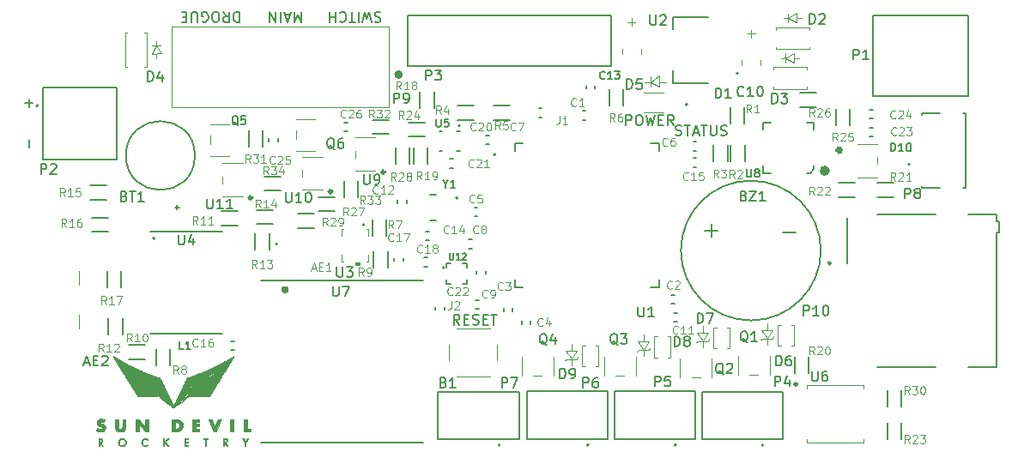
<source format=gbr>
%TF.GenerationSoftware,KiCad,Pcbnew,(6.0.9)*%
%TF.CreationDate,2022-12-16T16:13:02-07:00*%
%TF.ProjectId,Flight-Computer,466c6967-6874-42d4-936f-6d7075746572,1.0*%
%TF.SameCoordinates,Original*%
%TF.FileFunction,Legend,Top*%
%TF.FilePolarity,Positive*%
%FSLAX46Y46*%
G04 Gerber Fmt 4.6, Leading zero omitted, Abs format (unit mm)*
G04 Created by KiCad (PCBNEW (6.0.9)) date 2022-12-16 16:13:02*
%MOMM*%
%LPD*%
G01*
G04 APERTURE LIST*
%ADD10C,0.150000*%
%ADD11C,0.076200*%
%ADD12C,0.177800*%
%ADD13C,0.120229*%
%ADD14C,0.120000*%
%ADD15C,0.174018*%
%ADD16C,0.100000*%
%ADD17C,0.127000*%
%ADD18C,0.441000*%
%ADD19C,0.200000*%
%ADD20C,0.010000*%
%ADD21C,0.314000*%
%ADD22C,0.381000*%
%ADD23C,0.240000*%
%ADD24C,0.508000*%
%ADD25C,0.304800*%
G04 APERTURE END LIST*
D10*
X152593523Y-69420619D02*
X152593523Y-68404619D01*
X152980571Y-68404619D01*
X153077333Y-68453000D01*
X153125714Y-68501380D01*
X153174095Y-68598142D01*
X153174095Y-68743285D01*
X153125714Y-68840047D01*
X153077333Y-68888428D01*
X152980571Y-68936809D01*
X152593523Y-68936809D01*
X153803047Y-68404619D02*
X153996571Y-68404619D01*
X154093333Y-68453000D01*
X154190095Y-68549761D01*
X154238476Y-68743285D01*
X154238476Y-69081952D01*
X154190095Y-69275476D01*
X154093333Y-69372238D01*
X153996571Y-69420619D01*
X153803047Y-69420619D01*
X153706285Y-69372238D01*
X153609523Y-69275476D01*
X153561142Y-69081952D01*
X153561142Y-68743285D01*
X153609523Y-68549761D01*
X153706285Y-68453000D01*
X153803047Y-68404619D01*
X154577142Y-68404619D02*
X154819047Y-69420619D01*
X155012571Y-68694904D01*
X155206095Y-69420619D01*
X155448000Y-68404619D01*
X155835047Y-68888428D02*
X156173714Y-68888428D01*
X156318857Y-69420619D02*
X155835047Y-69420619D01*
X155835047Y-68404619D01*
X156318857Y-68404619D01*
X157334857Y-69420619D02*
X156996190Y-68936809D01*
X156754285Y-69420619D02*
X156754285Y-68404619D01*
X157141333Y-68404619D01*
X157238095Y-68453000D01*
X157286476Y-68501380D01*
X157334857Y-68598142D01*
X157334857Y-68743285D01*
X157286476Y-68840047D01*
X157238095Y-68888428D01*
X157141333Y-68936809D01*
X156754285Y-68936809D01*
X136192380Y-89105619D02*
X135853714Y-88621809D01*
X135611809Y-89105619D02*
X135611809Y-88089619D01*
X135998857Y-88089619D01*
X136095619Y-88138000D01*
X136144000Y-88186380D01*
X136192380Y-88283142D01*
X136192380Y-88428285D01*
X136144000Y-88525047D01*
X136095619Y-88573428D01*
X135998857Y-88621809D01*
X135611809Y-88621809D01*
X136627809Y-88573428D02*
X136966476Y-88573428D01*
X137111619Y-89105619D02*
X136627809Y-89105619D01*
X136627809Y-88089619D01*
X137111619Y-88089619D01*
X137498666Y-89057238D02*
X137643809Y-89105619D01*
X137885714Y-89105619D01*
X137982476Y-89057238D01*
X138030857Y-89008857D01*
X138079238Y-88912095D01*
X138079238Y-88815333D01*
X138030857Y-88718571D01*
X137982476Y-88670190D01*
X137885714Y-88621809D01*
X137692190Y-88573428D01*
X137595428Y-88525047D01*
X137547047Y-88476666D01*
X137498666Y-88379904D01*
X137498666Y-88283142D01*
X137547047Y-88186380D01*
X137595428Y-88138000D01*
X137692190Y-88089619D01*
X137934095Y-88089619D01*
X138079238Y-88138000D01*
X138514666Y-88573428D02*
X138853333Y-88573428D01*
X138998476Y-89105619D02*
X138514666Y-89105619D01*
X138514666Y-88089619D01*
X138998476Y-88089619D01*
X139288761Y-88089619D02*
X139869333Y-88089619D01*
X139579047Y-89105619D02*
X139579047Y-88089619D01*
X93338952Y-67255571D02*
X94113047Y-67255571D01*
X93726000Y-67642619D02*
X93726000Y-66868523D01*
X114439095Y-58214380D02*
X114439095Y-59230380D01*
X114197190Y-59230380D01*
X114052047Y-59182000D01*
X113955285Y-59085238D01*
X113906904Y-58988476D01*
X113858523Y-58794952D01*
X113858523Y-58649809D01*
X113906904Y-58456285D01*
X113955285Y-58359523D01*
X114052047Y-58262761D01*
X114197190Y-58214380D01*
X114439095Y-58214380D01*
X112842523Y-58214380D02*
X113181190Y-58698190D01*
X113423095Y-58214380D02*
X113423095Y-59230380D01*
X113036047Y-59230380D01*
X112939285Y-59182000D01*
X112890904Y-59133619D01*
X112842523Y-59036857D01*
X112842523Y-58891714D01*
X112890904Y-58794952D01*
X112939285Y-58746571D01*
X113036047Y-58698190D01*
X113423095Y-58698190D01*
X112213571Y-59230380D02*
X112020047Y-59230380D01*
X111923285Y-59182000D01*
X111826523Y-59085238D01*
X111778142Y-58891714D01*
X111778142Y-58553047D01*
X111826523Y-58359523D01*
X111923285Y-58262761D01*
X112020047Y-58214380D01*
X112213571Y-58214380D01*
X112310333Y-58262761D01*
X112407095Y-58359523D01*
X112455476Y-58553047D01*
X112455476Y-58891714D01*
X112407095Y-59085238D01*
X112310333Y-59182000D01*
X112213571Y-59230380D01*
X110810523Y-59182000D02*
X110907285Y-59230380D01*
X111052428Y-59230380D01*
X111197571Y-59182000D01*
X111294333Y-59085238D01*
X111342714Y-58988476D01*
X111391095Y-58794952D01*
X111391095Y-58649809D01*
X111342714Y-58456285D01*
X111294333Y-58359523D01*
X111197571Y-58262761D01*
X111052428Y-58214380D01*
X110955666Y-58214380D01*
X110810523Y-58262761D01*
X110762142Y-58311142D01*
X110762142Y-58649809D01*
X110955666Y-58649809D01*
X110326714Y-59230380D02*
X110326714Y-58407904D01*
X110278333Y-58311142D01*
X110229952Y-58262761D01*
X110133190Y-58214380D01*
X109939666Y-58214380D01*
X109842904Y-58262761D01*
X109794523Y-58311142D01*
X109746142Y-58407904D01*
X109746142Y-59230380D01*
X109262333Y-58746571D02*
X108923666Y-58746571D01*
X108778523Y-58214380D02*
X109262333Y-58214380D01*
X109262333Y-59230380D01*
X108778523Y-59230380D01*
X120547190Y-58214380D02*
X120547190Y-59230380D01*
X120208523Y-58504666D01*
X119869857Y-59230380D01*
X119869857Y-58214380D01*
X119434428Y-58504666D02*
X118950619Y-58504666D01*
X119531190Y-58214380D02*
X119192523Y-59230380D01*
X118853857Y-58214380D01*
X118515190Y-58214380D02*
X118515190Y-59230380D01*
X118031380Y-58214380D02*
X118031380Y-59230380D01*
X117450809Y-58214380D01*
X117450809Y-59230380D01*
X93742691Y-71634047D02*
X93742691Y-70859952D01*
X128397000Y-58262761D02*
X128251857Y-58214380D01*
X128009952Y-58214380D01*
X127913190Y-58262761D01*
X127864809Y-58311142D01*
X127816428Y-58407904D01*
X127816428Y-58504666D01*
X127864809Y-58601428D01*
X127913190Y-58649809D01*
X128009952Y-58698190D01*
X128203476Y-58746571D01*
X128300238Y-58794952D01*
X128348619Y-58843333D01*
X128397000Y-58940095D01*
X128397000Y-59036857D01*
X128348619Y-59133619D01*
X128300238Y-59182000D01*
X128203476Y-59230380D01*
X127961571Y-59230380D01*
X127816428Y-59182000D01*
X127477761Y-59230380D02*
X127235857Y-58214380D01*
X127042333Y-58940095D01*
X126848809Y-58214380D01*
X126606904Y-59230380D01*
X126219857Y-58214380D02*
X126219857Y-59230380D01*
X125881190Y-59230380D02*
X125300619Y-59230380D01*
X125590904Y-58214380D02*
X125590904Y-59230380D01*
X124381380Y-58311142D02*
X124429761Y-58262761D01*
X124574904Y-58214380D01*
X124671666Y-58214380D01*
X124816809Y-58262761D01*
X124913571Y-58359523D01*
X124961952Y-58456285D01*
X125010333Y-58649809D01*
X125010333Y-58794952D01*
X124961952Y-58988476D01*
X124913571Y-59085238D01*
X124816809Y-59182000D01*
X124671666Y-59230380D01*
X124574904Y-59230380D01*
X124429761Y-59182000D01*
X124381380Y-59133619D01*
X123945952Y-58214380D02*
X123945952Y-59230380D01*
X123945952Y-58746571D02*
X123365380Y-58746571D01*
X123365380Y-58214380D02*
X123365380Y-59230380D01*
X157504190Y-70388238D02*
X157649333Y-70436619D01*
X157891238Y-70436619D01*
X157988000Y-70388238D01*
X158036380Y-70339857D01*
X158084761Y-70243095D01*
X158084761Y-70146333D01*
X158036380Y-70049571D01*
X157988000Y-70001190D01*
X157891238Y-69952809D01*
X157697714Y-69904428D01*
X157600952Y-69856047D01*
X157552571Y-69807666D01*
X157504190Y-69710904D01*
X157504190Y-69614142D01*
X157552571Y-69517380D01*
X157600952Y-69469000D01*
X157697714Y-69420619D01*
X157939619Y-69420619D01*
X158084761Y-69469000D01*
X158375047Y-69420619D02*
X158955619Y-69420619D01*
X158665333Y-70436619D02*
X158665333Y-69420619D01*
X159245904Y-70146333D02*
X159729714Y-70146333D01*
X159149142Y-70436619D02*
X159487809Y-69420619D01*
X159826476Y-70436619D01*
X160020000Y-69420619D02*
X160600571Y-69420619D01*
X160310285Y-70436619D02*
X160310285Y-69420619D01*
X160939238Y-69420619D02*
X160939238Y-70243095D01*
X160987619Y-70339857D01*
X161036000Y-70388238D01*
X161132761Y-70436619D01*
X161326285Y-70436619D01*
X161423047Y-70388238D01*
X161471428Y-70339857D01*
X161519809Y-70243095D01*
X161519809Y-69420619D01*
X161955238Y-70388238D02*
X162100380Y-70436619D01*
X162342285Y-70436619D01*
X162439047Y-70388238D01*
X162487428Y-70339857D01*
X162535809Y-70243095D01*
X162535809Y-70146333D01*
X162487428Y-70049571D01*
X162439047Y-70001190D01*
X162342285Y-69952809D01*
X162148761Y-69904428D01*
X162052000Y-69856047D01*
X162003619Y-69807666D01*
X161955238Y-69710904D01*
X161955238Y-69614142D01*
X162003619Y-69517380D01*
X162052000Y-69469000D01*
X162148761Y-69420619D01*
X162390666Y-69420619D01*
X162535809Y-69469000D01*
%TO.C,U3*%
X124079095Y-83399380D02*
X124079095Y-84208904D01*
X124126714Y-84304142D01*
X124174333Y-84351761D01*
X124269571Y-84399380D01*
X124460047Y-84399380D01*
X124555285Y-84351761D01*
X124602904Y-84304142D01*
X124650523Y-84208904D01*
X124650523Y-83399380D01*
X125031476Y-83399380D02*
X125650523Y-83399380D01*
X125317190Y-83780333D01*
X125460047Y-83780333D01*
X125555285Y-83827952D01*
X125602904Y-83875571D01*
X125650523Y-83970809D01*
X125650523Y-84208904D01*
X125602904Y-84304142D01*
X125555285Y-84351761D01*
X125460047Y-84399380D01*
X125174333Y-84399380D01*
X125079095Y-84351761D01*
X125031476Y-84304142D01*
%TO.C,P1*%
X175029904Y-62936380D02*
X175029904Y-61936380D01*
X175410857Y-61936380D01*
X175506095Y-61984000D01*
X175553714Y-62031619D01*
X175601333Y-62126857D01*
X175601333Y-62269714D01*
X175553714Y-62364952D01*
X175506095Y-62412571D01*
X175410857Y-62460190D01*
X175029904Y-62460190D01*
X176553714Y-62936380D02*
X175982285Y-62936380D01*
X176268000Y-62936380D02*
X176268000Y-61936380D01*
X176172761Y-62079238D01*
X176077523Y-62174476D01*
X175982285Y-62222095D01*
%TO.C,P9*%
X129690904Y-67254380D02*
X129690904Y-66254380D01*
X130071857Y-66254380D01*
X130167095Y-66302000D01*
X130214714Y-66349619D01*
X130262333Y-66444857D01*
X130262333Y-66587714D01*
X130214714Y-66682952D01*
X130167095Y-66730571D01*
X130071857Y-66778190D01*
X129690904Y-66778190D01*
X130738523Y-67254380D02*
X130929000Y-67254380D01*
X131024238Y-67206761D01*
X131071857Y-67159142D01*
X131167095Y-67016285D01*
X131214714Y-66825809D01*
X131214714Y-66444857D01*
X131167095Y-66349619D01*
X131119476Y-66302000D01*
X131024238Y-66254380D01*
X130833761Y-66254380D01*
X130738523Y-66302000D01*
X130690904Y-66349619D01*
X130643285Y-66444857D01*
X130643285Y-66682952D01*
X130690904Y-66778190D01*
X130738523Y-66825809D01*
X130833761Y-66873428D01*
X131024238Y-66873428D01*
X131119476Y-66825809D01*
X131167095Y-66778190D01*
X131214714Y-66682952D01*
%TO.C,BT1*%
X103100285Y-76404571D02*
X103243142Y-76452190D01*
X103290761Y-76499809D01*
X103338380Y-76595047D01*
X103338380Y-76737904D01*
X103290761Y-76833142D01*
X103243142Y-76880761D01*
X103147904Y-76928380D01*
X102766952Y-76928380D01*
X102766952Y-75928380D01*
X103100285Y-75928380D01*
X103195523Y-75976000D01*
X103243142Y-76023619D01*
X103290761Y-76118857D01*
X103290761Y-76214095D01*
X103243142Y-76309333D01*
X103195523Y-76356952D01*
X103100285Y-76404571D01*
X102766952Y-76404571D01*
X103624095Y-75928380D02*
X104195523Y-75928380D01*
X103909809Y-76928380D02*
X103909809Y-75928380D01*
X105052666Y-76928380D02*
X104481238Y-76928380D01*
X104766952Y-76928380D02*
X104766952Y-75928380D01*
X104671714Y-76071238D01*
X104576476Y-76166476D01*
X104481238Y-76214095D01*
%TO.C,U7*%
X123696637Y-85303333D02*
X123696637Y-86114405D01*
X123744347Y-86209826D01*
X123792058Y-86257536D01*
X123887478Y-86305246D01*
X124078318Y-86305246D01*
X124173739Y-86257536D01*
X124221449Y-86209826D01*
X124269159Y-86114405D01*
X124269159Y-85303333D01*
X124650840Y-85303333D02*
X125318782Y-85303333D01*
X124889391Y-86305246D01*
%TO.C,U10*%
X119030904Y-76033380D02*
X119030904Y-76842904D01*
X119078523Y-76938142D01*
X119126142Y-76985761D01*
X119221380Y-77033380D01*
X119411857Y-77033380D01*
X119507095Y-76985761D01*
X119554714Y-76938142D01*
X119602333Y-76842904D01*
X119602333Y-76033380D01*
X120602333Y-77033380D02*
X120030904Y-77033380D01*
X120316619Y-77033380D02*
X120316619Y-76033380D01*
X120221380Y-76176238D01*
X120126142Y-76271476D01*
X120030904Y-76319095D01*
X121221380Y-76033380D02*
X121316619Y-76033380D01*
X121411857Y-76081000D01*
X121459476Y-76128619D01*
X121507095Y-76223857D01*
X121554714Y-76414333D01*
X121554714Y-76652428D01*
X121507095Y-76842904D01*
X121459476Y-76938142D01*
X121411857Y-76985761D01*
X121316619Y-77033380D01*
X121221380Y-77033380D01*
X121126142Y-76985761D01*
X121078523Y-76938142D01*
X121030904Y-76842904D01*
X120983285Y-76652428D01*
X120983285Y-76414333D01*
X121030904Y-76223857D01*
X121078523Y-76128619D01*
X121126142Y-76081000D01*
X121221380Y-76033380D01*
D11*
%TO.C,J2*%
X135369333Y-86810904D02*
X135369333Y-87382333D01*
X135331238Y-87496619D01*
X135255047Y-87572809D01*
X135140761Y-87610904D01*
X135064571Y-87610904D01*
X135712190Y-86887095D02*
X135750285Y-86849000D01*
X135826476Y-86810904D01*
X136016952Y-86810904D01*
X136093142Y-86849000D01*
X136131238Y-86887095D01*
X136169333Y-86963285D01*
X136169333Y-87039476D01*
X136131238Y-87153761D01*
X135674095Y-87610904D01*
X136169333Y-87610904D01*
%TO.C,R33*%
X126866714Y-77196904D02*
X126600047Y-76815952D01*
X126409571Y-77196904D02*
X126409571Y-76396904D01*
X126714333Y-76396904D01*
X126790523Y-76435000D01*
X126828619Y-76473095D01*
X126866714Y-76549285D01*
X126866714Y-76663571D01*
X126828619Y-76739761D01*
X126790523Y-76777857D01*
X126714333Y-76815952D01*
X126409571Y-76815952D01*
X127133380Y-76396904D02*
X127628619Y-76396904D01*
X127361952Y-76701666D01*
X127476238Y-76701666D01*
X127552428Y-76739761D01*
X127590523Y-76777857D01*
X127628619Y-76854047D01*
X127628619Y-77044523D01*
X127590523Y-77120714D01*
X127552428Y-77158809D01*
X127476238Y-77196904D01*
X127247666Y-77196904D01*
X127171476Y-77158809D01*
X127133380Y-77120714D01*
X127895285Y-76396904D02*
X128390523Y-76396904D01*
X128123857Y-76701666D01*
X128238142Y-76701666D01*
X128314333Y-76739761D01*
X128352428Y-76777857D01*
X128390523Y-76854047D01*
X128390523Y-77044523D01*
X128352428Y-77120714D01*
X128314333Y-77158809D01*
X128238142Y-77196904D01*
X128009571Y-77196904D01*
X127933380Y-77158809D01*
X127895285Y-77120714D01*
D10*
%TO.C,D1*%
X161440904Y-66746380D02*
X161440904Y-65746380D01*
X161679000Y-65746380D01*
X161821857Y-65794000D01*
X161917095Y-65889238D01*
X161964714Y-65984476D01*
X162012333Y-66174952D01*
X162012333Y-66317809D01*
X161964714Y-66508285D01*
X161917095Y-66603523D01*
X161821857Y-66698761D01*
X161679000Y-66746380D01*
X161440904Y-66746380D01*
X162964714Y-66746380D02*
X162393285Y-66746380D01*
X162679000Y-66746380D02*
X162679000Y-65746380D01*
X162583761Y-65889238D01*
X162488523Y-65984476D01*
X162393285Y-66032095D01*
%TO.C,D6*%
X167409904Y-93162380D02*
X167409904Y-92162380D01*
X167648000Y-92162380D01*
X167790857Y-92210000D01*
X167886095Y-92305238D01*
X167933714Y-92400476D01*
X167981333Y-92590952D01*
X167981333Y-92733809D01*
X167933714Y-92924285D01*
X167886095Y-93019523D01*
X167790857Y-93114761D01*
X167648000Y-93162380D01*
X167409904Y-93162380D01*
X168838476Y-92162380D02*
X168648000Y-92162380D01*
X168552761Y-92210000D01*
X168505142Y-92257619D01*
X168409904Y-92400476D01*
X168362285Y-92590952D01*
X168362285Y-92971904D01*
X168409904Y-93067142D01*
X168457523Y-93114761D01*
X168552761Y-93162380D01*
X168743238Y-93162380D01*
X168838476Y-93114761D01*
X168886095Y-93067142D01*
X168933714Y-92971904D01*
X168933714Y-92733809D01*
X168886095Y-92638571D01*
X168838476Y-92590952D01*
X168743238Y-92543333D01*
X168552761Y-92543333D01*
X168457523Y-92590952D01*
X168409904Y-92638571D01*
X168362285Y-92733809D01*
%TO.C,U11*%
X111283904Y-76668380D02*
X111283904Y-77477904D01*
X111331523Y-77573142D01*
X111379142Y-77620761D01*
X111474380Y-77668380D01*
X111664857Y-77668380D01*
X111760095Y-77620761D01*
X111807714Y-77573142D01*
X111855333Y-77477904D01*
X111855333Y-76668380D01*
X112855333Y-77668380D02*
X112283904Y-77668380D01*
X112569619Y-77668380D02*
X112569619Y-76668380D01*
X112474380Y-76811238D01*
X112379142Y-76906476D01*
X112283904Y-76954095D01*
X113807714Y-77668380D02*
X113236285Y-77668380D01*
X113522000Y-77668380D02*
X113522000Y-76668380D01*
X113426761Y-76811238D01*
X113331523Y-76906476D01*
X113236285Y-76954095D01*
%TO.C,AE2*%
X99163333Y-92876666D02*
X99639523Y-92876666D01*
X99068095Y-93162380D02*
X99401428Y-92162380D01*
X99734761Y-93162380D01*
X100068095Y-92638571D02*
X100401428Y-92638571D01*
X100544285Y-93162380D02*
X100068095Y-93162380D01*
X100068095Y-92162380D01*
X100544285Y-92162380D01*
X100925238Y-92257619D02*
X100972857Y-92210000D01*
X101068095Y-92162380D01*
X101306190Y-92162380D01*
X101401428Y-92210000D01*
X101449047Y-92257619D01*
X101496666Y-92352857D01*
X101496666Y-92448095D01*
X101449047Y-92590952D01*
X100877619Y-93162380D01*
X101496666Y-93162380D01*
D11*
%TO.C,C7*%
X141725666Y-69881714D02*
X141687571Y-69919809D01*
X141573285Y-69957904D01*
X141497095Y-69957904D01*
X141382809Y-69919809D01*
X141306619Y-69843619D01*
X141268523Y-69767428D01*
X141230428Y-69615047D01*
X141230428Y-69500761D01*
X141268523Y-69348380D01*
X141306619Y-69272190D01*
X141382809Y-69196000D01*
X141497095Y-69157904D01*
X141573285Y-69157904D01*
X141687571Y-69196000D01*
X141725666Y-69234095D01*
X141992333Y-69157904D02*
X142525666Y-69157904D01*
X142182809Y-69957904D01*
%TO.C,R9*%
X126739666Y-84308904D02*
X126473000Y-83927952D01*
X126282523Y-84308904D02*
X126282523Y-83508904D01*
X126587285Y-83508904D01*
X126663476Y-83547000D01*
X126701571Y-83585095D01*
X126739666Y-83661285D01*
X126739666Y-83775571D01*
X126701571Y-83851761D01*
X126663476Y-83889857D01*
X126587285Y-83927952D01*
X126282523Y-83927952D01*
X127120619Y-84308904D02*
X127273000Y-84308904D01*
X127349190Y-84270809D01*
X127387285Y-84232714D01*
X127463476Y-84118428D01*
X127501571Y-83966047D01*
X127501571Y-83661285D01*
X127463476Y-83585095D01*
X127425380Y-83547000D01*
X127349190Y-83508904D01*
X127196809Y-83508904D01*
X127120619Y-83547000D01*
X127082523Y-83585095D01*
X127044428Y-83661285D01*
X127044428Y-83851761D01*
X127082523Y-83927952D01*
X127120619Y-83966047D01*
X127196809Y-84004142D01*
X127349190Y-84004142D01*
X127425380Y-83966047D01*
X127463476Y-83927952D01*
X127501571Y-83851761D01*
D12*
%TO.C,P3*%
X132872842Y-64964128D02*
X132872842Y-63973528D01*
X133250214Y-63973528D01*
X133344557Y-64020700D01*
X133391728Y-64067871D01*
X133438900Y-64162214D01*
X133438900Y-64303728D01*
X133391728Y-64398071D01*
X133344557Y-64445242D01*
X133250214Y-64492414D01*
X132872842Y-64492414D01*
X133769100Y-63973528D02*
X134382328Y-63973528D01*
X134052128Y-64350900D01*
X134193642Y-64350900D01*
X134287985Y-64398071D01*
X134335157Y-64445242D01*
X134382328Y-64539585D01*
X134382328Y-64775442D01*
X134335157Y-64869785D01*
X134287985Y-64916957D01*
X134193642Y-64964128D01*
X133910614Y-64964128D01*
X133816271Y-64916957D01*
X133769100Y-64869785D01*
D10*
%TO.C,P7*%
X140358904Y-95321380D02*
X140358904Y-94321380D01*
X140739857Y-94321380D01*
X140835095Y-94369000D01*
X140882714Y-94416619D01*
X140930333Y-94511857D01*
X140930333Y-94654714D01*
X140882714Y-94749952D01*
X140835095Y-94797571D01*
X140739857Y-94845190D01*
X140358904Y-94845190D01*
X141263666Y-94321380D02*
X141930333Y-94321380D01*
X141501761Y-95321380D01*
%TO.C,U2*%
X154990895Y-58532780D02*
X154990895Y-59342304D01*
X155038514Y-59437542D01*
X155086133Y-59485161D01*
X155181371Y-59532780D01*
X155371847Y-59532780D01*
X155467085Y-59485161D01*
X155514704Y-59437542D01*
X155562323Y-59342304D01*
X155562323Y-58532780D01*
X155990895Y-58628019D02*
X156038514Y-58580400D01*
X156133752Y-58532780D01*
X156371847Y-58532780D01*
X156467085Y-58580400D01*
X156514704Y-58628019D01*
X156562323Y-58723257D01*
X156562323Y-58818495D01*
X156514704Y-58961352D01*
X155943276Y-59532780D01*
X156562323Y-59532780D01*
%TO.C,BZ1*%
X164219047Y-76382571D02*
X164361904Y-76430190D01*
X164409523Y-76477809D01*
X164457142Y-76573047D01*
X164457142Y-76715904D01*
X164409523Y-76811142D01*
X164361904Y-76858761D01*
X164266666Y-76906380D01*
X163885714Y-76906380D01*
X163885714Y-75906380D01*
X164219047Y-75906380D01*
X164314285Y-75954000D01*
X164361904Y-76001619D01*
X164409523Y-76096857D01*
X164409523Y-76192095D01*
X164361904Y-76287333D01*
X164314285Y-76334952D01*
X164219047Y-76382571D01*
X163885714Y-76382571D01*
X164790476Y-75906380D02*
X165457142Y-75906380D01*
X164790476Y-76906380D01*
X165457142Y-76906380D01*
X166361904Y-76906380D02*
X165790476Y-76906380D01*
X166076190Y-76906380D02*
X166076190Y-75906380D01*
X165980952Y-76049238D01*
X165885714Y-76144476D01*
X165790476Y-76192095D01*
D11*
%TO.C,J1*%
X146037333Y-68522904D02*
X146037333Y-69094333D01*
X145999238Y-69208619D01*
X145923047Y-69284809D01*
X145808761Y-69322904D01*
X145732571Y-69322904D01*
X146837333Y-69322904D02*
X146380190Y-69322904D01*
X146608761Y-69322904D02*
X146608761Y-68522904D01*
X146532571Y-68637190D01*
X146456380Y-68713380D01*
X146380190Y-68751476D01*
%TO.C,C4*%
X144392666Y-89185714D02*
X144354571Y-89223809D01*
X144240285Y-89261904D01*
X144164095Y-89261904D01*
X144049809Y-89223809D01*
X143973619Y-89147619D01*
X143935523Y-89071428D01*
X143897428Y-88919047D01*
X143897428Y-88804761D01*
X143935523Y-88652380D01*
X143973619Y-88576190D01*
X144049809Y-88500000D01*
X144164095Y-88461904D01*
X144240285Y-88461904D01*
X144354571Y-88500000D01*
X144392666Y-88538095D01*
X145078380Y-88728571D02*
X145078380Y-89261904D01*
X144887904Y-88423809D02*
X144697428Y-88995238D01*
X145192666Y-88995238D01*
%TO.C,R32*%
X127755714Y-68687904D02*
X127489047Y-68306952D01*
X127298571Y-68687904D02*
X127298571Y-67887904D01*
X127603333Y-67887904D01*
X127679523Y-67926000D01*
X127717619Y-67964095D01*
X127755714Y-68040285D01*
X127755714Y-68154571D01*
X127717619Y-68230761D01*
X127679523Y-68268857D01*
X127603333Y-68306952D01*
X127298571Y-68306952D01*
X128022380Y-67887904D02*
X128517619Y-67887904D01*
X128250952Y-68192666D01*
X128365238Y-68192666D01*
X128441428Y-68230761D01*
X128479523Y-68268857D01*
X128517619Y-68345047D01*
X128517619Y-68535523D01*
X128479523Y-68611714D01*
X128441428Y-68649809D01*
X128365238Y-68687904D01*
X128136666Y-68687904D01*
X128060476Y-68649809D01*
X128022380Y-68611714D01*
X128822380Y-67964095D02*
X128860476Y-67926000D01*
X128936666Y-67887904D01*
X129127142Y-67887904D01*
X129203333Y-67926000D01*
X129241428Y-67964095D01*
X129279523Y-68040285D01*
X129279523Y-68116476D01*
X129241428Y-68230761D01*
X128784285Y-68687904D01*
X129279523Y-68687904D01*
D10*
%TO.C,D8*%
X157376904Y-91257380D02*
X157376904Y-90257380D01*
X157615000Y-90257380D01*
X157757857Y-90305000D01*
X157853095Y-90400238D01*
X157900714Y-90495476D01*
X157948333Y-90685952D01*
X157948333Y-90828809D01*
X157900714Y-91019285D01*
X157853095Y-91114523D01*
X157757857Y-91209761D01*
X157615000Y-91257380D01*
X157376904Y-91257380D01*
X158519761Y-90685952D02*
X158424523Y-90638333D01*
X158376904Y-90590714D01*
X158329285Y-90495476D01*
X158329285Y-90447857D01*
X158376904Y-90352619D01*
X158424523Y-90305000D01*
X158519761Y-90257380D01*
X158710238Y-90257380D01*
X158805476Y-90305000D01*
X158853095Y-90352619D01*
X158900714Y-90447857D01*
X158900714Y-90495476D01*
X158853095Y-90590714D01*
X158805476Y-90638333D01*
X158710238Y-90685952D01*
X158519761Y-90685952D01*
X158424523Y-90733571D01*
X158376904Y-90781190D01*
X158329285Y-90876428D01*
X158329285Y-91066904D01*
X158376904Y-91162142D01*
X158424523Y-91209761D01*
X158519761Y-91257380D01*
X158710238Y-91257380D01*
X158805476Y-91209761D01*
X158853095Y-91162142D01*
X158900714Y-91066904D01*
X158900714Y-90876428D01*
X158853095Y-90781190D01*
X158805476Y-90733571D01*
X158710238Y-90685952D01*
%TO.C,Q4*%
X144811761Y-91098619D02*
X144716523Y-91051000D01*
X144621285Y-90955761D01*
X144478428Y-90812904D01*
X144383190Y-90765285D01*
X144287952Y-90765285D01*
X144335571Y-91003380D02*
X144240333Y-90955761D01*
X144145095Y-90860523D01*
X144097476Y-90670047D01*
X144097476Y-90336714D01*
X144145095Y-90146238D01*
X144240333Y-90051000D01*
X144335571Y-90003380D01*
X144526047Y-90003380D01*
X144621285Y-90051000D01*
X144716523Y-90146238D01*
X144764142Y-90336714D01*
X144764142Y-90670047D01*
X144716523Y-90860523D01*
X144621285Y-90955761D01*
X144526047Y-91003380D01*
X144335571Y-91003380D01*
X145621285Y-90336714D02*
X145621285Y-91003380D01*
X145383190Y-89955761D02*
X145145095Y-90670047D01*
X145764142Y-90670047D01*
D11*
%TO.C,R22*%
X171189714Y-76307904D02*
X170923047Y-75926952D01*
X170732571Y-76307904D02*
X170732571Y-75507904D01*
X171037333Y-75507904D01*
X171113523Y-75546000D01*
X171151619Y-75584095D01*
X171189714Y-75660285D01*
X171189714Y-75774571D01*
X171151619Y-75850761D01*
X171113523Y-75888857D01*
X171037333Y-75926952D01*
X170732571Y-75926952D01*
X171494476Y-75584095D02*
X171532571Y-75546000D01*
X171608761Y-75507904D01*
X171799238Y-75507904D01*
X171875428Y-75546000D01*
X171913523Y-75584095D01*
X171951619Y-75660285D01*
X171951619Y-75736476D01*
X171913523Y-75850761D01*
X171456380Y-76307904D01*
X171951619Y-76307904D01*
X172256380Y-75584095D02*
X172294476Y-75546000D01*
X172370666Y-75507904D01*
X172561142Y-75507904D01*
X172637333Y-75546000D01*
X172675428Y-75584095D01*
X172713523Y-75660285D01*
X172713523Y-75736476D01*
X172675428Y-75850761D01*
X172218285Y-76307904D01*
X172713523Y-76307904D01*
%TO.C,C12*%
X128136714Y-76104714D02*
X128098619Y-76142809D01*
X127984333Y-76180904D01*
X127908142Y-76180904D01*
X127793857Y-76142809D01*
X127717666Y-76066619D01*
X127679571Y-75990428D01*
X127641476Y-75838047D01*
X127641476Y-75723761D01*
X127679571Y-75571380D01*
X127717666Y-75495190D01*
X127793857Y-75419000D01*
X127908142Y-75380904D01*
X127984333Y-75380904D01*
X128098619Y-75419000D01*
X128136714Y-75457095D01*
X128898619Y-76180904D02*
X128441476Y-76180904D01*
X128670047Y-76180904D02*
X128670047Y-75380904D01*
X128593857Y-75495190D01*
X128517666Y-75571380D01*
X128441476Y-75609476D01*
X129203380Y-75457095D02*
X129241476Y-75419000D01*
X129317666Y-75380904D01*
X129508142Y-75380904D01*
X129584333Y-75419000D01*
X129622428Y-75457095D01*
X129660523Y-75533285D01*
X129660523Y-75609476D01*
X129622428Y-75723761D01*
X129165285Y-76180904D01*
X129660523Y-76180904D01*
%TO.C,R31*%
X115563714Y-73132904D02*
X115297047Y-72751952D01*
X115106571Y-73132904D02*
X115106571Y-72332904D01*
X115411333Y-72332904D01*
X115487523Y-72371000D01*
X115525619Y-72409095D01*
X115563714Y-72485285D01*
X115563714Y-72599571D01*
X115525619Y-72675761D01*
X115487523Y-72713857D01*
X115411333Y-72751952D01*
X115106571Y-72751952D01*
X115830380Y-72332904D02*
X116325619Y-72332904D01*
X116058952Y-72637666D01*
X116173238Y-72637666D01*
X116249428Y-72675761D01*
X116287523Y-72713857D01*
X116325619Y-72790047D01*
X116325619Y-72980523D01*
X116287523Y-73056714D01*
X116249428Y-73094809D01*
X116173238Y-73132904D01*
X115944666Y-73132904D01*
X115868476Y-73094809D01*
X115830380Y-73056714D01*
X117087523Y-73132904D02*
X116630380Y-73132904D01*
X116858952Y-73132904D02*
X116858952Y-72332904D01*
X116782761Y-72447190D01*
X116706571Y-72523380D01*
X116630380Y-72561476D01*
%TO.C,R7*%
X129660666Y-79609904D02*
X129394000Y-79228952D01*
X129203523Y-79609904D02*
X129203523Y-78809904D01*
X129508285Y-78809904D01*
X129584476Y-78848000D01*
X129622571Y-78886095D01*
X129660666Y-78962285D01*
X129660666Y-79076571D01*
X129622571Y-79152761D01*
X129584476Y-79190857D01*
X129508285Y-79228952D01*
X129203523Y-79228952D01*
X129927333Y-78809904D02*
X130460666Y-78809904D01*
X130117809Y-79609904D01*
%TO.C,C1*%
X147694666Y-67468714D02*
X147656571Y-67506809D01*
X147542285Y-67544904D01*
X147466095Y-67544904D01*
X147351809Y-67506809D01*
X147275619Y-67430619D01*
X147237523Y-67354428D01*
X147199428Y-67202047D01*
X147199428Y-67087761D01*
X147237523Y-66935380D01*
X147275619Y-66859190D01*
X147351809Y-66783000D01*
X147466095Y-66744904D01*
X147542285Y-66744904D01*
X147656571Y-66783000D01*
X147694666Y-66821095D01*
X148456571Y-67544904D02*
X147999428Y-67544904D01*
X148228000Y-67544904D02*
X148228000Y-66744904D01*
X148151809Y-66859190D01*
X148075619Y-66935380D01*
X147999428Y-66973476D01*
%TO.C,R23*%
X180587714Y-100818904D02*
X180321047Y-100437952D01*
X180130571Y-100818904D02*
X180130571Y-100018904D01*
X180435333Y-100018904D01*
X180511523Y-100057000D01*
X180549619Y-100095095D01*
X180587714Y-100171285D01*
X180587714Y-100285571D01*
X180549619Y-100361761D01*
X180511523Y-100399857D01*
X180435333Y-100437952D01*
X180130571Y-100437952D01*
X180892476Y-100095095D02*
X180930571Y-100057000D01*
X181006761Y-100018904D01*
X181197238Y-100018904D01*
X181273428Y-100057000D01*
X181311523Y-100095095D01*
X181349619Y-100171285D01*
X181349619Y-100247476D01*
X181311523Y-100361761D01*
X180854380Y-100818904D01*
X181349619Y-100818904D01*
X181616285Y-100018904D02*
X182111523Y-100018904D01*
X181844857Y-100323666D01*
X181959142Y-100323666D01*
X182035333Y-100361761D01*
X182073428Y-100399857D01*
X182111523Y-100476047D01*
X182111523Y-100666523D01*
X182073428Y-100742714D01*
X182035333Y-100780809D01*
X181959142Y-100818904D01*
X181730571Y-100818904D01*
X181654380Y-100780809D01*
X181616285Y-100742714D01*
%TO.C,R10*%
X103879714Y-90785904D02*
X103613047Y-90404952D01*
X103422571Y-90785904D02*
X103422571Y-89985904D01*
X103727333Y-89985904D01*
X103803523Y-90024000D01*
X103841619Y-90062095D01*
X103879714Y-90138285D01*
X103879714Y-90252571D01*
X103841619Y-90328761D01*
X103803523Y-90366857D01*
X103727333Y-90404952D01*
X103422571Y-90404952D01*
X104641619Y-90785904D02*
X104184476Y-90785904D01*
X104413047Y-90785904D02*
X104413047Y-89985904D01*
X104336857Y-90100190D01*
X104260666Y-90176380D01*
X104184476Y-90214476D01*
X105136857Y-89985904D02*
X105213047Y-89985904D01*
X105289238Y-90024000D01*
X105327333Y-90062095D01*
X105365428Y-90138285D01*
X105403523Y-90290666D01*
X105403523Y-90481142D01*
X105365428Y-90633523D01*
X105327333Y-90709714D01*
X105289238Y-90747809D01*
X105213047Y-90785904D01*
X105136857Y-90785904D01*
X105060666Y-90747809D01*
X105022571Y-90709714D01*
X104984476Y-90633523D01*
X104946380Y-90481142D01*
X104946380Y-90290666D01*
X104984476Y-90138285D01*
X105022571Y-90062095D01*
X105060666Y-90024000D01*
X105136857Y-89985904D01*
%TO.C,C17*%
X129660714Y-80803714D02*
X129622619Y-80841809D01*
X129508333Y-80879904D01*
X129432142Y-80879904D01*
X129317857Y-80841809D01*
X129241666Y-80765619D01*
X129203571Y-80689428D01*
X129165476Y-80537047D01*
X129165476Y-80422761D01*
X129203571Y-80270380D01*
X129241666Y-80194190D01*
X129317857Y-80118000D01*
X129432142Y-80079904D01*
X129508333Y-80079904D01*
X129622619Y-80118000D01*
X129660714Y-80156095D01*
X130422619Y-80879904D02*
X129965476Y-80879904D01*
X130194047Y-80879904D02*
X130194047Y-80079904D01*
X130117857Y-80194190D01*
X130041666Y-80270380D01*
X129965476Y-80308476D01*
X130689285Y-80079904D02*
X131222619Y-80079904D01*
X130879761Y-80879904D01*
%TO.C,R20*%
X171189714Y-92055904D02*
X170923047Y-91674952D01*
X170732571Y-92055904D02*
X170732571Y-91255904D01*
X171037333Y-91255904D01*
X171113523Y-91294000D01*
X171151619Y-91332095D01*
X171189714Y-91408285D01*
X171189714Y-91522571D01*
X171151619Y-91598761D01*
X171113523Y-91636857D01*
X171037333Y-91674952D01*
X170732571Y-91674952D01*
X171494476Y-91332095D02*
X171532571Y-91294000D01*
X171608761Y-91255904D01*
X171799238Y-91255904D01*
X171875428Y-91294000D01*
X171913523Y-91332095D01*
X171951619Y-91408285D01*
X171951619Y-91484476D01*
X171913523Y-91598761D01*
X171456380Y-92055904D01*
X171951619Y-92055904D01*
X172446857Y-91255904D02*
X172523047Y-91255904D01*
X172599238Y-91294000D01*
X172637333Y-91332095D01*
X172675428Y-91408285D01*
X172713523Y-91560666D01*
X172713523Y-91751142D01*
X172675428Y-91903523D01*
X172637333Y-91979714D01*
X172599238Y-92017809D01*
X172523047Y-92055904D01*
X172446857Y-92055904D01*
X172370666Y-92017809D01*
X172332571Y-91979714D01*
X172294476Y-91903523D01*
X172256380Y-91751142D01*
X172256380Y-91560666D01*
X172294476Y-91408285D01*
X172332571Y-91332095D01*
X172370666Y-91294000D01*
X172446857Y-91255904D01*
D10*
%TO.C,D3*%
X167003504Y-67261010D02*
X167003504Y-66261010D01*
X167241600Y-66261010D01*
X167384457Y-66308630D01*
X167479695Y-66403868D01*
X167527314Y-66499106D01*
X167574933Y-66689582D01*
X167574933Y-66832439D01*
X167527314Y-67022915D01*
X167479695Y-67118153D01*
X167384457Y-67213391D01*
X167241600Y-67261010D01*
X167003504Y-67261010D01*
X167908266Y-66261010D02*
X168527314Y-66261010D01*
X168193980Y-66641963D01*
X168336838Y-66641963D01*
X168432076Y-66689582D01*
X168479695Y-66737201D01*
X168527314Y-66832439D01*
X168527314Y-67070534D01*
X168479695Y-67165772D01*
X168432076Y-67213391D01*
X168336838Y-67261010D01*
X168051123Y-67261010D01*
X167955885Y-67213391D01*
X167908266Y-67165772D01*
D11*
%TO.C,R12*%
X101085714Y-91801904D02*
X100819047Y-91420952D01*
X100628571Y-91801904D02*
X100628571Y-91001904D01*
X100933333Y-91001904D01*
X101009523Y-91040000D01*
X101047619Y-91078095D01*
X101085714Y-91154285D01*
X101085714Y-91268571D01*
X101047619Y-91344761D01*
X101009523Y-91382857D01*
X100933333Y-91420952D01*
X100628571Y-91420952D01*
X101847619Y-91801904D02*
X101390476Y-91801904D01*
X101619047Y-91801904D02*
X101619047Y-91001904D01*
X101542857Y-91116190D01*
X101466666Y-91192380D01*
X101390476Y-91230476D01*
X102152380Y-91078095D02*
X102190476Y-91040000D01*
X102266666Y-91001904D01*
X102457142Y-91001904D01*
X102533333Y-91040000D01*
X102571428Y-91078095D01*
X102609523Y-91154285D01*
X102609523Y-91230476D01*
X102571428Y-91344761D01*
X102114285Y-91801904D01*
X102609523Y-91801904D01*
%TO.C,C24*%
X179165314Y-68662514D02*
X179127219Y-68700609D01*
X179012933Y-68738704D01*
X178936742Y-68738704D01*
X178822457Y-68700609D01*
X178746266Y-68624419D01*
X178708171Y-68548228D01*
X178670076Y-68395847D01*
X178670076Y-68281561D01*
X178708171Y-68129180D01*
X178746266Y-68052990D01*
X178822457Y-67976800D01*
X178936742Y-67938704D01*
X179012933Y-67938704D01*
X179127219Y-67976800D01*
X179165314Y-68014895D01*
X179470076Y-68014895D02*
X179508171Y-67976800D01*
X179584361Y-67938704D01*
X179774838Y-67938704D01*
X179851028Y-67976800D01*
X179889123Y-68014895D01*
X179927219Y-68091085D01*
X179927219Y-68167276D01*
X179889123Y-68281561D01*
X179431980Y-68738704D01*
X179927219Y-68738704D01*
X180612933Y-68205371D02*
X180612933Y-68738704D01*
X180422457Y-67900609D02*
X180231980Y-68472038D01*
X180727219Y-68472038D01*
D10*
%TO.C,D2*%
X170711904Y-59431180D02*
X170711904Y-58431180D01*
X170950000Y-58431180D01*
X171092857Y-58478800D01*
X171188095Y-58574038D01*
X171235714Y-58669276D01*
X171283333Y-58859752D01*
X171283333Y-59002609D01*
X171235714Y-59193085D01*
X171188095Y-59288323D01*
X171092857Y-59383561D01*
X170950000Y-59431180D01*
X170711904Y-59431180D01*
X171664285Y-58526419D02*
X171711904Y-58478800D01*
X171807142Y-58431180D01*
X172045238Y-58431180D01*
X172140476Y-58478800D01*
X172188095Y-58526419D01*
X172235714Y-58621657D01*
X172235714Y-58716895D01*
X172188095Y-58859752D01*
X171616666Y-59431180D01*
X172235714Y-59431180D01*
D11*
%TO.C,R26*%
X171189714Y-68560904D02*
X170923047Y-68179952D01*
X170732571Y-68560904D02*
X170732571Y-67760904D01*
X171037333Y-67760904D01*
X171113523Y-67799000D01*
X171151619Y-67837095D01*
X171189714Y-67913285D01*
X171189714Y-68027571D01*
X171151619Y-68103761D01*
X171113523Y-68141857D01*
X171037333Y-68179952D01*
X170732571Y-68179952D01*
X171494476Y-67837095D02*
X171532571Y-67799000D01*
X171608761Y-67760904D01*
X171799238Y-67760904D01*
X171875428Y-67799000D01*
X171913523Y-67837095D01*
X171951619Y-67913285D01*
X171951619Y-67989476D01*
X171913523Y-68103761D01*
X171456380Y-68560904D01*
X171951619Y-68560904D01*
X172637333Y-67760904D02*
X172484952Y-67760904D01*
X172408761Y-67799000D01*
X172370666Y-67837095D01*
X172294476Y-67951380D01*
X172256380Y-68103761D01*
X172256380Y-68408523D01*
X172294476Y-68484714D01*
X172332571Y-68522809D01*
X172408761Y-68560904D01*
X172561142Y-68560904D01*
X172637333Y-68522809D01*
X172675428Y-68484714D01*
X172713523Y-68408523D01*
X172713523Y-68218047D01*
X172675428Y-68141857D01*
X172637333Y-68103761D01*
X172561142Y-68065666D01*
X172408761Y-68065666D01*
X172332571Y-68103761D01*
X172294476Y-68141857D01*
X172256380Y-68218047D01*
D10*
%TO.C,U1*%
X153797071Y-87336363D02*
X153797071Y-88145912D01*
X153844692Y-88241153D01*
X153892312Y-88288774D01*
X153987553Y-88336394D01*
X154178035Y-88336394D01*
X154273276Y-88288774D01*
X154320897Y-88241153D01*
X154368517Y-88145912D01*
X154368517Y-87336363D01*
X155368548Y-88336394D02*
X154797102Y-88336394D01*
X155082825Y-88336394D02*
X155082825Y-87336363D01*
X154987584Y-87479225D01*
X154892343Y-87574466D01*
X154797102Y-87622087D01*
D11*
%TO.C,R8*%
X108451666Y-93960904D02*
X108185000Y-93579952D01*
X107994523Y-93960904D02*
X107994523Y-93160904D01*
X108299285Y-93160904D01*
X108375476Y-93199000D01*
X108413571Y-93237095D01*
X108451666Y-93313285D01*
X108451666Y-93427571D01*
X108413571Y-93503761D01*
X108375476Y-93541857D01*
X108299285Y-93579952D01*
X107994523Y-93579952D01*
X108908809Y-93503761D02*
X108832619Y-93465666D01*
X108794523Y-93427571D01*
X108756428Y-93351380D01*
X108756428Y-93313285D01*
X108794523Y-93237095D01*
X108832619Y-93199000D01*
X108908809Y-93160904D01*
X109061190Y-93160904D01*
X109137380Y-93199000D01*
X109175476Y-93237095D01*
X109213571Y-93313285D01*
X109213571Y-93351380D01*
X109175476Y-93427571D01*
X109137380Y-93465666D01*
X109061190Y-93503761D01*
X108908809Y-93503761D01*
X108832619Y-93541857D01*
X108794523Y-93579952D01*
X108756428Y-93656142D01*
X108756428Y-93808523D01*
X108794523Y-93884714D01*
X108832619Y-93922809D01*
X108908809Y-93960904D01*
X109061190Y-93960904D01*
X109137380Y-93922809D01*
X109175476Y-93884714D01*
X109213571Y-93808523D01*
X109213571Y-93656142D01*
X109175476Y-93579952D01*
X109137380Y-93541857D01*
X109061190Y-93503761D01*
%TO.C,C2*%
X157143466Y-85502714D02*
X157105371Y-85540809D01*
X156991085Y-85578904D01*
X156914895Y-85578904D01*
X156800609Y-85540809D01*
X156724419Y-85464619D01*
X156686323Y-85388428D01*
X156648228Y-85236047D01*
X156648228Y-85121761D01*
X156686323Y-84969380D01*
X156724419Y-84893190D01*
X156800609Y-84817000D01*
X156914895Y-84778904D01*
X156991085Y-84778904D01*
X157105371Y-84817000D01*
X157143466Y-84855095D01*
X157448228Y-84855095D02*
X157486323Y-84817000D01*
X157562514Y-84778904D01*
X157752990Y-84778904D01*
X157829180Y-84817000D01*
X157867276Y-84855095D01*
X157905371Y-84931285D01*
X157905371Y-85007476D01*
X157867276Y-85121761D01*
X157410133Y-85578904D01*
X157905371Y-85578904D01*
D10*
%TO.C,Q6*%
X123856761Y-71794619D02*
X123761523Y-71747000D01*
X123666285Y-71651761D01*
X123523428Y-71508904D01*
X123428190Y-71461285D01*
X123332952Y-71461285D01*
X123380571Y-71699380D02*
X123285333Y-71651761D01*
X123190095Y-71556523D01*
X123142476Y-71366047D01*
X123142476Y-71032714D01*
X123190095Y-70842238D01*
X123285333Y-70747000D01*
X123380571Y-70699380D01*
X123571047Y-70699380D01*
X123666285Y-70747000D01*
X123761523Y-70842238D01*
X123809142Y-71032714D01*
X123809142Y-71366047D01*
X123761523Y-71556523D01*
X123666285Y-71651761D01*
X123571047Y-71699380D01*
X123380571Y-71699380D01*
X124666285Y-70699380D02*
X124475809Y-70699380D01*
X124380571Y-70747000D01*
X124332952Y-70794619D01*
X124237714Y-70937476D01*
X124190095Y-71127952D01*
X124190095Y-71508904D01*
X124237714Y-71604142D01*
X124285333Y-71651761D01*
X124380571Y-71699380D01*
X124571047Y-71699380D01*
X124666285Y-71651761D01*
X124713904Y-71604142D01*
X124761523Y-71508904D01*
X124761523Y-71270809D01*
X124713904Y-71175571D01*
X124666285Y-71127952D01*
X124571047Y-71080333D01*
X124380571Y-71080333D01*
X124285333Y-71127952D01*
X124237714Y-71175571D01*
X124190095Y-71270809D01*
D11*
%TO.C,R2*%
X163315666Y-74656904D02*
X163049000Y-74275952D01*
X162858523Y-74656904D02*
X162858523Y-73856904D01*
X163163285Y-73856904D01*
X163239476Y-73895000D01*
X163277571Y-73933095D01*
X163315666Y-74009285D01*
X163315666Y-74123571D01*
X163277571Y-74199761D01*
X163239476Y-74237857D01*
X163163285Y-74275952D01*
X162858523Y-74275952D01*
X163620428Y-73933095D02*
X163658523Y-73895000D01*
X163734714Y-73856904D01*
X163925190Y-73856904D01*
X164001380Y-73895000D01*
X164039476Y-73933095D01*
X164077571Y-74009285D01*
X164077571Y-74085476D01*
X164039476Y-74199761D01*
X163582333Y-74656904D01*
X164077571Y-74656904D01*
D10*
%TO.C,U9*%
X126746095Y-74255380D02*
X126746095Y-75064904D01*
X126793714Y-75160142D01*
X126841333Y-75207761D01*
X126936571Y-75255380D01*
X127127047Y-75255380D01*
X127222285Y-75207761D01*
X127269904Y-75160142D01*
X127317523Y-75064904D01*
X127317523Y-74255380D01*
X127841333Y-75255380D02*
X128031809Y-75255380D01*
X128127047Y-75207761D01*
X128174666Y-75160142D01*
X128269904Y-75017285D01*
X128317523Y-74826809D01*
X128317523Y-74445857D01*
X128269904Y-74350619D01*
X128222285Y-74303000D01*
X128127047Y-74255380D01*
X127936571Y-74255380D01*
X127841333Y-74303000D01*
X127793714Y-74350619D01*
X127746095Y-74445857D01*
X127746095Y-74683952D01*
X127793714Y-74779190D01*
X127841333Y-74826809D01*
X127936571Y-74874428D01*
X128127047Y-74874428D01*
X128222285Y-74826809D01*
X128269904Y-74779190D01*
X128317523Y-74683952D01*
D11*
%TO.C,R21*%
X179190714Y-74910904D02*
X178924047Y-74529952D01*
X178733571Y-74910904D02*
X178733571Y-74110904D01*
X179038333Y-74110904D01*
X179114523Y-74149000D01*
X179152619Y-74187095D01*
X179190714Y-74263285D01*
X179190714Y-74377571D01*
X179152619Y-74453761D01*
X179114523Y-74491857D01*
X179038333Y-74529952D01*
X178733571Y-74529952D01*
X179495476Y-74187095D02*
X179533571Y-74149000D01*
X179609761Y-74110904D01*
X179800238Y-74110904D01*
X179876428Y-74149000D01*
X179914523Y-74187095D01*
X179952619Y-74263285D01*
X179952619Y-74339476D01*
X179914523Y-74453761D01*
X179457380Y-74910904D01*
X179952619Y-74910904D01*
X180714523Y-74910904D02*
X180257380Y-74910904D01*
X180485952Y-74910904D02*
X180485952Y-74110904D01*
X180409761Y-74225190D01*
X180333571Y-74301380D01*
X180257380Y-74339476D01*
D10*
%TO.C,Q1*%
X164623761Y-90844619D02*
X164528523Y-90797000D01*
X164433285Y-90701761D01*
X164290428Y-90558904D01*
X164195190Y-90511285D01*
X164099952Y-90511285D01*
X164147571Y-90749380D02*
X164052333Y-90701761D01*
X163957095Y-90606523D01*
X163909476Y-90416047D01*
X163909476Y-90082714D01*
X163957095Y-89892238D01*
X164052333Y-89797000D01*
X164147571Y-89749380D01*
X164338047Y-89749380D01*
X164433285Y-89797000D01*
X164528523Y-89892238D01*
X164576142Y-90082714D01*
X164576142Y-90416047D01*
X164528523Y-90606523D01*
X164433285Y-90701761D01*
X164338047Y-90749380D01*
X164147571Y-90749380D01*
X165528523Y-90749380D02*
X164957095Y-90749380D01*
X165242809Y-90749380D02*
X165242809Y-89749380D01*
X165147571Y-89892238D01*
X165052333Y-89987476D01*
X164957095Y-90035095D01*
D11*
%TO.C,C5*%
X137661666Y-76993714D02*
X137623571Y-77031809D01*
X137509285Y-77069904D01*
X137433095Y-77069904D01*
X137318809Y-77031809D01*
X137242619Y-76955619D01*
X137204523Y-76879428D01*
X137166428Y-76727047D01*
X137166428Y-76612761D01*
X137204523Y-76460380D01*
X137242619Y-76384190D01*
X137318809Y-76308000D01*
X137433095Y-76269904D01*
X137509285Y-76269904D01*
X137623571Y-76308000D01*
X137661666Y-76346095D01*
X138385476Y-76269904D02*
X138004523Y-76269904D01*
X137966428Y-76650857D01*
X138004523Y-76612761D01*
X138080714Y-76574666D01*
X138271190Y-76574666D01*
X138347380Y-76612761D01*
X138385476Y-76650857D01*
X138423571Y-76727047D01*
X138423571Y-76917523D01*
X138385476Y-76993714D01*
X138347380Y-77031809D01*
X138271190Y-77069904D01*
X138080714Y-77069904D01*
X138004523Y-77031809D01*
X137966428Y-76993714D01*
%TO.C,R13*%
X116198714Y-83546904D02*
X115932047Y-83165952D01*
X115741571Y-83546904D02*
X115741571Y-82746904D01*
X116046333Y-82746904D01*
X116122523Y-82785000D01*
X116160619Y-82823095D01*
X116198714Y-82899285D01*
X116198714Y-83013571D01*
X116160619Y-83089761D01*
X116122523Y-83127857D01*
X116046333Y-83165952D01*
X115741571Y-83165952D01*
X116960619Y-83546904D02*
X116503476Y-83546904D01*
X116732047Y-83546904D02*
X116732047Y-82746904D01*
X116655857Y-82861190D01*
X116579666Y-82937380D01*
X116503476Y-82975476D01*
X117227285Y-82746904D02*
X117722523Y-82746904D01*
X117455857Y-83051666D01*
X117570142Y-83051666D01*
X117646333Y-83089761D01*
X117684428Y-83127857D01*
X117722523Y-83204047D01*
X117722523Y-83394523D01*
X117684428Y-83470714D01*
X117646333Y-83508809D01*
X117570142Y-83546904D01*
X117341571Y-83546904D01*
X117265380Y-83508809D01*
X117227285Y-83470714D01*
%TO.C,R34*%
X117341714Y-74275904D02*
X117075047Y-73894952D01*
X116884571Y-74275904D02*
X116884571Y-73475904D01*
X117189333Y-73475904D01*
X117265523Y-73514000D01*
X117303619Y-73552095D01*
X117341714Y-73628285D01*
X117341714Y-73742571D01*
X117303619Y-73818761D01*
X117265523Y-73856857D01*
X117189333Y-73894952D01*
X116884571Y-73894952D01*
X117608380Y-73475904D02*
X118103619Y-73475904D01*
X117836952Y-73780666D01*
X117951238Y-73780666D01*
X118027428Y-73818761D01*
X118065523Y-73856857D01*
X118103619Y-73933047D01*
X118103619Y-74123523D01*
X118065523Y-74199714D01*
X118027428Y-74237809D01*
X117951238Y-74275904D01*
X117722666Y-74275904D01*
X117646476Y-74237809D01*
X117608380Y-74199714D01*
X118789333Y-73742571D02*
X118789333Y-74275904D01*
X118598857Y-73437809D02*
X118408380Y-74009238D01*
X118903619Y-74009238D01*
D10*
%TO.C,C13*%
X150513142Y-64788142D02*
X150476857Y-64824428D01*
X150368000Y-64860714D01*
X150295428Y-64860714D01*
X150186571Y-64824428D01*
X150114000Y-64751857D01*
X150077714Y-64679285D01*
X150041428Y-64534142D01*
X150041428Y-64425285D01*
X150077714Y-64280142D01*
X150114000Y-64207571D01*
X150186571Y-64135000D01*
X150295428Y-64098714D01*
X150368000Y-64098714D01*
X150476857Y-64135000D01*
X150513142Y-64171285D01*
X151238857Y-64860714D02*
X150803428Y-64860714D01*
X151021142Y-64860714D02*
X151021142Y-64098714D01*
X150948571Y-64207571D01*
X150876000Y-64280142D01*
X150803428Y-64316428D01*
X151492857Y-64098714D02*
X151964571Y-64098714D01*
X151710571Y-64389000D01*
X151819428Y-64389000D01*
X151892000Y-64425285D01*
X151928285Y-64461571D01*
X151964571Y-64534142D01*
X151964571Y-64715571D01*
X151928285Y-64788142D01*
X151892000Y-64824428D01*
X151819428Y-64860714D01*
X151601714Y-64860714D01*
X151529142Y-64824428D01*
X151492857Y-64788142D01*
%TO.C,D4*%
X105433904Y-65095380D02*
X105433904Y-64095380D01*
X105672000Y-64095380D01*
X105814857Y-64143000D01*
X105910095Y-64238238D01*
X105957714Y-64333476D01*
X106005333Y-64523952D01*
X106005333Y-64666809D01*
X105957714Y-64857285D01*
X105910095Y-64952523D01*
X105814857Y-65047761D01*
X105672000Y-65095380D01*
X105433904Y-65095380D01*
X106862476Y-64428714D02*
X106862476Y-65095380D01*
X106624380Y-64047761D02*
X106386285Y-64762047D01*
X107005333Y-64762047D01*
D11*
%TO.C,R14*%
X116579714Y-77577904D02*
X116313047Y-77196952D01*
X116122571Y-77577904D02*
X116122571Y-76777904D01*
X116427333Y-76777904D01*
X116503523Y-76816000D01*
X116541619Y-76854095D01*
X116579714Y-76930285D01*
X116579714Y-77044571D01*
X116541619Y-77120761D01*
X116503523Y-77158857D01*
X116427333Y-77196952D01*
X116122571Y-77196952D01*
X117341619Y-77577904D02*
X116884476Y-77577904D01*
X117113047Y-77577904D02*
X117113047Y-76777904D01*
X117036857Y-76892190D01*
X116960666Y-76968380D01*
X116884476Y-77006476D01*
X118027333Y-77044571D02*
X118027333Y-77577904D01*
X117836857Y-76739809D02*
X117646380Y-77311238D01*
X118141619Y-77311238D01*
D10*
%TO.C,D10*%
X178718028Y-71995695D02*
X178718028Y-71182895D01*
X178911552Y-71182895D01*
X179027666Y-71221600D01*
X179105076Y-71299009D01*
X179143780Y-71376419D01*
X179182485Y-71531238D01*
X179182485Y-71647352D01*
X179143780Y-71802171D01*
X179105076Y-71879580D01*
X179027666Y-71956990D01*
X178911552Y-71995695D01*
X178718028Y-71995695D01*
X179956580Y-71995695D02*
X179492123Y-71995695D01*
X179724352Y-71995695D02*
X179724352Y-71182895D01*
X179646942Y-71299009D01*
X179569533Y-71376419D01*
X179492123Y-71415123D01*
X180459742Y-71182895D02*
X180537152Y-71182895D01*
X180614561Y-71221600D01*
X180653266Y-71260304D01*
X180691971Y-71337714D01*
X180730676Y-71492533D01*
X180730676Y-71686057D01*
X180691971Y-71840876D01*
X180653266Y-71918285D01*
X180614561Y-71956990D01*
X180537152Y-71995695D01*
X180459742Y-71995695D01*
X180382333Y-71956990D01*
X180343628Y-71918285D01*
X180304923Y-71840876D01*
X180266219Y-71686057D01*
X180266219Y-71492533D01*
X180304923Y-71337714D01*
X180343628Y-71260304D01*
X180382333Y-71221600D01*
X180459742Y-71182895D01*
%TO.C,D7*%
X159662904Y-88971380D02*
X159662904Y-87971380D01*
X159901000Y-87971380D01*
X160043857Y-88019000D01*
X160139095Y-88114238D01*
X160186714Y-88209476D01*
X160234333Y-88399952D01*
X160234333Y-88542809D01*
X160186714Y-88733285D01*
X160139095Y-88828523D01*
X160043857Y-88923761D01*
X159901000Y-88971380D01*
X159662904Y-88971380D01*
X160567666Y-87971380D02*
X161234333Y-87971380D01*
X160805761Y-88971380D01*
D13*
%TO.C,AE1*%
X121621666Y-83572333D02*
X122002619Y-83572333D01*
X121545476Y-83800904D02*
X121812142Y-83000904D01*
X122078809Y-83800904D01*
X122345476Y-83381857D02*
X122612142Y-83381857D01*
X122726428Y-83800904D02*
X122345476Y-83800904D01*
X122345476Y-83000904D01*
X122726428Y-83000904D01*
X123488333Y-83800904D02*
X123031190Y-83800904D01*
X123259761Y-83800904D02*
X123259761Y-83000904D01*
X123183571Y-83115190D01*
X123107380Y-83191380D01*
X123031190Y-83229476D01*
D10*
%TO.C,P8*%
X180109201Y-76652812D02*
X180109201Y-75651859D01*
X180490516Y-75651859D01*
X180585845Y-75699523D01*
X180633510Y-75747187D01*
X180681174Y-75842516D01*
X180681174Y-75985510D01*
X180633510Y-76080838D01*
X180585845Y-76128503D01*
X180490516Y-76176167D01*
X180109201Y-76176167D01*
X181253147Y-76080838D02*
X181157818Y-76033174D01*
X181110154Y-75985510D01*
X181062489Y-75890181D01*
X181062489Y-75842516D01*
X181110154Y-75747187D01*
X181157818Y-75699523D01*
X181253147Y-75651859D01*
X181443805Y-75651859D01*
X181539134Y-75699523D01*
X181586798Y-75747187D01*
X181634463Y-75842516D01*
X181634463Y-75890181D01*
X181586798Y-75985510D01*
X181539134Y-76033174D01*
X181443805Y-76080838D01*
X181253147Y-76080838D01*
X181157818Y-76128503D01*
X181110154Y-76176167D01*
X181062489Y-76271496D01*
X181062489Y-76462154D01*
X181110154Y-76557483D01*
X181157818Y-76605147D01*
X181253147Y-76652812D01*
X181443805Y-76652812D01*
X181539134Y-76605147D01*
X181586798Y-76557483D01*
X181634463Y-76462154D01*
X181634463Y-76271496D01*
X181586798Y-76176167D01*
X181539134Y-76128503D01*
X181443805Y-76080838D01*
D11*
%TO.C,R6*%
X151504666Y-69068904D02*
X151238000Y-68687952D01*
X151047523Y-69068904D02*
X151047523Y-68268904D01*
X151352285Y-68268904D01*
X151428476Y-68307000D01*
X151466571Y-68345095D01*
X151504666Y-68421285D01*
X151504666Y-68535571D01*
X151466571Y-68611761D01*
X151428476Y-68649857D01*
X151352285Y-68687952D01*
X151047523Y-68687952D01*
X152190380Y-68268904D02*
X152038000Y-68268904D01*
X151961809Y-68307000D01*
X151923714Y-68345095D01*
X151847523Y-68459380D01*
X151809428Y-68611761D01*
X151809428Y-68916523D01*
X151847523Y-68992714D01*
X151885619Y-69030809D01*
X151961809Y-69068904D01*
X152114190Y-69068904D01*
X152190380Y-69030809D01*
X152228476Y-68992714D01*
X152266571Y-68916523D01*
X152266571Y-68726047D01*
X152228476Y-68649857D01*
X152190380Y-68611761D01*
X152114190Y-68573666D01*
X151961809Y-68573666D01*
X151885619Y-68611761D01*
X151847523Y-68649857D01*
X151809428Y-68726047D01*
%TO.C,C9*%
X138931666Y-86391714D02*
X138893571Y-86429809D01*
X138779285Y-86467904D01*
X138703095Y-86467904D01*
X138588809Y-86429809D01*
X138512619Y-86353619D01*
X138474523Y-86277428D01*
X138436428Y-86125047D01*
X138436428Y-86010761D01*
X138474523Y-85858380D01*
X138512619Y-85782190D01*
X138588809Y-85706000D01*
X138703095Y-85667904D01*
X138779285Y-85667904D01*
X138893571Y-85706000D01*
X138931666Y-85744095D01*
X139312619Y-86467904D02*
X139465000Y-86467904D01*
X139541190Y-86429809D01*
X139579285Y-86391714D01*
X139655476Y-86277428D01*
X139693571Y-86125047D01*
X139693571Y-85820285D01*
X139655476Y-85744095D01*
X139617380Y-85706000D01*
X139541190Y-85667904D01*
X139388809Y-85667904D01*
X139312619Y-85706000D01*
X139274523Y-85744095D01*
X139236428Y-85820285D01*
X139236428Y-86010761D01*
X139274523Y-86086952D01*
X139312619Y-86125047D01*
X139388809Y-86163142D01*
X139541190Y-86163142D01*
X139617380Y-86125047D01*
X139655476Y-86086952D01*
X139693571Y-86010761D01*
%TO.C,R27*%
X125215714Y-78339904D02*
X124949047Y-77958952D01*
X124758571Y-78339904D02*
X124758571Y-77539904D01*
X125063333Y-77539904D01*
X125139523Y-77578000D01*
X125177619Y-77616095D01*
X125215714Y-77692285D01*
X125215714Y-77806571D01*
X125177619Y-77882761D01*
X125139523Y-77920857D01*
X125063333Y-77958952D01*
X124758571Y-77958952D01*
X125520476Y-77616095D02*
X125558571Y-77578000D01*
X125634761Y-77539904D01*
X125825238Y-77539904D01*
X125901428Y-77578000D01*
X125939523Y-77616095D01*
X125977619Y-77692285D01*
X125977619Y-77768476D01*
X125939523Y-77882761D01*
X125482380Y-78339904D01*
X125977619Y-78339904D01*
X126244285Y-77539904D02*
X126777619Y-77539904D01*
X126434761Y-78339904D01*
D10*
%TO.C,P10*%
X170108714Y-88209380D02*
X170108714Y-87209380D01*
X170489666Y-87209380D01*
X170584904Y-87257000D01*
X170632523Y-87304619D01*
X170680142Y-87399857D01*
X170680142Y-87542714D01*
X170632523Y-87637952D01*
X170584904Y-87685571D01*
X170489666Y-87733190D01*
X170108714Y-87733190D01*
X171632523Y-88209380D02*
X171061095Y-88209380D01*
X171346809Y-88209380D02*
X171346809Y-87209380D01*
X171251571Y-87352238D01*
X171156333Y-87447476D01*
X171061095Y-87495095D01*
X172251571Y-87209380D02*
X172346809Y-87209380D01*
X172442047Y-87257000D01*
X172489666Y-87304619D01*
X172537285Y-87399857D01*
X172584904Y-87590333D01*
X172584904Y-87828428D01*
X172537285Y-88018904D01*
X172489666Y-88114142D01*
X172442047Y-88161761D01*
X172346809Y-88209380D01*
X172251571Y-88209380D01*
X172156333Y-88161761D01*
X172108714Y-88114142D01*
X172061095Y-88018904D01*
X172013476Y-87828428D01*
X172013476Y-87590333D01*
X172061095Y-87399857D01*
X172108714Y-87304619D01*
X172156333Y-87257000D01*
X172251571Y-87209380D01*
D11*
%TO.C,C14*%
X135121714Y-80041714D02*
X135083619Y-80079809D01*
X134969333Y-80117904D01*
X134893142Y-80117904D01*
X134778857Y-80079809D01*
X134702666Y-80003619D01*
X134664571Y-79927428D01*
X134626476Y-79775047D01*
X134626476Y-79660761D01*
X134664571Y-79508380D01*
X134702666Y-79432190D01*
X134778857Y-79356000D01*
X134893142Y-79317904D01*
X134969333Y-79317904D01*
X135083619Y-79356000D01*
X135121714Y-79394095D01*
X135883619Y-80117904D02*
X135426476Y-80117904D01*
X135655047Y-80117904D02*
X135655047Y-79317904D01*
X135578857Y-79432190D01*
X135502666Y-79508380D01*
X135426476Y-79546476D01*
X136569333Y-79584571D02*
X136569333Y-80117904D01*
X136378857Y-79279809D02*
X136188380Y-79851238D01*
X136683619Y-79851238D01*
%TO.C,C22*%
X135502714Y-86137714D02*
X135464619Y-86175809D01*
X135350333Y-86213904D01*
X135274142Y-86213904D01*
X135159857Y-86175809D01*
X135083666Y-86099619D01*
X135045571Y-86023428D01*
X135007476Y-85871047D01*
X135007476Y-85756761D01*
X135045571Y-85604380D01*
X135083666Y-85528190D01*
X135159857Y-85452000D01*
X135274142Y-85413904D01*
X135350333Y-85413904D01*
X135464619Y-85452000D01*
X135502714Y-85490095D01*
X135807476Y-85490095D02*
X135845571Y-85452000D01*
X135921761Y-85413904D01*
X136112238Y-85413904D01*
X136188428Y-85452000D01*
X136226523Y-85490095D01*
X136264619Y-85566285D01*
X136264619Y-85642476D01*
X136226523Y-85756761D01*
X135769380Y-86213904D01*
X136264619Y-86213904D01*
X136569380Y-85490095D02*
X136607476Y-85452000D01*
X136683666Y-85413904D01*
X136874142Y-85413904D01*
X136950333Y-85452000D01*
X136988428Y-85490095D01*
X137026523Y-85566285D01*
X137026523Y-85642476D01*
X136988428Y-85756761D01*
X136531285Y-86213904D01*
X137026523Y-86213904D01*
D10*
%TO.C,B1*%
X134596238Y-94797571D02*
X134739095Y-94845190D01*
X134786714Y-94892809D01*
X134834333Y-94988047D01*
X134834333Y-95130904D01*
X134786714Y-95226142D01*
X134739095Y-95273761D01*
X134643857Y-95321380D01*
X134262904Y-95321380D01*
X134262904Y-94321380D01*
X134596238Y-94321380D01*
X134691476Y-94369000D01*
X134739095Y-94416619D01*
X134786714Y-94511857D01*
X134786714Y-94607095D01*
X134739095Y-94702333D01*
X134691476Y-94749952D01*
X134596238Y-94797571D01*
X134262904Y-94797571D01*
X135786714Y-95321380D02*
X135215285Y-95321380D01*
X135501000Y-95321380D02*
X135501000Y-94321380D01*
X135405761Y-94464238D01*
X135310523Y-94559476D01*
X135215285Y-94607095D01*
%TO.C,P5*%
X155471904Y-95194380D02*
X155471904Y-94194380D01*
X155852857Y-94194380D01*
X155948095Y-94242000D01*
X155995714Y-94289619D01*
X156043333Y-94384857D01*
X156043333Y-94527714D01*
X155995714Y-94622952D01*
X155948095Y-94670571D01*
X155852857Y-94718190D01*
X155471904Y-94718190D01*
X156948095Y-94194380D02*
X156471904Y-94194380D01*
X156424285Y-94670571D01*
X156471904Y-94622952D01*
X156567142Y-94575333D01*
X156805238Y-94575333D01*
X156900476Y-94622952D01*
X156948095Y-94670571D01*
X156995714Y-94765809D01*
X156995714Y-95003904D01*
X156948095Y-95099142D01*
X156900476Y-95146761D01*
X156805238Y-95194380D01*
X156567142Y-95194380D01*
X156471904Y-95146761D01*
X156424285Y-95099142D01*
D11*
%TO.C,R28*%
X129914714Y-74910904D02*
X129648047Y-74529952D01*
X129457571Y-74910904D02*
X129457571Y-74110904D01*
X129762333Y-74110904D01*
X129838523Y-74149000D01*
X129876619Y-74187095D01*
X129914714Y-74263285D01*
X129914714Y-74377571D01*
X129876619Y-74453761D01*
X129838523Y-74491857D01*
X129762333Y-74529952D01*
X129457571Y-74529952D01*
X130219476Y-74187095D02*
X130257571Y-74149000D01*
X130333761Y-74110904D01*
X130524238Y-74110904D01*
X130600428Y-74149000D01*
X130638523Y-74187095D01*
X130676619Y-74263285D01*
X130676619Y-74339476D01*
X130638523Y-74453761D01*
X130181380Y-74910904D01*
X130676619Y-74910904D01*
X131133761Y-74453761D02*
X131057571Y-74415666D01*
X131019476Y-74377571D01*
X130981380Y-74301380D01*
X130981380Y-74263285D01*
X131019476Y-74187095D01*
X131057571Y-74149000D01*
X131133761Y-74110904D01*
X131286142Y-74110904D01*
X131362333Y-74149000D01*
X131400428Y-74187095D01*
X131438523Y-74263285D01*
X131438523Y-74301380D01*
X131400428Y-74377571D01*
X131362333Y-74415666D01*
X131286142Y-74453761D01*
X131133761Y-74453761D01*
X131057571Y-74491857D01*
X131019476Y-74529952D01*
X130981380Y-74606142D01*
X130981380Y-74758523D01*
X131019476Y-74834714D01*
X131057571Y-74872809D01*
X131133761Y-74910904D01*
X131286142Y-74910904D01*
X131362333Y-74872809D01*
X131400428Y-74834714D01*
X131438523Y-74758523D01*
X131438523Y-74606142D01*
X131400428Y-74529952D01*
X131362333Y-74491857D01*
X131286142Y-74453761D01*
%TO.C,R30*%
X180587714Y-95992904D02*
X180321047Y-95611952D01*
X180130571Y-95992904D02*
X180130571Y-95192904D01*
X180435333Y-95192904D01*
X180511523Y-95231000D01*
X180549619Y-95269095D01*
X180587714Y-95345285D01*
X180587714Y-95459571D01*
X180549619Y-95535761D01*
X180511523Y-95573857D01*
X180435333Y-95611952D01*
X180130571Y-95611952D01*
X180854380Y-95192904D02*
X181349619Y-95192904D01*
X181082952Y-95497666D01*
X181197238Y-95497666D01*
X181273428Y-95535761D01*
X181311523Y-95573857D01*
X181349619Y-95650047D01*
X181349619Y-95840523D01*
X181311523Y-95916714D01*
X181273428Y-95954809D01*
X181197238Y-95992904D01*
X180968666Y-95992904D01*
X180892476Y-95954809D01*
X180854380Y-95916714D01*
X181844857Y-95192904D02*
X181921047Y-95192904D01*
X181997238Y-95231000D01*
X182035333Y-95269095D01*
X182073428Y-95345285D01*
X182111523Y-95497666D01*
X182111523Y-95688142D01*
X182073428Y-95840523D01*
X182035333Y-95916714D01*
X181997238Y-95954809D01*
X181921047Y-95992904D01*
X181844857Y-95992904D01*
X181768666Y-95954809D01*
X181730571Y-95916714D01*
X181692476Y-95840523D01*
X181654380Y-95688142D01*
X181654380Y-95497666D01*
X181692476Y-95345285D01*
X181730571Y-95269095D01*
X181768666Y-95231000D01*
X181844857Y-95192904D01*
%TO.C,R17*%
X101339714Y-87102904D02*
X101073047Y-86721952D01*
X100882571Y-87102904D02*
X100882571Y-86302904D01*
X101187333Y-86302904D01*
X101263523Y-86341000D01*
X101301619Y-86379095D01*
X101339714Y-86455285D01*
X101339714Y-86569571D01*
X101301619Y-86645761D01*
X101263523Y-86683857D01*
X101187333Y-86721952D01*
X100882571Y-86721952D01*
X102101619Y-87102904D02*
X101644476Y-87102904D01*
X101873047Y-87102904D02*
X101873047Y-86302904D01*
X101796857Y-86417190D01*
X101720666Y-86493380D01*
X101644476Y-86531476D01*
X102368285Y-86302904D02*
X102901619Y-86302904D01*
X102558761Y-87102904D01*
D10*
%TO.C,Q5*%
X114349590Y-69406104D02*
X114272180Y-69367400D01*
X114194771Y-69289990D01*
X114078657Y-69173876D01*
X114001247Y-69135171D01*
X113923838Y-69135171D01*
X113962542Y-69328695D02*
X113885133Y-69289990D01*
X113807723Y-69212580D01*
X113769019Y-69057761D01*
X113769019Y-68786828D01*
X113807723Y-68632009D01*
X113885133Y-68554600D01*
X113962542Y-68515895D01*
X114117361Y-68515895D01*
X114194771Y-68554600D01*
X114272180Y-68632009D01*
X114310885Y-68786828D01*
X114310885Y-69057761D01*
X114272180Y-69212580D01*
X114194771Y-69289990D01*
X114117361Y-69328695D01*
X113962542Y-69328695D01*
X115046276Y-68515895D02*
X114659228Y-68515895D01*
X114620523Y-68902942D01*
X114659228Y-68864238D01*
X114736638Y-68825533D01*
X114930161Y-68825533D01*
X115007571Y-68864238D01*
X115046276Y-68902942D01*
X115084980Y-68980352D01*
X115084980Y-69173876D01*
X115046276Y-69251285D01*
X115007571Y-69289990D01*
X114930161Y-69328695D01*
X114736638Y-69328695D01*
X114659228Y-69289990D01*
X114620523Y-69251285D01*
D11*
%TO.C,R3*%
X161715466Y-74580704D02*
X161448800Y-74199752D01*
X161258323Y-74580704D02*
X161258323Y-73780704D01*
X161563085Y-73780704D01*
X161639276Y-73818800D01*
X161677371Y-73856895D01*
X161715466Y-73933085D01*
X161715466Y-74047371D01*
X161677371Y-74123561D01*
X161639276Y-74161657D01*
X161563085Y-74199752D01*
X161258323Y-74199752D01*
X161982133Y-73780704D02*
X162477371Y-73780704D01*
X162210704Y-74085466D01*
X162324990Y-74085466D01*
X162401180Y-74123561D01*
X162439276Y-74161657D01*
X162477371Y-74237847D01*
X162477371Y-74428323D01*
X162439276Y-74504514D01*
X162401180Y-74542609D01*
X162324990Y-74580704D01*
X162096419Y-74580704D01*
X162020228Y-74542609D01*
X161982133Y-74504514D01*
%TO.C,R24*%
X130676714Y-68814904D02*
X130410047Y-68433952D01*
X130219571Y-68814904D02*
X130219571Y-68014904D01*
X130524333Y-68014904D01*
X130600523Y-68053000D01*
X130638619Y-68091095D01*
X130676714Y-68167285D01*
X130676714Y-68281571D01*
X130638619Y-68357761D01*
X130600523Y-68395857D01*
X130524333Y-68433952D01*
X130219571Y-68433952D01*
X130981476Y-68091095D02*
X131019571Y-68053000D01*
X131095761Y-68014904D01*
X131286238Y-68014904D01*
X131362428Y-68053000D01*
X131400523Y-68091095D01*
X131438619Y-68167285D01*
X131438619Y-68243476D01*
X131400523Y-68357761D01*
X130943380Y-68814904D01*
X131438619Y-68814904D01*
X132124333Y-68281571D02*
X132124333Y-68814904D01*
X131933857Y-67976809D02*
X131743380Y-68548238D01*
X132238619Y-68548238D01*
D10*
%TO.C,L1*%
X108957533Y-91553695D02*
X108570485Y-91553695D01*
X108570485Y-90740895D01*
X109654219Y-91553695D02*
X109189761Y-91553695D01*
X109421990Y-91553695D02*
X109421990Y-90740895D01*
X109344580Y-90857009D01*
X109267171Y-90934419D01*
X109189761Y-90973123D01*
%TO.C,U4*%
X108458095Y-80224380D02*
X108458095Y-81033904D01*
X108505714Y-81129142D01*
X108553333Y-81176761D01*
X108648571Y-81224380D01*
X108839047Y-81224380D01*
X108934285Y-81176761D01*
X108981904Y-81129142D01*
X109029523Y-81033904D01*
X109029523Y-80224380D01*
X109934285Y-80557714D02*
X109934285Y-81224380D01*
X109696190Y-80176761D02*
X109458095Y-80891047D01*
X110077142Y-80891047D01*
%TO.C,U5*%
X133893076Y-68783804D02*
X133893076Y-69421223D01*
X133930571Y-69496214D01*
X133968066Y-69533709D01*
X134043057Y-69571204D01*
X134193038Y-69571204D01*
X134268028Y-69533709D01*
X134305523Y-69496214D01*
X134343019Y-69421223D01*
X134343019Y-68783804D01*
X135092923Y-68783804D02*
X134717971Y-68783804D01*
X134680476Y-69158757D01*
X134717971Y-69121261D01*
X134792961Y-69083766D01*
X134980438Y-69083766D01*
X135055428Y-69121261D01*
X135092923Y-69158757D01*
X135130419Y-69233747D01*
X135130419Y-69421223D01*
X135092923Y-69496214D01*
X135055428Y-69533709D01*
X134980438Y-69571204D01*
X134792961Y-69571204D01*
X134717971Y-69533709D01*
X134680476Y-69496214D01*
%TO.C,P4*%
X167282904Y-95194380D02*
X167282904Y-94194380D01*
X167663857Y-94194380D01*
X167759095Y-94242000D01*
X167806714Y-94289619D01*
X167854333Y-94384857D01*
X167854333Y-94527714D01*
X167806714Y-94622952D01*
X167759095Y-94670571D01*
X167663857Y-94718190D01*
X167282904Y-94718190D01*
X168711476Y-94527714D02*
X168711476Y-95194380D01*
X168473380Y-94146761D02*
X168235285Y-94861047D01*
X168854333Y-94861047D01*
%TO.C,U8*%
X164480723Y-73722895D02*
X164480723Y-74380876D01*
X164519428Y-74458285D01*
X164558133Y-74496990D01*
X164635542Y-74535695D01*
X164790361Y-74535695D01*
X164867771Y-74496990D01*
X164906476Y-74458285D01*
X164945180Y-74380876D01*
X164945180Y-73722895D01*
X165448342Y-74071238D02*
X165370933Y-74032533D01*
X165332228Y-73993828D01*
X165293523Y-73916419D01*
X165293523Y-73877714D01*
X165332228Y-73800304D01*
X165370933Y-73761600D01*
X165448342Y-73722895D01*
X165603161Y-73722895D01*
X165680571Y-73761600D01*
X165719276Y-73800304D01*
X165757980Y-73877714D01*
X165757980Y-73916419D01*
X165719276Y-73993828D01*
X165680571Y-74032533D01*
X165603161Y-74071238D01*
X165448342Y-74071238D01*
X165370933Y-74109942D01*
X165332228Y-74148647D01*
X165293523Y-74226057D01*
X165293523Y-74380876D01*
X165332228Y-74458285D01*
X165370933Y-74496990D01*
X165448342Y-74535695D01*
X165603161Y-74535695D01*
X165680571Y-74496990D01*
X165719276Y-74458285D01*
X165757980Y-74380876D01*
X165757980Y-74226057D01*
X165719276Y-74148647D01*
X165680571Y-74109942D01*
X165603161Y-74071238D01*
D11*
%TO.C,C6*%
X156686266Y-71380314D02*
X156648171Y-71418409D01*
X156533885Y-71456504D01*
X156457695Y-71456504D01*
X156343409Y-71418409D01*
X156267219Y-71342219D01*
X156229123Y-71266028D01*
X156191028Y-71113647D01*
X156191028Y-70999361D01*
X156229123Y-70846980D01*
X156267219Y-70770790D01*
X156343409Y-70694600D01*
X156457695Y-70656504D01*
X156533885Y-70656504D01*
X156648171Y-70694600D01*
X156686266Y-70732695D01*
X157371980Y-70656504D02*
X157219600Y-70656504D01*
X157143409Y-70694600D01*
X157105314Y-70732695D01*
X157029123Y-70846980D01*
X156991028Y-70999361D01*
X156991028Y-71304123D01*
X157029123Y-71380314D01*
X157067219Y-71418409D01*
X157143409Y-71456504D01*
X157295790Y-71456504D01*
X157371980Y-71418409D01*
X157410076Y-71380314D01*
X157448171Y-71304123D01*
X157448171Y-71113647D01*
X157410076Y-71037457D01*
X157371980Y-70999361D01*
X157295790Y-70961266D01*
X157143409Y-70961266D01*
X157067219Y-70999361D01*
X157029123Y-71037457D01*
X156991028Y-71113647D01*
%TO.C,C3*%
X140455666Y-85629714D02*
X140417571Y-85667809D01*
X140303285Y-85705904D01*
X140227095Y-85705904D01*
X140112809Y-85667809D01*
X140036619Y-85591619D01*
X139998523Y-85515428D01*
X139960428Y-85363047D01*
X139960428Y-85248761D01*
X139998523Y-85096380D01*
X140036619Y-85020190D01*
X140112809Y-84944000D01*
X140227095Y-84905904D01*
X140303285Y-84905904D01*
X140417571Y-84944000D01*
X140455666Y-84982095D01*
X140722333Y-84905904D02*
X141217571Y-84905904D01*
X140950904Y-85210666D01*
X141065190Y-85210666D01*
X141141380Y-85248761D01*
X141179476Y-85286857D01*
X141217571Y-85363047D01*
X141217571Y-85553523D01*
X141179476Y-85629714D01*
X141141380Y-85667809D01*
X141065190Y-85705904D01*
X140836619Y-85705904D01*
X140760428Y-85667809D01*
X140722333Y-85629714D01*
D10*
%TO.C,P2*%
X94892904Y-74239380D02*
X94892904Y-73239380D01*
X95273857Y-73239380D01*
X95369095Y-73287000D01*
X95416714Y-73334619D01*
X95464333Y-73429857D01*
X95464333Y-73572714D01*
X95416714Y-73667952D01*
X95369095Y-73715571D01*
X95273857Y-73763190D01*
X94892904Y-73763190D01*
X95845285Y-73334619D02*
X95892904Y-73287000D01*
X95988142Y-73239380D01*
X96226238Y-73239380D01*
X96321476Y-73287000D01*
X96369095Y-73334619D01*
X96416714Y-73429857D01*
X96416714Y-73525095D01*
X96369095Y-73667952D01*
X95797666Y-74239380D01*
X96416714Y-74239380D01*
%TO.C,U6*%
X170942095Y-93686380D02*
X170942095Y-94495904D01*
X170989714Y-94591142D01*
X171037333Y-94638761D01*
X171132571Y-94686380D01*
X171323047Y-94686380D01*
X171418285Y-94638761D01*
X171465904Y-94591142D01*
X171513523Y-94495904D01*
X171513523Y-93686380D01*
X172418285Y-93686380D02*
X172227809Y-93686380D01*
X172132571Y-93734000D01*
X172084952Y-93781619D01*
X171989714Y-93924476D01*
X171942095Y-94114952D01*
X171942095Y-94495904D01*
X171989714Y-94591142D01*
X172037333Y-94638761D01*
X172132571Y-94686380D01*
X172323047Y-94686380D01*
X172418285Y-94638761D01*
X172465904Y-94591142D01*
X172513523Y-94495904D01*
X172513523Y-94257809D01*
X172465904Y-94162571D01*
X172418285Y-94114952D01*
X172323047Y-94067333D01*
X172132571Y-94067333D01*
X172037333Y-94114952D01*
X171989714Y-94162571D01*
X171942095Y-94257809D01*
%TO.C,D5*%
X152677904Y-65857380D02*
X152677904Y-64857380D01*
X152916000Y-64857380D01*
X153058857Y-64905000D01*
X153154095Y-65000238D01*
X153201714Y-65095476D01*
X153249333Y-65285952D01*
X153249333Y-65428809D01*
X153201714Y-65619285D01*
X153154095Y-65714523D01*
X153058857Y-65809761D01*
X152916000Y-65857380D01*
X152677904Y-65857380D01*
X154154095Y-64857380D02*
X153677904Y-64857380D01*
X153630285Y-65333571D01*
X153677904Y-65285952D01*
X153773142Y-65238333D01*
X154011238Y-65238333D01*
X154106476Y-65285952D01*
X154154095Y-65333571D01*
X154201714Y-65428809D01*
X154201714Y-65666904D01*
X154154095Y-65762142D01*
X154106476Y-65809761D01*
X154011238Y-65857380D01*
X153773142Y-65857380D01*
X153677904Y-65809761D01*
X153630285Y-65762142D01*
D11*
%TO.C,R25*%
X173475714Y-70973904D02*
X173209047Y-70592952D01*
X173018571Y-70973904D02*
X173018571Y-70173904D01*
X173323333Y-70173904D01*
X173399523Y-70212000D01*
X173437619Y-70250095D01*
X173475714Y-70326285D01*
X173475714Y-70440571D01*
X173437619Y-70516761D01*
X173399523Y-70554857D01*
X173323333Y-70592952D01*
X173018571Y-70592952D01*
X173780476Y-70250095D02*
X173818571Y-70212000D01*
X173894761Y-70173904D01*
X174085238Y-70173904D01*
X174161428Y-70212000D01*
X174199523Y-70250095D01*
X174237619Y-70326285D01*
X174237619Y-70402476D01*
X174199523Y-70516761D01*
X173742380Y-70973904D01*
X174237619Y-70973904D01*
X174961428Y-70173904D02*
X174580476Y-70173904D01*
X174542380Y-70554857D01*
X174580476Y-70516761D01*
X174656666Y-70478666D01*
X174847142Y-70478666D01*
X174923333Y-70516761D01*
X174961428Y-70554857D01*
X174999523Y-70631047D01*
X174999523Y-70821523D01*
X174961428Y-70897714D01*
X174923333Y-70935809D01*
X174847142Y-70973904D01*
X174656666Y-70973904D01*
X174580476Y-70935809D01*
X174542380Y-70897714D01*
%TO.C,C21*%
X137560114Y-73488514D02*
X137522019Y-73526609D01*
X137407733Y-73564704D01*
X137331542Y-73564704D01*
X137217257Y-73526609D01*
X137141066Y-73450419D01*
X137102971Y-73374228D01*
X137064876Y-73221847D01*
X137064876Y-73107561D01*
X137102971Y-72955180D01*
X137141066Y-72878990D01*
X137217257Y-72802800D01*
X137331542Y-72764704D01*
X137407733Y-72764704D01*
X137522019Y-72802800D01*
X137560114Y-72840895D01*
X137864876Y-72840895D02*
X137902971Y-72802800D01*
X137979161Y-72764704D01*
X138169638Y-72764704D01*
X138245828Y-72802800D01*
X138283923Y-72840895D01*
X138322019Y-72917085D01*
X138322019Y-72993276D01*
X138283923Y-73107561D01*
X137826780Y-73564704D01*
X138322019Y-73564704D01*
X139083923Y-73564704D02*
X138626780Y-73564704D01*
X138855352Y-73564704D02*
X138855352Y-72764704D01*
X138779161Y-72878990D01*
X138702971Y-72955180D01*
X138626780Y-72993276D01*
%TO.C,C20*%
X137788714Y-69881714D02*
X137750619Y-69919809D01*
X137636333Y-69957904D01*
X137560142Y-69957904D01*
X137445857Y-69919809D01*
X137369666Y-69843619D01*
X137331571Y-69767428D01*
X137293476Y-69615047D01*
X137293476Y-69500761D01*
X137331571Y-69348380D01*
X137369666Y-69272190D01*
X137445857Y-69196000D01*
X137560142Y-69157904D01*
X137636333Y-69157904D01*
X137750619Y-69196000D01*
X137788714Y-69234095D01*
X138093476Y-69234095D02*
X138131571Y-69196000D01*
X138207761Y-69157904D01*
X138398238Y-69157904D01*
X138474428Y-69196000D01*
X138512523Y-69234095D01*
X138550619Y-69310285D01*
X138550619Y-69386476D01*
X138512523Y-69500761D01*
X138055380Y-69957904D01*
X138550619Y-69957904D01*
X139045857Y-69157904D02*
X139122047Y-69157904D01*
X139198238Y-69196000D01*
X139236333Y-69234095D01*
X139274428Y-69310285D01*
X139312523Y-69462666D01*
X139312523Y-69653142D01*
X139274428Y-69805523D01*
X139236333Y-69881714D01*
X139198238Y-69919809D01*
X139122047Y-69957904D01*
X139045857Y-69957904D01*
X138969666Y-69919809D01*
X138931571Y-69881714D01*
X138893476Y-69805523D01*
X138855380Y-69653142D01*
X138855380Y-69462666D01*
X138893476Y-69310285D01*
X138931571Y-69234095D01*
X138969666Y-69196000D01*
X139045857Y-69157904D01*
%TO.C,R5*%
X140201666Y-69830904D02*
X139935000Y-69449952D01*
X139744523Y-69830904D02*
X139744523Y-69030904D01*
X140049285Y-69030904D01*
X140125476Y-69069000D01*
X140163571Y-69107095D01*
X140201666Y-69183285D01*
X140201666Y-69297571D01*
X140163571Y-69373761D01*
X140125476Y-69411857D01*
X140049285Y-69449952D01*
X139744523Y-69449952D01*
X140925476Y-69030904D02*
X140544523Y-69030904D01*
X140506428Y-69411857D01*
X140544523Y-69373761D01*
X140620714Y-69335666D01*
X140811190Y-69335666D01*
X140887380Y-69373761D01*
X140925476Y-69411857D01*
X140963571Y-69488047D01*
X140963571Y-69678523D01*
X140925476Y-69754714D01*
X140887380Y-69792809D01*
X140811190Y-69830904D01*
X140620714Y-69830904D01*
X140544523Y-69792809D01*
X140506428Y-69754714D01*
%TO.C,C26*%
X124961714Y-68611714D02*
X124923619Y-68649809D01*
X124809333Y-68687904D01*
X124733142Y-68687904D01*
X124618857Y-68649809D01*
X124542666Y-68573619D01*
X124504571Y-68497428D01*
X124466476Y-68345047D01*
X124466476Y-68230761D01*
X124504571Y-68078380D01*
X124542666Y-68002190D01*
X124618857Y-67926000D01*
X124733142Y-67887904D01*
X124809333Y-67887904D01*
X124923619Y-67926000D01*
X124961714Y-67964095D01*
X125266476Y-67964095D02*
X125304571Y-67926000D01*
X125380761Y-67887904D01*
X125571238Y-67887904D01*
X125647428Y-67926000D01*
X125685523Y-67964095D01*
X125723619Y-68040285D01*
X125723619Y-68116476D01*
X125685523Y-68230761D01*
X125228380Y-68687904D01*
X125723619Y-68687904D01*
X126409333Y-67887904D02*
X126256952Y-67887904D01*
X126180761Y-67926000D01*
X126142666Y-67964095D01*
X126066476Y-68078380D01*
X126028380Y-68230761D01*
X126028380Y-68535523D01*
X126066476Y-68611714D01*
X126104571Y-68649809D01*
X126180761Y-68687904D01*
X126333142Y-68687904D01*
X126409333Y-68649809D01*
X126447428Y-68611714D01*
X126485523Y-68535523D01*
X126485523Y-68345047D01*
X126447428Y-68268857D01*
X126409333Y-68230761D01*
X126333142Y-68192666D01*
X126180761Y-68192666D01*
X126104571Y-68230761D01*
X126066476Y-68268857D01*
X126028380Y-68345047D01*
D10*
%TO.C,P6*%
X148359904Y-95321380D02*
X148359904Y-94321380D01*
X148740857Y-94321380D01*
X148836095Y-94369000D01*
X148883714Y-94416619D01*
X148931333Y-94511857D01*
X148931333Y-94654714D01*
X148883714Y-94749952D01*
X148836095Y-94797571D01*
X148740857Y-94845190D01*
X148359904Y-94845190D01*
X149788476Y-94321380D02*
X149598000Y-94321380D01*
X149502761Y-94369000D01*
X149455142Y-94416619D01*
X149359904Y-94559476D01*
X149312285Y-94749952D01*
X149312285Y-95130904D01*
X149359904Y-95226142D01*
X149407523Y-95273761D01*
X149502761Y-95321380D01*
X149693238Y-95321380D01*
X149788476Y-95273761D01*
X149836095Y-95226142D01*
X149883714Y-95130904D01*
X149883714Y-94892809D01*
X149836095Y-94797571D01*
X149788476Y-94749952D01*
X149693238Y-94702333D01*
X149502761Y-94702333D01*
X149407523Y-94749952D01*
X149359904Y-94797571D01*
X149312285Y-94892809D01*
D11*
%TO.C,R1*%
X164966666Y-68179904D02*
X164700000Y-67798952D01*
X164509523Y-68179904D02*
X164509523Y-67379904D01*
X164814285Y-67379904D01*
X164890476Y-67418000D01*
X164928571Y-67456095D01*
X164966666Y-67532285D01*
X164966666Y-67646571D01*
X164928571Y-67722761D01*
X164890476Y-67760857D01*
X164814285Y-67798952D01*
X164509523Y-67798952D01*
X165728571Y-68179904D02*
X165271428Y-68179904D01*
X165500000Y-68179904D02*
X165500000Y-67379904D01*
X165423809Y-67494190D01*
X165347619Y-67570380D01*
X165271428Y-67608476D01*
D10*
%TO.C,C10*%
X164203142Y-66473342D02*
X164155523Y-66520961D01*
X164012666Y-66568580D01*
X163917428Y-66568580D01*
X163774571Y-66520961D01*
X163679333Y-66425723D01*
X163631714Y-66330485D01*
X163584095Y-66140009D01*
X163584095Y-65997152D01*
X163631714Y-65806676D01*
X163679333Y-65711438D01*
X163774571Y-65616200D01*
X163917428Y-65568580D01*
X164012666Y-65568580D01*
X164155523Y-65616200D01*
X164203142Y-65663819D01*
X165155523Y-66568580D02*
X164584095Y-66568580D01*
X164869809Y-66568580D02*
X164869809Y-65568580D01*
X164774571Y-65711438D01*
X164679333Y-65806676D01*
X164584095Y-65854295D01*
X165774571Y-65568580D02*
X165869809Y-65568580D01*
X165965047Y-65616200D01*
X166012666Y-65663819D01*
X166060285Y-65759057D01*
X166107904Y-65949533D01*
X166107904Y-66187628D01*
X166060285Y-66378104D01*
X166012666Y-66473342D01*
X165965047Y-66520961D01*
X165869809Y-66568580D01*
X165774571Y-66568580D01*
X165679333Y-66520961D01*
X165631714Y-66473342D01*
X165584095Y-66378104D01*
X165536476Y-66187628D01*
X165536476Y-65949533D01*
X165584095Y-65759057D01*
X165631714Y-65663819D01*
X165679333Y-65616200D01*
X165774571Y-65568580D01*
D11*
%TO.C,C15*%
X158743714Y-74758514D02*
X158705619Y-74796609D01*
X158591333Y-74834704D01*
X158515142Y-74834704D01*
X158400857Y-74796609D01*
X158324666Y-74720419D01*
X158286571Y-74644228D01*
X158248476Y-74491847D01*
X158248476Y-74377561D01*
X158286571Y-74225180D01*
X158324666Y-74148990D01*
X158400857Y-74072800D01*
X158515142Y-74034704D01*
X158591333Y-74034704D01*
X158705619Y-74072800D01*
X158743714Y-74110895D01*
X159505619Y-74834704D02*
X159048476Y-74834704D01*
X159277047Y-74834704D02*
X159277047Y-74034704D01*
X159200857Y-74148990D01*
X159124666Y-74225180D01*
X159048476Y-74263276D01*
X160229428Y-74034704D02*
X159848476Y-74034704D01*
X159810380Y-74415657D01*
X159848476Y-74377561D01*
X159924666Y-74339466D01*
X160115142Y-74339466D01*
X160191333Y-74377561D01*
X160229428Y-74415657D01*
X160267523Y-74491847D01*
X160267523Y-74682323D01*
X160229428Y-74758514D01*
X160191333Y-74796609D01*
X160115142Y-74834704D01*
X159924666Y-74834704D01*
X159848476Y-74796609D01*
X159810380Y-74758514D01*
%TO.C,R11*%
X110356714Y-79228904D02*
X110090047Y-78847952D01*
X109899571Y-79228904D02*
X109899571Y-78428904D01*
X110204333Y-78428904D01*
X110280523Y-78467000D01*
X110318619Y-78505095D01*
X110356714Y-78581285D01*
X110356714Y-78695571D01*
X110318619Y-78771761D01*
X110280523Y-78809857D01*
X110204333Y-78847952D01*
X109899571Y-78847952D01*
X111118619Y-79228904D02*
X110661476Y-79228904D01*
X110890047Y-79228904D02*
X110890047Y-78428904D01*
X110813857Y-78543190D01*
X110737666Y-78619380D01*
X110661476Y-78657476D01*
X111880523Y-79228904D02*
X111423380Y-79228904D01*
X111651952Y-79228904D02*
X111651952Y-78428904D01*
X111575761Y-78543190D01*
X111499571Y-78619380D01*
X111423380Y-78657476D01*
%TO.C,C23*%
X179266914Y-70338914D02*
X179228819Y-70377009D01*
X179114533Y-70415104D01*
X179038342Y-70415104D01*
X178924057Y-70377009D01*
X178847866Y-70300819D01*
X178809771Y-70224628D01*
X178771676Y-70072247D01*
X178771676Y-69957961D01*
X178809771Y-69805580D01*
X178847866Y-69729390D01*
X178924057Y-69653200D01*
X179038342Y-69615104D01*
X179114533Y-69615104D01*
X179228819Y-69653200D01*
X179266914Y-69691295D01*
X179571676Y-69691295D02*
X179609771Y-69653200D01*
X179685961Y-69615104D01*
X179876438Y-69615104D01*
X179952628Y-69653200D01*
X179990723Y-69691295D01*
X180028819Y-69767485D01*
X180028819Y-69843676D01*
X179990723Y-69957961D01*
X179533580Y-70415104D01*
X180028819Y-70415104D01*
X180295485Y-69615104D02*
X180790723Y-69615104D01*
X180524057Y-69919866D01*
X180638342Y-69919866D01*
X180714533Y-69957961D01*
X180752628Y-69996057D01*
X180790723Y-70072247D01*
X180790723Y-70262723D01*
X180752628Y-70338914D01*
X180714533Y-70377009D01*
X180638342Y-70415104D01*
X180409771Y-70415104D01*
X180333580Y-70377009D01*
X180295485Y-70338914D01*
D10*
%TO.C,Q2*%
X162210761Y-94019619D02*
X162115523Y-93972000D01*
X162020285Y-93876761D01*
X161877428Y-93733904D01*
X161782190Y-93686285D01*
X161686952Y-93686285D01*
X161734571Y-93924380D02*
X161639333Y-93876761D01*
X161544095Y-93781523D01*
X161496476Y-93591047D01*
X161496476Y-93257714D01*
X161544095Y-93067238D01*
X161639333Y-92972000D01*
X161734571Y-92924380D01*
X161925047Y-92924380D01*
X162020285Y-92972000D01*
X162115523Y-93067238D01*
X162163142Y-93257714D01*
X162163142Y-93591047D01*
X162115523Y-93781523D01*
X162020285Y-93876761D01*
X161925047Y-93924380D01*
X161734571Y-93924380D01*
X162544095Y-93019619D02*
X162591714Y-92972000D01*
X162686952Y-92924380D01*
X162925047Y-92924380D01*
X163020285Y-92972000D01*
X163067904Y-93019619D01*
X163115523Y-93114857D01*
X163115523Y-93210095D01*
X163067904Y-93352952D01*
X162496476Y-93924380D01*
X163115523Y-93924380D01*
D11*
%TO.C,R19*%
X132454714Y-74783904D02*
X132188047Y-74402952D01*
X131997571Y-74783904D02*
X131997571Y-73983904D01*
X132302333Y-73983904D01*
X132378523Y-74022000D01*
X132416619Y-74060095D01*
X132454714Y-74136285D01*
X132454714Y-74250571D01*
X132416619Y-74326761D01*
X132378523Y-74364857D01*
X132302333Y-74402952D01*
X131997571Y-74402952D01*
X133216619Y-74783904D02*
X132759476Y-74783904D01*
X132988047Y-74783904D02*
X132988047Y-73983904D01*
X132911857Y-74098190D01*
X132835666Y-74174380D01*
X132759476Y-74212476D01*
X133597571Y-74783904D02*
X133749952Y-74783904D01*
X133826142Y-74745809D01*
X133864238Y-74707714D01*
X133940428Y-74593428D01*
X133978523Y-74441047D01*
X133978523Y-74136285D01*
X133940428Y-74060095D01*
X133902333Y-74022000D01*
X133826142Y-73983904D01*
X133673761Y-73983904D01*
X133597571Y-74022000D01*
X133559476Y-74060095D01*
X133521380Y-74136285D01*
X133521380Y-74326761D01*
X133559476Y-74402952D01*
X133597571Y-74441047D01*
X133673761Y-74479142D01*
X133826142Y-74479142D01*
X133902333Y-74441047D01*
X133940428Y-74402952D01*
X133978523Y-74326761D01*
%TO.C,R4*%
X134359666Y-68306904D02*
X134093000Y-67925952D01*
X133902523Y-68306904D02*
X133902523Y-67506904D01*
X134207285Y-67506904D01*
X134283476Y-67545000D01*
X134321571Y-67583095D01*
X134359666Y-67659285D01*
X134359666Y-67773571D01*
X134321571Y-67849761D01*
X134283476Y-67887857D01*
X134207285Y-67925952D01*
X133902523Y-67925952D01*
X135045380Y-67773571D02*
X135045380Y-68306904D01*
X134854904Y-67468809D02*
X134664428Y-68040238D01*
X135159666Y-68040238D01*
D10*
%TO.C,D9*%
X146073904Y-94432380D02*
X146073904Y-93432380D01*
X146312000Y-93432380D01*
X146454857Y-93480000D01*
X146550095Y-93575238D01*
X146597714Y-93670476D01*
X146645333Y-93860952D01*
X146645333Y-94003809D01*
X146597714Y-94194285D01*
X146550095Y-94289523D01*
X146454857Y-94384761D01*
X146312000Y-94432380D01*
X146073904Y-94432380D01*
X147121523Y-94432380D02*
X147312000Y-94432380D01*
X147407238Y-94384761D01*
X147454857Y-94337142D01*
X147550095Y-94194285D01*
X147597714Y-94003809D01*
X147597714Y-93622857D01*
X147550095Y-93527619D01*
X147502476Y-93480000D01*
X147407238Y-93432380D01*
X147216761Y-93432380D01*
X147121523Y-93480000D01*
X147073904Y-93527619D01*
X147026285Y-93622857D01*
X147026285Y-93860952D01*
X147073904Y-93956190D01*
X147121523Y-94003809D01*
X147216761Y-94051428D01*
X147407238Y-94051428D01*
X147502476Y-94003809D01*
X147550095Y-93956190D01*
X147597714Y-93860952D01*
D11*
%TO.C,R18*%
X130422714Y-65893904D02*
X130156047Y-65512952D01*
X129965571Y-65893904D02*
X129965571Y-65093904D01*
X130270333Y-65093904D01*
X130346523Y-65132000D01*
X130384619Y-65170095D01*
X130422714Y-65246285D01*
X130422714Y-65360571D01*
X130384619Y-65436761D01*
X130346523Y-65474857D01*
X130270333Y-65512952D01*
X129965571Y-65512952D01*
X131184619Y-65893904D02*
X130727476Y-65893904D01*
X130956047Y-65893904D02*
X130956047Y-65093904D01*
X130879857Y-65208190D01*
X130803666Y-65284380D01*
X130727476Y-65322476D01*
X131641761Y-65436761D02*
X131565571Y-65398666D01*
X131527476Y-65360571D01*
X131489380Y-65284380D01*
X131489380Y-65246285D01*
X131527476Y-65170095D01*
X131565571Y-65132000D01*
X131641761Y-65093904D01*
X131794142Y-65093904D01*
X131870333Y-65132000D01*
X131908428Y-65170095D01*
X131946523Y-65246285D01*
X131946523Y-65284380D01*
X131908428Y-65360571D01*
X131870333Y-65398666D01*
X131794142Y-65436761D01*
X131641761Y-65436761D01*
X131565571Y-65474857D01*
X131527476Y-65512952D01*
X131489380Y-65589142D01*
X131489380Y-65741523D01*
X131527476Y-65817714D01*
X131565571Y-65855809D01*
X131641761Y-65893904D01*
X131794142Y-65893904D01*
X131870333Y-65855809D01*
X131908428Y-65817714D01*
X131946523Y-65741523D01*
X131946523Y-65589142D01*
X131908428Y-65512952D01*
X131870333Y-65474857D01*
X131794142Y-65436761D01*
%TO.C,C11*%
X157727714Y-89947714D02*
X157689619Y-89985809D01*
X157575333Y-90023904D01*
X157499142Y-90023904D01*
X157384857Y-89985809D01*
X157308666Y-89909619D01*
X157270571Y-89833428D01*
X157232476Y-89681047D01*
X157232476Y-89566761D01*
X157270571Y-89414380D01*
X157308666Y-89338190D01*
X157384857Y-89262000D01*
X157499142Y-89223904D01*
X157575333Y-89223904D01*
X157689619Y-89262000D01*
X157727714Y-89300095D01*
X158489619Y-90023904D02*
X158032476Y-90023904D01*
X158261047Y-90023904D02*
X158261047Y-89223904D01*
X158184857Y-89338190D01*
X158108666Y-89414380D01*
X158032476Y-89452476D01*
X159251523Y-90023904D02*
X158794380Y-90023904D01*
X159022952Y-90023904D02*
X159022952Y-89223904D01*
X158946761Y-89338190D01*
X158870571Y-89414380D01*
X158794380Y-89452476D01*
D10*
%TO.C,U12*%
X135224619Y-82047123D02*
X135224619Y-82565219D01*
X135255095Y-82626171D01*
X135285571Y-82656647D01*
X135346523Y-82687123D01*
X135468428Y-82687123D01*
X135529380Y-82656647D01*
X135559857Y-82626171D01*
X135590333Y-82565219D01*
X135590333Y-82047123D01*
X136230333Y-82687123D02*
X135864619Y-82687123D01*
X136047476Y-82687123D02*
X136047476Y-82047123D01*
X135986523Y-82138552D01*
X135925571Y-82199504D01*
X135864619Y-82229980D01*
X136474142Y-82108076D02*
X136504619Y-82077600D01*
X136565571Y-82047123D01*
X136717952Y-82047123D01*
X136778904Y-82077600D01*
X136809380Y-82108076D01*
X136839857Y-82169028D01*
X136839857Y-82229980D01*
X136809380Y-82321409D01*
X136443666Y-82687123D01*
X136839857Y-82687123D01*
D11*
%TO.C,C16*%
X110356714Y-91217714D02*
X110318619Y-91255809D01*
X110204333Y-91293904D01*
X110128142Y-91293904D01*
X110013857Y-91255809D01*
X109937666Y-91179619D01*
X109899571Y-91103428D01*
X109861476Y-90951047D01*
X109861476Y-90836761D01*
X109899571Y-90684380D01*
X109937666Y-90608190D01*
X110013857Y-90532000D01*
X110128142Y-90493904D01*
X110204333Y-90493904D01*
X110318619Y-90532000D01*
X110356714Y-90570095D01*
X111118619Y-91293904D02*
X110661476Y-91293904D01*
X110890047Y-91293904D02*
X110890047Y-90493904D01*
X110813857Y-90608190D01*
X110737666Y-90684380D01*
X110661476Y-90722476D01*
X111804333Y-90493904D02*
X111651952Y-90493904D01*
X111575761Y-90532000D01*
X111537666Y-90570095D01*
X111461476Y-90684380D01*
X111423380Y-90836761D01*
X111423380Y-91141523D01*
X111461476Y-91217714D01*
X111499571Y-91255809D01*
X111575761Y-91293904D01*
X111728142Y-91293904D01*
X111804333Y-91255809D01*
X111842428Y-91217714D01*
X111880523Y-91141523D01*
X111880523Y-90951047D01*
X111842428Y-90874857D01*
X111804333Y-90836761D01*
X111728142Y-90798666D01*
X111575761Y-90798666D01*
X111499571Y-90836761D01*
X111461476Y-90874857D01*
X111423380Y-90951047D01*
D10*
%TO.C,Y1*%
X134797847Y-75215752D02*
X134797847Y-75596704D01*
X134531180Y-74796704D02*
X134797847Y-75215752D01*
X135064514Y-74796704D01*
X135750228Y-75596704D02*
X135293085Y-75596704D01*
X135521657Y-75596704D02*
X135521657Y-74796704D01*
X135445466Y-74910990D01*
X135369276Y-74987180D01*
X135293085Y-75025276D01*
D11*
%TO.C,C25*%
X117976714Y-73183714D02*
X117938619Y-73221809D01*
X117824333Y-73259904D01*
X117748142Y-73259904D01*
X117633857Y-73221809D01*
X117557666Y-73145619D01*
X117519571Y-73069428D01*
X117481476Y-72917047D01*
X117481476Y-72802761D01*
X117519571Y-72650380D01*
X117557666Y-72574190D01*
X117633857Y-72498000D01*
X117748142Y-72459904D01*
X117824333Y-72459904D01*
X117938619Y-72498000D01*
X117976714Y-72536095D01*
X118281476Y-72536095D02*
X118319571Y-72498000D01*
X118395761Y-72459904D01*
X118586238Y-72459904D01*
X118662428Y-72498000D01*
X118700523Y-72536095D01*
X118738619Y-72612285D01*
X118738619Y-72688476D01*
X118700523Y-72802761D01*
X118243380Y-73259904D01*
X118738619Y-73259904D01*
X119462428Y-72459904D02*
X119081476Y-72459904D01*
X119043380Y-72840857D01*
X119081476Y-72802761D01*
X119157666Y-72764666D01*
X119348142Y-72764666D01*
X119424333Y-72802761D01*
X119462428Y-72840857D01*
X119500523Y-72917047D01*
X119500523Y-73107523D01*
X119462428Y-73183714D01*
X119424333Y-73221809D01*
X119348142Y-73259904D01*
X119157666Y-73259904D01*
X119081476Y-73221809D01*
X119043380Y-73183714D01*
%TO.C,C18*%
X132477714Y-81946714D02*
X132439619Y-81984809D01*
X132325333Y-82022904D01*
X132249142Y-82022904D01*
X132134857Y-81984809D01*
X132058666Y-81908619D01*
X132020571Y-81832428D01*
X131982476Y-81680047D01*
X131982476Y-81565761D01*
X132020571Y-81413380D01*
X132058666Y-81337190D01*
X132134857Y-81261000D01*
X132249142Y-81222904D01*
X132325333Y-81222904D01*
X132439619Y-81261000D01*
X132477714Y-81299095D01*
X133239619Y-82022904D02*
X132782476Y-82022904D01*
X133011047Y-82022904D02*
X133011047Y-81222904D01*
X132934857Y-81337190D01*
X132858666Y-81413380D01*
X132782476Y-81451476D01*
X133696761Y-81565761D02*
X133620571Y-81527666D01*
X133582476Y-81489571D01*
X133544380Y-81413380D01*
X133544380Y-81375285D01*
X133582476Y-81299095D01*
X133620571Y-81261000D01*
X133696761Y-81222904D01*
X133849142Y-81222904D01*
X133925333Y-81261000D01*
X133963428Y-81299095D01*
X134001523Y-81375285D01*
X134001523Y-81413380D01*
X133963428Y-81489571D01*
X133925333Y-81527666D01*
X133849142Y-81565761D01*
X133696761Y-81565761D01*
X133620571Y-81603857D01*
X133582476Y-81641952D01*
X133544380Y-81718142D01*
X133544380Y-81870523D01*
X133582476Y-81946714D01*
X133620571Y-81984809D01*
X133696761Y-82022904D01*
X133849142Y-82022904D01*
X133925333Y-81984809D01*
X133963428Y-81946714D01*
X134001523Y-81870523D01*
X134001523Y-81718142D01*
X133963428Y-81641952D01*
X133925333Y-81603857D01*
X133849142Y-81565761D01*
%TO.C,R15*%
X97275714Y-76434904D02*
X97009047Y-76053952D01*
X96818571Y-76434904D02*
X96818571Y-75634904D01*
X97123333Y-75634904D01*
X97199523Y-75673000D01*
X97237619Y-75711095D01*
X97275714Y-75787285D01*
X97275714Y-75901571D01*
X97237619Y-75977761D01*
X97199523Y-76015857D01*
X97123333Y-76053952D01*
X96818571Y-76053952D01*
X98037619Y-76434904D02*
X97580476Y-76434904D01*
X97809047Y-76434904D02*
X97809047Y-75634904D01*
X97732857Y-75749190D01*
X97656666Y-75825380D01*
X97580476Y-75863476D01*
X98761428Y-75634904D02*
X98380476Y-75634904D01*
X98342380Y-76015857D01*
X98380476Y-75977761D01*
X98456666Y-75939666D01*
X98647142Y-75939666D01*
X98723333Y-75977761D01*
X98761428Y-76015857D01*
X98799523Y-76092047D01*
X98799523Y-76282523D01*
X98761428Y-76358714D01*
X98723333Y-76396809D01*
X98647142Y-76434904D01*
X98456666Y-76434904D01*
X98380476Y-76396809D01*
X98342380Y-76358714D01*
%TO.C,C8*%
X138042666Y-80041714D02*
X138004571Y-80079809D01*
X137890285Y-80117904D01*
X137814095Y-80117904D01*
X137699809Y-80079809D01*
X137623619Y-80003619D01*
X137585523Y-79927428D01*
X137547428Y-79775047D01*
X137547428Y-79660761D01*
X137585523Y-79508380D01*
X137623619Y-79432190D01*
X137699809Y-79356000D01*
X137814095Y-79317904D01*
X137890285Y-79317904D01*
X138004571Y-79356000D01*
X138042666Y-79394095D01*
X138499809Y-79660761D02*
X138423619Y-79622666D01*
X138385523Y-79584571D01*
X138347428Y-79508380D01*
X138347428Y-79470285D01*
X138385523Y-79394095D01*
X138423619Y-79356000D01*
X138499809Y-79317904D01*
X138652190Y-79317904D01*
X138728380Y-79356000D01*
X138766476Y-79394095D01*
X138804571Y-79470285D01*
X138804571Y-79508380D01*
X138766476Y-79584571D01*
X138728380Y-79622666D01*
X138652190Y-79660761D01*
X138499809Y-79660761D01*
X138423619Y-79698857D01*
X138385523Y-79736952D01*
X138347428Y-79813142D01*
X138347428Y-79965523D01*
X138385523Y-80041714D01*
X138423619Y-80079809D01*
X138499809Y-80117904D01*
X138652190Y-80117904D01*
X138728380Y-80079809D01*
X138766476Y-80041714D01*
X138804571Y-79965523D01*
X138804571Y-79813142D01*
X138766476Y-79736952D01*
X138728380Y-79698857D01*
X138652190Y-79660761D01*
%TO.C,R29*%
X123183714Y-79355904D02*
X122917047Y-78974952D01*
X122726571Y-79355904D02*
X122726571Y-78555904D01*
X123031333Y-78555904D01*
X123107523Y-78594000D01*
X123145619Y-78632095D01*
X123183714Y-78708285D01*
X123183714Y-78822571D01*
X123145619Y-78898761D01*
X123107523Y-78936857D01*
X123031333Y-78974952D01*
X122726571Y-78974952D01*
X123488476Y-78632095D02*
X123526571Y-78594000D01*
X123602761Y-78555904D01*
X123793238Y-78555904D01*
X123869428Y-78594000D01*
X123907523Y-78632095D01*
X123945619Y-78708285D01*
X123945619Y-78784476D01*
X123907523Y-78898761D01*
X123450380Y-79355904D01*
X123945619Y-79355904D01*
X124326571Y-79355904D02*
X124478952Y-79355904D01*
X124555142Y-79317809D01*
X124593238Y-79279714D01*
X124669428Y-79165428D01*
X124707523Y-79013047D01*
X124707523Y-78708285D01*
X124669428Y-78632095D01*
X124631333Y-78594000D01*
X124555142Y-78555904D01*
X124402761Y-78555904D01*
X124326571Y-78594000D01*
X124288476Y-78632095D01*
X124250380Y-78708285D01*
X124250380Y-78898761D01*
X124288476Y-78974952D01*
X124326571Y-79013047D01*
X124402761Y-79051142D01*
X124555142Y-79051142D01*
X124631333Y-79013047D01*
X124669428Y-78974952D01*
X124707523Y-78898761D01*
%TO.C,R16*%
X97402714Y-79482904D02*
X97136047Y-79101952D01*
X96945571Y-79482904D02*
X96945571Y-78682904D01*
X97250333Y-78682904D01*
X97326523Y-78721000D01*
X97364619Y-78759095D01*
X97402714Y-78835285D01*
X97402714Y-78949571D01*
X97364619Y-79025761D01*
X97326523Y-79063857D01*
X97250333Y-79101952D01*
X96945571Y-79101952D01*
X98164619Y-79482904D02*
X97707476Y-79482904D01*
X97936047Y-79482904D02*
X97936047Y-78682904D01*
X97859857Y-78797190D01*
X97783666Y-78873380D01*
X97707476Y-78911476D01*
X98850333Y-78682904D02*
X98697952Y-78682904D01*
X98621761Y-78721000D01*
X98583666Y-78759095D01*
X98507476Y-78873380D01*
X98469380Y-79025761D01*
X98469380Y-79330523D01*
X98507476Y-79406714D01*
X98545571Y-79444809D01*
X98621761Y-79482904D01*
X98774142Y-79482904D01*
X98850333Y-79444809D01*
X98888428Y-79406714D01*
X98926523Y-79330523D01*
X98926523Y-79140047D01*
X98888428Y-79063857D01*
X98850333Y-79025761D01*
X98774142Y-78987666D01*
X98621761Y-78987666D01*
X98545571Y-79025761D01*
X98507476Y-79063857D01*
X98469380Y-79140047D01*
D10*
%TO.C,Q3*%
X151796761Y-91098619D02*
X151701523Y-91051000D01*
X151606285Y-90955761D01*
X151463428Y-90812904D01*
X151368190Y-90765285D01*
X151272952Y-90765285D01*
X151320571Y-91003380D02*
X151225333Y-90955761D01*
X151130095Y-90860523D01*
X151082476Y-90670047D01*
X151082476Y-90336714D01*
X151130095Y-90146238D01*
X151225333Y-90051000D01*
X151320571Y-90003380D01*
X151511047Y-90003380D01*
X151606285Y-90051000D01*
X151701523Y-90146238D01*
X151749142Y-90336714D01*
X151749142Y-90670047D01*
X151701523Y-90860523D01*
X151606285Y-90955761D01*
X151511047Y-91003380D01*
X151320571Y-91003380D01*
X152082476Y-90003380D02*
X152701523Y-90003380D01*
X152368190Y-90384333D01*
X152511047Y-90384333D01*
X152606285Y-90431952D01*
X152653904Y-90479571D01*
X152701523Y-90574809D01*
X152701523Y-90812904D01*
X152653904Y-90908142D01*
X152606285Y-90955761D01*
X152511047Y-91003380D01*
X152225333Y-91003380D01*
X152130095Y-90955761D01*
X152082476Y-90908142D01*
D14*
%TO.C,U3*%
X127177800Y-82905600D02*
X127177800Y-82195890D01*
X124536200Y-82195890D02*
X124536200Y-82905600D01*
X124536200Y-82905600D02*
X124738218Y-82905600D01*
X124536200Y-79654400D02*
X124536200Y-80364110D01*
X124738218Y-79654400D02*
X124536200Y-79654400D01*
X127177800Y-79654400D02*
X126975782Y-79654400D01*
X126975782Y-82905600D02*
X127177800Y-82905600D01*
X127177800Y-80364110D02*
X127177800Y-79654400D01*
D15*
X126794009Y-79240000D02*
G75*
G03*
X126794009Y-79240000I-87009J0D01*
G01*
G36*
X126297500Y-83185000D02*
G01*
X125916499Y-83185000D01*
X125916499Y-82931000D01*
X126297500Y-82931000D01*
X126297500Y-83185000D01*
G37*
D16*
X126297500Y-83185000D02*
X125916499Y-83185000D01*
X125916499Y-82931000D01*
X126297500Y-82931000D01*
X126297500Y-83185000D01*
D17*
%TO.C,P1*%
X186390500Y-66537500D02*
X176990500Y-66537500D01*
X186390500Y-58617500D02*
X186390500Y-66537500D01*
X176990500Y-58617500D02*
X186390500Y-58617500D01*
X176990500Y-58617500D02*
X176990500Y-66537500D01*
D14*
%TO.C,P9*%
X129248749Y-59651900D02*
X107785749Y-59651900D01*
X107785749Y-67602100D02*
X129248749Y-67602100D01*
X107785749Y-59651900D02*
X107785749Y-67602100D01*
X129248749Y-67602100D02*
X129248749Y-59651900D01*
D18*
X130397752Y-64415101D02*
G75*
G03*
X130397752Y-64415101I-220500J0D01*
G01*
D17*
%TO.C,BT1*%
X108526000Y-77512000D02*
X108126000Y-77512000D01*
X108326000Y-77312000D02*
X108326000Y-77712000D01*
X110080000Y-72412000D02*
G75*
G03*
X110080000Y-72412000I-3400000J0D01*
G01*
D19*
%TO.C,U7*%
X132587000Y-100710000D02*
X116587000Y-100710000D01*
X116587000Y-84710000D02*
X132587000Y-84710000D01*
X119250047Y-85660000D02*
G75*
G03*
X119250047Y-85660000I-291547J0D01*
G01*
G36*
X119208500Y-85852200D02*
G01*
X118697000Y-85852200D01*
X118697000Y-85460000D01*
X119208500Y-85460000D01*
X119208500Y-85852200D01*
G37*
D20*
X119208500Y-85852200D02*
X118697000Y-85852200D01*
X118697000Y-85460000D01*
X119208500Y-85460000D01*
X119208500Y-85852200D01*
D14*
%TO.C,U10*%
X120662700Y-73830139D02*
X120662700Y-74505861D01*
X120662700Y-75793600D02*
X122669300Y-75793600D01*
X122669300Y-72542400D02*
X120662700Y-72542400D01*
D21*
X123601000Y-75946000D02*
G75*
G03*
X123601000Y-75946000I-157000J0D01*
G01*
D17*
%TO.C,J2*%
X137772000Y-86672000D02*
X138072000Y-86672000D01*
X137772000Y-87572000D02*
X138072000Y-87572000D01*
%TO.C,R33*%
X126166000Y-74892000D02*
X126166000Y-76492000D01*
X124786000Y-74892000D02*
X124786000Y-76492000D01*
D19*
%TO.C,D1*%
X158678000Y-67372000D02*
G75*
G03*
X158678000Y-67372000I-100000J0D01*
G01*
D14*
%TO.C,D6*%
X167891460Y-89141300D02*
X167601900Y-89141300D01*
X166014400Y-90474800D02*
X167030400Y-90474800D01*
X166573200Y-90424000D02*
X166573200Y-91084400D01*
X169202100Y-91198700D02*
X169202100Y-89141300D01*
X167601900Y-91198700D02*
X167891460Y-91198700D01*
X169202100Y-89141300D02*
X168912540Y-89141300D01*
X166014400Y-90474800D02*
X165887400Y-90601800D01*
X165963600Y-89611200D02*
X166573200Y-90424000D01*
X166573200Y-89611200D02*
X165963600Y-89611200D01*
X166573200Y-88950800D02*
X166573200Y-89611200D01*
X167601900Y-89141300D02*
X167601900Y-91198700D01*
X166573200Y-89611200D02*
X167030400Y-89611200D01*
X167030400Y-90474800D02*
X167182800Y-90271600D01*
X167030400Y-89611200D02*
X166573200Y-90424000D01*
X168912540Y-91198700D02*
X169202100Y-91198700D01*
%TO.C,U11*%
X114795300Y-73177400D02*
X112788700Y-73177400D01*
X112788700Y-76428600D02*
X114795300Y-76428600D01*
X112788700Y-74465139D02*
X112788700Y-75140861D01*
D21*
X115727000Y-76581000D02*
G75*
G03*
X115727000Y-76581000I-157000J0D01*
G01*
D14*
%TO.C,AE2*%
X98640900Y-89456260D02*
X98640900Y-88089740D01*
X98640900Y-85138260D02*
X98640900Y-83771740D01*
D17*
%TO.C,C7*%
X144295000Y-67749000D02*
X143995000Y-67749000D01*
X144295000Y-68649000D02*
X143995000Y-68649000D01*
%TO.C,R9*%
X129087000Y-81877000D02*
X129087000Y-83477000D01*
X127707000Y-81877000D02*
X127707000Y-83477000D01*
%TO.C,P3*%
X151130000Y-63574050D02*
X131064000Y-63574050D01*
X131064000Y-63574050D02*
X131064000Y-58574050D01*
X151130000Y-58574050D02*
X151130000Y-63574050D01*
X131064000Y-58574050D02*
X151130000Y-58574050D01*
%TO.C,P7*%
X134068000Y-95729000D02*
X142081000Y-95729000D01*
X134068000Y-100429000D02*
X142081000Y-100429000D01*
X134068000Y-100429000D02*
X134068000Y-95729000D01*
X142081000Y-95729000D02*
X142081000Y-100429000D01*
D19*
X140181000Y-100990400D02*
G75*
G03*
X140181000Y-100990400I-100000J0D01*
G01*
D17*
%TO.C,U2*%
X160733000Y-58726000D02*
X157233000Y-58726000D01*
X160733000Y-65226000D02*
X157233000Y-65226000D01*
X157233000Y-65226000D02*
X157233000Y-63986000D01*
X157233000Y-58726000D02*
X157233000Y-59966000D01*
D19*
X163683000Y-64276000D02*
G75*
G03*
X163683000Y-64276000I-100000J0D01*
G01*
D17*
%TO.C,BZ1*%
X160375600Y-79806800D02*
X161645600Y-79806800D01*
X161010600Y-79171800D02*
X161010600Y-80441800D01*
X168046400Y-79959200D02*
X169316400Y-79959200D01*
X171822200Y-81788000D02*
G75*
G03*
X171822200Y-81788000I-6900000J0D01*
G01*
%TO.C,J1*%
X148613000Y-68003000D02*
X148313000Y-68003000D01*
X148613000Y-68903000D02*
X148313000Y-68903000D01*
%TO.C,C4*%
X142298000Y-88750000D02*
X142298000Y-89050000D01*
X143198000Y-88750000D02*
X143198000Y-89050000D01*
%TO.C,R32*%
X129197000Y-70286000D02*
X127597000Y-70286000D01*
X129197000Y-68906000D02*
X127597000Y-68906000D01*
D14*
%TO.C,D8*%
X153822400Y-91617800D02*
X153695400Y-91744800D01*
X153771600Y-90754200D02*
X154381200Y-91567000D01*
X154838400Y-91617800D02*
X154990800Y-91414600D01*
X154838400Y-90754200D02*
X154381200Y-91567000D01*
X154381200Y-91567000D02*
X154381200Y-92227400D01*
X154381200Y-90754200D02*
X154838400Y-90754200D01*
X155409900Y-92341700D02*
X155699460Y-92341700D01*
X157010100Y-92341700D02*
X157010100Y-90284300D01*
X157010100Y-90284300D02*
X156720540Y-90284300D01*
X155409900Y-90284300D02*
X155409900Y-92341700D01*
X154381200Y-90754200D02*
X153771600Y-90754200D01*
X153822400Y-91617800D02*
X154838400Y-91617800D01*
X154381200Y-90093800D02*
X154381200Y-90754200D01*
X155699460Y-90284300D02*
X155409900Y-90284300D01*
X156720540Y-92341700D02*
X157010100Y-92341700D01*
%TO.C,Q4*%
X143476939Y-94145100D02*
X144305061Y-94145100D01*
X145465800Y-94145100D02*
X145465800Y-92290900D01*
X142316200Y-92290900D02*
X142316200Y-94145100D01*
D17*
%TO.C,R22*%
X173571000Y-75129000D02*
X175171000Y-75129000D01*
X173571000Y-76509000D02*
X175171000Y-76509000D01*
%TO.C,C12*%
X130955200Y-76812000D02*
X130955200Y-77112000D01*
X130055200Y-76812000D02*
X130055200Y-77112000D01*
%TO.C,R31*%
X115374000Y-69911000D02*
X115374000Y-71511000D01*
X116754000Y-69911000D02*
X116754000Y-71511000D01*
%TO.C,R7*%
X127580000Y-80302000D02*
X127580000Y-78702000D01*
X128960000Y-80302000D02*
X128960000Y-78702000D01*
%TO.C,C1*%
X149548000Y-65809000D02*
X149548000Y-65509000D01*
X148648000Y-65809000D02*
X148648000Y-65509000D01*
%TO.C,R23*%
X178380000Y-100368000D02*
X178380000Y-98768000D01*
X179760000Y-100368000D02*
X179760000Y-98768000D01*
%TO.C,R10*%
X105194000Y-92511000D02*
X103594000Y-92511000D01*
X105194000Y-91131000D02*
X103594000Y-91131000D01*
%TO.C,C17*%
X130625000Y-82827000D02*
X130625000Y-82527000D01*
X129725000Y-82827000D02*
X129725000Y-82527000D01*
%TO.C,R20*%
X169236000Y-93891000D02*
X169236000Y-92291000D01*
X170616000Y-93891000D02*
X170616000Y-92291000D01*
D14*
%TO.C,D3*%
X170459400Y-63690500D02*
X167106600Y-63690500D01*
X169184320Y-62796420D02*
X169659300Y-62796420D01*
X169156380Y-63228220D02*
X168348660Y-62783720D01*
X168335960Y-63207900D02*
X168335960Y-62346840D01*
X168348660Y-62783720D02*
X169133520Y-62290960D01*
X167106600Y-63690500D02*
X167106600Y-63916560D01*
X170459400Y-65849500D02*
X170459400Y-65623440D01*
X168343580Y-62768480D02*
X167914320Y-62771020D01*
X170459400Y-63916560D02*
X170459400Y-63690500D01*
X167106600Y-65849500D02*
X170459400Y-65849500D01*
X169148760Y-62311280D02*
X169156380Y-63228220D01*
X167106600Y-65623440D02*
X167106600Y-65849500D01*
D17*
%TO.C,R12*%
X102925000Y-90081000D02*
X102925000Y-88481000D01*
X101545000Y-90081000D02*
X101545000Y-88481000D01*
%TO.C,C24*%
X176634000Y-68776000D02*
X176934000Y-68776000D01*
X176634000Y-67876000D02*
X176934000Y-67876000D01*
D14*
%TO.C,D2*%
X169438320Y-58859420D02*
X169913300Y-58859420D01*
X168597580Y-58831480D02*
X168168320Y-58834020D01*
X169410380Y-59291220D02*
X168602660Y-58846720D01*
X169402760Y-58374280D02*
X169410380Y-59291220D01*
X167360600Y-61912500D02*
X170713400Y-61912500D01*
X168589960Y-59270900D02*
X168589960Y-58409840D01*
X170713400Y-59979560D02*
X170713400Y-59753500D01*
X167360600Y-61686440D02*
X167360600Y-61912500D01*
X170713400Y-59753500D02*
X167360600Y-59753500D01*
X170713400Y-61912500D02*
X170713400Y-61686440D01*
X167360600Y-59753500D02*
X167360600Y-59979560D01*
X168602660Y-58846720D02*
X169387520Y-58353960D01*
D17*
%TO.C,R26*%
X169761000Y-67619000D02*
X171361000Y-67619000D01*
X169761000Y-66239000D02*
X171361000Y-66239000D01*
%TO.C,U1*%
X141642400Y-71208200D02*
X142412400Y-71208200D01*
X155842400Y-84638200D02*
X155842400Y-85408200D01*
X155072400Y-71208200D02*
X155842400Y-71208200D01*
X141642400Y-71978200D02*
X141642400Y-71208200D01*
X155842400Y-85408200D02*
X155072400Y-85408200D01*
X142412400Y-85408200D02*
X141642400Y-85408200D01*
X155842400Y-71208200D02*
X155842400Y-71978200D01*
X141642400Y-85408200D02*
X141642400Y-84638200D01*
D19*
X139742400Y-72308200D02*
G75*
G03*
X139742400Y-72308200I-100000J0D01*
G01*
D17*
%TO.C,R8*%
X107624000Y-93129000D02*
X107624000Y-91529000D01*
X106244000Y-93129000D02*
X106244000Y-91529000D01*
%TO.C,C2*%
X157076000Y-87064000D02*
X157376000Y-87064000D01*
X157076000Y-86164000D02*
X157376000Y-86164000D01*
D14*
%TO.C,Q6*%
X120103900Y-69943939D02*
X120103900Y-70772061D01*
X120103900Y-71932800D02*
X121958100Y-71932800D01*
X121958100Y-68783200D02*
X120103900Y-68783200D01*
D17*
%TO.C,R2*%
X164316800Y-72936000D02*
X164316800Y-71336000D01*
X162936800Y-72936000D02*
X162936800Y-71336000D01*
D14*
%TO.C,U9*%
X125869700Y-73888600D02*
X127876300Y-73888600D01*
X127876300Y-70637400D02*
X125869700Y-70637400D01*
X125869700Y-71925139D02*
X125869700Y-72600861D01*
D21*
X128808000Y-74041000D02*
G75*
G03*
X128808000Y-74041000I-157000J0D01*
G01*
D17*
%TO.C,R21*%
X177381000Y-76509000D02*
X178981000Y-76509000D01*
X177381000Y-75129000D02*
X178981000Y-75129000D01*
D14*
%TO.C,Q1*%
X163652200Y-92163900D02*
X163652200Y-94018100D01*
X166801800Y-94018100D02*
X166801800Y-92163900D01*
X164812939Y-94018100D02*
X165641061Y-94018100D01*
D17*
%TO.C,C5*%
X137945000Y-77528000D02*
X137645000Y-77528000D01*
X137945000Y-78428000D02*
X137645000Y-78428000D01*
%TO.C,R13*%
X116023000Y-80099000D02*
X116023000Y-81699000D01*
X117403000Y-80099000D02*
X117403000Y-81699000D01*
%TO.C,R34*%
X116929000Y-74494000D02*
X118529000Y-74494000D01*
X116929000Y-75874000D02*
X118529000Y-75874000D01*
D14*
%TO.C,C13*%
X154088998Y-62365691D02*
X154088998Y-61840309D01*
X153162000Y-59614003D02*
X153162000Y-58852003D01*
X153543000Y-59233003D02*
X152781000Y-59233003D01*
X152235002Y-61840309D02*
X152235002Y-62365691D01*
%TO.C,D4*%
X105829100Y-61528960D02*
X106690160Y-61528960D01*
X105346500Y-63652400D02*
X105346500Y-60299600D01*
X105346500Y-60299600D02*
X105120440Y-60299600D01*
X106268520Y-61536580D02*
X106265980Y-61107320D01*
X106253280Y-61541660D02*
X106746040Y-62326520D01*
X106725720Y-62341760D02*
X105808780Y-62349380D01*
X105120440Y-63652400D02*
X105346500Y-63652400D01*
X103187500Y-63652400D02*
X103413560Y-63652400D01*
X103413560Y-60299600D02*
X103187500Y-60299600D01*
X105808780Y-62349380D02*
X106253280Y-61541660D01*
X106240580Y-62377320D02*
X106240580Y-62852300D01*
X103187500Y-60299600D02*
X103187500Y-63652400D01*
D17*
%TO.C,R14*%
X117767000Y-77796000D02*
X116167000Y-77796000D01*
X117767000Y-79176000D02*
X116167000Y-79176000D01*
D14*
%TO.C,D10*%
X175399700Y-74549000D02*
X177406300Y-74549000D01*
X177406300Y-71247000D02*
X175399700Y-71247000D01*
X177406300Y-73235861D02*
X177406300Y-72560139D01*
D22*
X173788605Y-71882000D02*
G75*
G03*
X173788605Y-71882000I-179605J0D01*
G01*
D14*
%TO.C,D7*%
X162562540Y-91452700D02*
X162852100Y-91452700D01*
X160223200Y-90678000D02*
X160223200Y-91338400D01*
X160680400Y-89865200D02*
X160223200Y-90678000D01*
X161251900Y-89395300D02*
X161251900Y-91452700D01*
X160223200Y-89204800D02*
X160223200Y-89865200D01*
X160680400Y-90728800D02*
X160832800Y-90525600D01*
X162852100Y-91452700D02*
X162852100Y-89395300D01*
X162852100Y-89395300D02*
X162562540Y-89395300D01*
X160223200Y-89865200D02*
X160680400Y-89865200D01*
X160223200Y-89865200D02*
X159613600Y-89865200D01*
X159613600Y-89865200D02*
X160223200Y-90678000D01*
X161251900Y-91452700D02*
X161541460Y-91452700D01*
X159664400Y-90728800D02*
X159537400Y-90855800D01*
X161541460Y-89395300D02*
X161251900Y-89395300D01*
X159664400Y-90728800D02*
X160680400Y-90728800D01*
%TO.C,AE1*%
D17*
X118202300Y-81142000D02*
G75*
G03*
X118202300Y-81142000I-63500J0D01*
G01*
%TO.C,P8*%
X185812600Y-68214000D02*
X186082600Y-68214000D01*
X181782600Y-75614000D02*
X183537600Y-75614000D01*
X181782600Y-75614000D02*
X181782600Y-75434000D01*
X186082600Y-75614000D02*
X186082600Y-68214000D01*
X181782600Y-68214000D02*
X181782600Y-68394000D01*
X181782600Y-68214000D02*
X183537600Y-68214000D01*
X186082600Y-75614000D02*
X185812600Y-75614000D01*
D19*
X180632600Y-73264000D02*
G75*
G03*
X180632600Y-73264000I-100000J0D01*
G01*
D17*
%TO.C,R6*%
X150948000Y-65875000D02*
X150948000Y-67475000D01*
X152328000Y-65875000D02*
X152328000Y-67475000D01*
%TO.C,C9*%
X137853000Y-83797000D02*
X137853000Y-84097000D01*
X138753000Y-83797000D02*
X138753000Y-84097000D01*
%TO.C,R27*%
X122263000Y-77906000D02*
X123863000Y-77906000D01*
X122263000Y-76526000D02*
X123863000Y-76526000D01*
D19*
%TO.C,P10*%
X183166000Y-93283000D02*
X177366000Y-93283000D01*
X189146000Y-93283000D02*
X186366000Y-93283000D01*
X189146000Y-78933000D02*
X189146000Y-78233000D01*
X189396000Y-80033000D02*
X189396000Y-78933000D01*
X189146000Y-80033000D02*
X189396000Y-80033000D01*
X174396000Y-83033000D02*
X174396000Y-78533000D01*
X183166000Y-78233000D02*
X177366000Y-78233000D01*
X189146000Y-93283000D02*
X189146000Y-80033000D01*
X189146000Y-78233000D02*
X186366000Y-78233000D01*
X189396000Y-78933000D02*
X189146000Y-78933000D01*
D23*
X172786000Y-83033000D02*
G75*
G03*
X172786000Y-83033000I-120000J0D01*
G01*
D17*
%TO.C,C14*%
X133169800Y-80790200D02*
X132869800Y-80790200D01*
X133169800Y-79890200D02*
X132869800Y-79890200D01*
%TO.C,C22*%
X134689000Y-87653000D02*
X134689000Y-87353000D01*
X133789000Y-87653000D02*
X133789000Y-87353000D01*
D14*
%TO.C,B1*%
X135871086Y-94195900D02*
X139210914Y-94195900D01*
X139210914Y-89446100D02*
X135871086Y-89446100D01*
X135166100Y-91049041D02*
X135166100Y-92592959D01*
X139915900Y-92592959D02*
X139915900Y-91049041D01*
D17*
%TO.C,P5*%
X151441500Y-100404800D02*
X151441500Y-95704800D01*
X159454500Y-95704800D02*
X159454500Y-100404800D01*
X151441500Y-95704800D02*
X159454500Y-95704800D01*
X151441500Y-100404800D02*
X159454500Y-100404800D01*
D19*
X157554500Y-100966200D02*
G75*
G03*
X157554500Y-100966200I-100000J0D01*
G01*
D17*
%TO.C,R28*%
X129866000Y-73190000D02*
X129866000Y-71590000D01*
X131246000Y-73190000D02*
X131246000Y-71590000D01*
%TO.C,R30*%
X179760000Y-97193000D02*
X179760000Y-95593000D01*
X178380000Y-97193000D02*
X178380000Y-95593000D01*
%TO.C,R17*%
X101418000Y-83782000D02*
X101418000Y-85382000D01*
X102798000Y-83782000D02*
X102798000Y-85382000D01*
D14*
%TO.C,Q5*%
X111594900Y-70451939D02*
X111594900Y-71280061D01*
X113449100Y-69291200D02*
X111594900Y-69291200D01*
X111594900Y-72440800D02*
X113449100Y-72440800D01*
D17*
%TO.C,R3*%
X161235000Y-72936000D02*
X161235000Y-71336000D01*
X162615000Y-72936000D02*
X162615000Y-71336000D01*
%TO.C,R24*%
X132753000Y-70540000D02*
X131153000Y-70540000D01*
X132753000Y-69160000D02*
X131153000Y-69160000D01*
%TO.C,U4*%
X105690000Y-90013000D02*
X112750000Y-90013000D01*
X105690000Y-79913000D02*
X112750000Y-79913000D01*
D19*
X106145000Y-80563000D02*
G75*
G03*
X106145000Y-80563000I-100000J0D01*
G01*
D17*
%TO.C,U5*%
X136204700Y-71925100D02*
X136204700Y-71967600D01*
X136204700Y-69967600D02*
X136204700Y-70010100D01*
X136204700Y-71967600D02*
X135912200Y-71967600D01*
X134204700Y-70010100D02*
X134204700Y-69967600D01*
X134204700Y-71967600D02*
X134497200Y-71967600D01*
X134204700Y-71967600D02*
X134204700Y-71925100D01*
X135912200Y-69967600D02*
X136204700Y-69967600D01*
X134204700Y-69967600D02*
X134497200Y-69967600D01*
D19*
X136244000Y-69443600D02*
G75*
G03*
X136244000Y-69443600I-100000J0D01*
G01*
D17*
%TO.C,P4*%
X160077500Y-100429000D02*
X160077500Y-95729000D01*
X160077500Y-100429000D02*
X168090500Y-100429000D01*
X168090500Y-95729000D02*
X168090500Y-100429000D01*
X160077500Y-95729000D02*
X168090500Y-95729000D01*
D19*
X166190500Y-100990400D02*
G75*
G03*
X166190500Y-100990400I-100000J0D01*
G01*
D17*
%TO.C,U8*%
X170406000Y-74128000D02*
X170802450Y-74128000D01*
X171156000Y-73774450D02*
X171156000Y-73378000D01*
X166156000Y-74128000D02*
X166156000Y-73378000D01*
X166906000Y-74128000D02*
X166156000Y-74128000D01*
X170802450Y-74128000D02*
X171156000Y-73774450D01*
X166906000Y-69128000D02*
X166156000Y-69128000D01*
X171156000Y-69128000D02*
X170406000Y-69128000D01*
X166156000Y-69128000D02*
X166156000Y-69878000D01*
X171156000Y-69878000D02*
X171156000Y-69128000D01*
D24*
X172462000Y-73914000D02*
G75*
G03*
X172462000Y-73914000I-250000J0D01*
G01*
D17*
%TO.C,C6*%
X159235000Y-71951000D02*
X159535000Y-71951000D01*
X159235000Y-71051000D02*
X159535000Y-71051000D01*
%TO.C,C3*%
X140520000Y-87480000D02*
X140520000Y-87780000D01*
X141420000Y-87480000D02*
X141420000Y-87780000D01*
D19*
%TO.C,P2*%
X94612000Y-67485000D02*
G75*
G03*
X94612000Y-67485000I-100000J0D01*
G01*
D17*
X102402000Y-65665000D02*
X102402000Y-72765000D01*
X102402000Y-72765000D02*
X95102000Y-72765000D01*
X95102000Y-65665000D02*
X102402000Y-65665000D01*
X95102000Y-72765000D02*
X95102000Y-65665000D01*
D14*
%TO.C,U6*%
X170408600Y-95084900D02*
X170408600Y-95405975D01*
X176047400Y-100749100D02*
X176047400Y-100428025D01*
X176047400Y-95084900D02*
X170408600Y-95084900D01*
X170408600Y-100749100D02*
X176047400Y-100749100D01*
X170408600Y-100428025D02*
X170408600Y-100749100D01*
X176047400Y-95405975D02*
X176047400Y-95084900D01*
D25*
X169468800Y-94970600D02*
G75*
G03*
X169468800Y-94970600I-101600J0D01*
G01*
D14*
%TO.C,D5*%
X155016200Y-64592200D02*
X155016200Y-65608200D01*
X155067000Y-65151000D02*
X154406600Y-65151000D01*
X156540200Y-65151000D02*
X155879800Y-65151000D01*
X154320635Y-68160900D02*
X156321365Y-68160900D01*
X155879800Y-65151000D02*
X155879800Y-65608200D01*
X156321365Y-66205100D02*
X154320635Y-66205100D01*
X155879800Y-65151000D02*
X155879800Y-64541400D01*
X155879800Y-65608200D02*
X155067000Y-65151000D01*
X155879800Y-64541400D02*
X155067000Y-65151000D01*
D17*
%TO.C,R25*%
X173300000Y-69380000D02*
X173300000Y-67780000D01*
X174680000Y-69380000D02*
X174680000Y-67780000D01*
%TO.C,C21*%
X135232000Y-72752800D02*
X135532000Y-72752800D01*
X135232000Y-73652800D02*
X135532000Y-73652800D01*
%TO.C,C20*%
X139088000Y-71316000D02*
X138788000Y-71316000D01*
X139088000Y-70416000D02*
X138788000Y-70416000D01*
%TO.C,R5*%
X139535000Y-67509000D02*
X141135000Y-67509000D01*
X139535000Y-68889000D02*
X141135000Y-68889000D01*
%TO.C,C26*%
X125118000Y-69146000D02*
X124818000Y-69146000D01*
X125118000Y-70046000D02*
X124818000Y-70046000D01*
%TO.C,P6*%
X142805500Y-95704800D02*
X150818500Y-95704800D01*
X142805500Y-100404800D02*
X142805500Y-95704800D01*
X142805500Y-100404800D02*
X150818500Y-100404800D01*
X150818500Y-95704800D02*
X150818500Y-100404800D01*
D19*
X148918500Y-100966200D02*
G75*
G03*
X148918500Y-100966200I-100000J0D01*
G01*
D17*
%TO.C,R1*%
X164266000Y-69253000D02*
X164266000Y-67653000D01*
X162886000Y-69253000D02*
X162886000Y-67653000D01*
D14*
%TO.C,C10*%
X164046002Y-62983309D02*
X164046002Y-63508691D01*
X164973000Y-60757003D02*
X164973000Y-59995003D01*
X165899998Y-63508691D02*
X165899998Y-62983309D01*
X165354000Y-60376003D02*
X164592000Y-60376003D01*
D17*
%TO.C,C15*%
X159235000Y-72625800D02*
X159535000Y-72625800D01*
X159235000Y-73525800D02*
X159535000Y-73525800D01*
%TO.C,R11*%
X114338000Y-77923000D02*
X112738000Y-77923000D01*
X114338000Y-79303000D02*
X112738000Y-79303000D01*
%TO.C,C23*%
X176634000Y-70554000D02*
X176934000Y-70554000D01*
X176634000Y-69654000D02*
X176934000Y-69654000D01*
D14*
%TO.C,Q2*%
X161086800Y-94272100D02*
X161086800Y-92417900D01*
X157937200Y-92417900D02*
X157937200Y-94272100D01*
X159097939Y-94272100D02*
X159926061Y-94272100D01*
%TO.C,LOGO1*%
G36*
X102499596Y-100661426D02*
G01*
X102501705Y-100626042D01*
X102506683Y-100598404D01*
X102515730Y-100572229D01*
X102530043Y-100541233D01*
X102532424Y-100536377D01*
X102580721Y-100460288D01*
X102643049Y-100398000D01*
X102717244Y-100351115D01*
X102801140Y-100321233D01*
X102831387Y-100315247D01*
X102917559Y-100310730D01*
X102998537Y-100323989D01*
X103072823Y-100352942D01*
X103138924Y-100395502D01*
X103195344Y-100449584D01*
X103240587Y-100513103D01*
X103273158Y-100583974D01*
X103291560Y-100660112D01*
X103294300Y-100739432D01*
X103279880Y-100819849D01*
X103248300Y-100896529D01*
X103213384Y-100947156D01*
X103165464Y-100997545D01*
X103111022Y-101041704D01*
X103057027Y-101073413D01*
X103006005Y-101090174D01*
X102943816Y-101100927D01*
X102878924Y-101104911D01*
X102819793Y-101101365D01*
X102796298Y-101096856D01*
X102718224Y-101067191D01*
X102645922Y-101020669D01*
X102583552Y-100960688D01*
X102535276Y-100890649D01*
X102529026Y-100878510D01*
X102515346Y-100848877D01*
X102506610Y-100823170D01*
X102501728Y-100795269D01*
X102499608Y-100759049D01*
X102499281Y-100723758D01*
X102584369Y-100723758D01*
X102597591Y-100798133D01*
X102629148Y-100867874D01*
X102664051Y-100914646D01*
X102724865Y-100968614D01*
X102792530Y-101004100D01*
X102864984Y-101020684D01*
X102940167Y-101017941D01*
X103016017Y-100995450D01*
X103029111Y-100989498D01*
X103088082Y-100951056D01*
X103139429Y-100897762D01*
X103178046Y-100834927D01*
X103178399Y-100834163D01*
X103190975Y-100800083D01*
X103197586Y-100762122D01*
X103199488Y-100712633D01*
X103199462Y-100705920D01*
X103193348Y-100634055D01*
X103174604Y-100574055D01*
X103140957Y-100520301D01*
X103110770Y-100486800D01*
X103061401Y-100444433D01*
X103010762Y-100417316D01*
X102952118Y-100402489D01*
X102909187Y-100398194D01*
X102865669Y-100396632D01*
X102833629Y-100399129D01*
X102804394Y-100407109D01*
X102772027Y-100420747D01*
X102708311Y-100456938D01*
X102659672Y-100502042D01*
X102621314Y-100560727D01*
X102614772Y-100573840D01*
X102589943Y-100647932D01*
X102584369Y-100723758D01*
X102499281Y-100723758D01*
X102499160Y-100710841D01*
X102499596Y-100661426D01*
G37*
D20*
X102499596Y-100661426D02*
X102501705Y-100626042D01*
X102506683Y-100598404D01*
X102515730Y-100572229D01*
X102530043Y-100541233D01*
X102532424Y-100536377D01*
X102580721Y-100460288D01*
X102643049Y-100398000D01*
X102717244Y-100351115D01*
X102801140Y-100321233D01*
X102831387Y-100315247D01*
X102917559Y-100310730D01*
X102998537Y-100323989D01*
X103072823Y-100352942D01*
X103138924Y-100395502D01*
X103195344Y-100449584D01*
X103240587Y-100513103D01*
X103273158Y-100583974D01*
X103291560Y-100660112D01*
X103294300Y-100739432D01*
X103279880Y-100819849D01*
X103248300Y-100896529D01*
X103213384Y-100947156D01*
X103165464Y-100997545D01*
X103111022Y-101041704D01*
X103057027Y-101073413D01*
X103006005Y-101090174D01*
X102943816Y-101100927D01*
X102878924Y-101104911D01*
X102819793Y-101101365D01*
X102796298Y-101096856D01*
X102718224Y-101067191D01*
X102645922Y-101020669D01*
X102583552Y-100960688D01*
X102535276Y-100890649D01*
X102529026Y-100878510D01*
X102515346Y-100848877D01*
X102506610Y-100823170D01*
X102501728Y-100795269D01*
X102499608Y-100759049D01*
X102499281Y-100723758D01*
X102584369Y-100723758D01*
X102597591Y-100798133D01*
X102629148Y-100867874D01*
X102664051Y-100914646D01*
X102724865Y-100968614D01*
X102792530Y-101004100D01*
X102864984Y-101020684D01*
X102940167Y-101017941D01*
X103016017Y-100995450D01*
X103029111Y-100989498D01*
X103088082Y-100951056D01*
X103139429Y-100897762D01*
X103178046Y-100834927D01*
X103178399Y-100834163D01*
X103190975Y-100800083D01*
X103197586Y-100762122D01*
X103199488Y-100712633D01*
X103199462Y-100705920D01*
X103193348Y-100634055D01*
X103174604Y-100574055D01*
X103140957Y-100520301D01*
X103110770Y-100486800D01*
X103061401Y-100444433D01*
X103010762Y-100417316D01*
X102952118Y-100402489D01*
X102909187Y-100398194D01*
X102865669Y-100396632D01*
X102833629Y-100399129D01*
X102804394Y-100407109D01*
X102772027Y-100420747D01*
X102708311Y-100456938D01*
X102659672Y-100502042D01*
X102621314Y-100560727D01*
X102614772Y-100573840D01*
X102589943Y-100647932D01*
X102584369Y-100723758D01*
X102499281Y-100723758D01*
X102499160Y-100710841D01*
X102499596Y-100661426D01*
G36*
X103091518Y-98427284D02*
G01*
X103251000Y-98430080D01*
X103250622Y-98846640D01*
X103250435Y-98952658D01*
X103250026Y-99040558D01*
X103249313Y-99112539D01*
X103248215Y-99170803D01*
X103246648Y-99217551D01*
X103244530Y-99254982D01*
X103241778Y-99285298D01*
X103238310Y-99310700D01*
X103234043Y-99333387D01*
X103232030Y-99342475D01*
X103202213Y-99429316D01*
X103155812Y-99505001D01*
X103093986Y-99568278D01*
X103017895Y-99617895D01*
X102951280Y-99645684D01*
X102904485Y-99656841D01*
X102843356Y-99665169D01*
X102773704Y-99670478D01*
X102701342Y-99672577D01*
X102632083Y-99671276D01*
X102571739Y-99666385D01*
X102532410Y-99659416D01*
X102445514Y-99628786D01*
X102367597Y-99583907D01*
X102301890Y-99527133D01*
X102251623Y-99460817D01*
X102245961Y-99450830D01*
X102233093Y-99425170D01*
X102222323Y-99398216D01*
X102213468Y-99367967D01*
X102206345Y-99332419D01*
X102200771Y-99289571D01*
X102196564Y-99237419D01*
X102193539Y-99173960D01*
X102191516Y-99097194D01*
X102190310Y-99005117D01*
X102189739Y-98895726D01*
X102189634Y-98833940D01*
X102189280Y-98425000D01*
X102502416Y-98425000D01*
X102506671Y-98818700D01*
X102507986Y-98928063D01*
X102509521Y-99019104D01*
X102511526Y-99093822D01*
X102514249Y-99154215D01*
X102517942Y-99202281D01*
X102522854Y-99240018D01*
X102529234Y-99269425D01*
X102537332Y-99292500D01*
X102547398Y-99311242D01*
X102559681Y-99327648D01*
X102571958Y-99341152D01*
X102608745Y-99367761D01*
X102657298Y-99387004D01*
X102709680Y-99396487D01*
X102750994Y-99395134D01*
X102813721Y-99376520D01*
X102862584Y-99343064D01*
X102897649Y-99294720D01*
X102901593Y-99286467D01*
X102907677Y-99272625D01*
X102912665Y-99259226D01*
X102916685Y-99244162D01*
X102919862Y-99225321D01*
X102922322Y-99200594D01*
X102924192Y-99167869D01*
X102925597Y-99125036D01*
X102926664Y-99069985D01*
X102927519Y-99000606D01*
X102928287Y-98914787D01*
X102928958Y-98828604D01*
X102932036Y-98424489D01*
X103091518Y-98427284D01*
G37*
X103091518Y-98427284D02*
X103251000Y-98430080D01*
X103250622Y-98846640D01*
X103250435Y-98952658D01*
X103250026Y-99040558D01*
X103249313Y-99112539D01*
X103248215Y-99170803D01*
X103246648Y-99217551D01*
X103244530Y-99254982D01*
X103241778Y-99285298D01*
X103238310Y-99310700D01*
X103234043Y-99333387D01*
X103232030Y-99342475D01*
X103202213Y-99429316D01*
X103155812Y-99505001D01*
X103093986Y-99568278D01*
X103017895Y-99617895D01*
X102951280Y-99645684D01*
X102904485Y-99656841D01*
X102843356Y-99665169D01*
X102773704Y-99670478D01*
X102701342Y-99672577D01*
X102632083Y-99671276D01*
X102571739Y-99666385D01*
X102532410Y-99659416D01*
X102445514Y-99628786D01*
X102367597Y-99583907D01*
X102301890Y-99527133D01*
X102251623Y-99460817D01*
X102245961Y-99450830D01*
X102233093Y-99425170D01*
X102222323Y-99398216D01*
X102213468Y-99367967D01*
X102206345Y-99332419D01*
X102200771Y-99289571D01*
X102196564Y-99237419D01*
X102193539Y-99173960D01*
X102191516Y-99097194D01*
X102190310Y-99005117D01*
X102189739Y-98895726D01*
X102189634Y-98833940D01*
X102189280Y-98425000D01*
X102502416Y-98425000D01*
X102506671Y-98818700D01*
X102507986Y-98928063D01*
X102509521Y-99019104D01*
X102511526Y-99093822D01*
X102514249Y-99154215D01*
X102517942Y-99202281D01*
X102522854Y-99240018D01*
X102529234Y-99269425D01*
X102537332Y-99292500D01*
X102547398Y-99311242D01*
X102559681Y-99327648D01*
X102571958Y-99341152D01*
X102608745Y-99367761D01*
X102657298Y-99387004D01*
X102709680Y-99396487D01*
X102750994Y-99395134D01*
X102813721Y-99376520D01*
X102862584Y-99343064D01*
X102897649Y-99294720D01*
X102901593Y-99286467D01*
X102907677Y-99272625D01*
X102912665Y-99259226D01*
X102916685Y-99244162D01*
X102919862Y-99225321D01*
X102922322Y-99200594D01*
X102924192Y-99167869D01*
X102925597Y-99125036D01*
X102926664Y-99069985D01*
X102927519Y-99000606D01*
X102928287Y-98914787D01*
X102928958Y-98828604D01*
X102932036Y-98424489D01*
X103091518Y-98427284D01*
G36*
X108110020Y-98427308D02*
G01*
X108193649Y-98428689D01*
X108259872Y-98430078D01*
X108311601Y-98431724D01*
X108351747Y-98433879D01*
X108383224Y-98436793D01*
X108408943Y-98440717D01*
X108431816Y-98445903D01*
X108454755Y-98452601D01*
X108473240Y-98458597D01*
X108571864Y-98501329D01*
X108661675Y-98560332D01*
X108740207Y-98633194D01*
X108804993Y-98717504D01*
X108853564Y-98810851D01*
X108865050Y-98841560D01*
X108881961Y-98909991D01*
X108891461Y-98989296D01*
X108893176Y-99071285D01*
X108886734Y-99147769D01*
X108880484Y-99180769D01*
X108847593Y-99277681D01*
X108796995Y-99368684D01*
X108731024Y-99451210D01*
X108652015Y-99522693D01*
X108562305Y-99580563D01*
X108485663Y-99614872D01*
X108466241Y-99621598D01*
X108447084Y-99626934D01*
X108425521Y-99631082D01*
X108398880Y-99634239D01*
X108364489Y-99636607D01*
X108319676Y-99638384D01*
X108261770Y-99639770D01*
X108188099Y-99640965D01*
X108125260Y-99641800D01*
X107828080Y-99645576D01*
X107828080Y-99372365D01*
X108153200Y-99372365D01*
X108242100Y-99367795D01*
X108309092Y-99361195D01*
X108362280Y-99348426D01*
X108383971Y-99340060D01*
X108440098Y-99306529D01*
X108489327Y-99260180D01*
X108526747Y-99206365D01*
X108543593Y-99166090D01*
X108552057Y-99126551D01*
X108557858Y-99078335D01*
X108559600Y-99039680D01*
X108554255Y-98961656D01*
X108537263Y-98897007D01*
X108507181Y-98841538D01*
X108480344Y-98808864D01*
X108449970Y-98779453D01*
X108418731Y-98754011D01*
X108397290Y-98740250D01*
X108347707Y-98721290D01*
X108287123Y-98707203D01*
X108224643Y-98699911D01*
X108203499Y-98699320D01*
X108153200Y-98699320D01*
X108153200Y-99372365D01*
X107828080Y-99372365D01*
X107828080Y-98422892D01*
X108110020Y-98427308D01*
G37*
X108110020Y-98427308D02*
X108193649Y-98428689D01*
X108259872Y-98430078D01*
X108311601Y-98431724D01*
X108351747Y-98433879D01*
X108383224Y-98436793D01*
X108408943Y-98440717D01*
X108431816Y-98445903D01*
X108454755Y-98452601D01*
X108473240Y-98458597D01*
X108571864Y-98501329D01*
X108661675Y-98560332D01*
X108740207Y-98633194D01*
X108804993Y-98717504D01*
X108853564Y-98810851D01*
X108865050Y-98841560D01*
X108881961Y-98909991D01*
X108891461Y-98989296D01*
X108893176Y-99071285D01*
X108886734Y-99147769D01*
X108880484Y-99180769D01*
X108847593Y-99277681D01*
X108796995Y-99368684D01*
X108731024Y-99451210D01*
X108652015Y-99522693D01*
X108562305Y-99580563D01*
X108485663Y-99614872D01*
X108466241Y-99621598D01*
X108447084Y-99626934D01*
X108425521Y-99631082D01*
X108398880Y-99634239D01*
X108364489Y-99636607D01*
X108319676Y-99638384D01*
X108261770Y-99639770D01*
X108188099Y-99640965D01*
X108125260Y-99641800D01*
X107828080Y-99645576D01*
X107828080Y-99372365D01*
X108153200Y-99372365D01*
X108242100Y-99367795D01*
X108309092Y-99361195D01*
X108362280Y-99348426D01*
X108383971Y-99340060D01*
X108440098Y-99306529D01*
X108489327Y-99260180D01*
X108526747Y-99206365D01*
X108543593Y-99166090D01*
X108552057Y-99126551D01*
X108557858Y-99078335D01*
X108559600Y-99039680D01*
X108554255Y-98961656D01*
X108537263Y-98897007D01*
X108507181Y-98841538D01*
X108480344Y-98808864D01*
X108449970Y-98779453D01*
X108418731Y-98754011D01*
X108397290Y-98740250D01*
X108347707Y-98721290D01*
X108287123Y-98707203D01*
X108224643Y-98699911D01*
X108203499Y-98699320D01*
X108153200Y-98699320D01*
X108153200Y-99372365D01*
X107828080Y-99372365D01*
X107828080Y-98422892D01*
X108110020Y-98427308D01*
G36*
X113213330Y-93382663D02*
G01*
X113206623Y-93401332D01*
X113190383Y-93427168D01*
X113188659Y-93429497D01*
X113170867Y-93456683D01*
X113158579Y-93481515D01*
X113157494Y-93484700D01*
X113148593Y-93502435D01*
X113141075Y-93507560D01*
X113132665Y-93515799D01*
X113131600Y-93522800D01*
X113127467Y-93536344D01*
X113123980Y-93538050D01*
X113115378Y-93546220D01*
X113100768Y-93567426D01*
X113086560Y-93591390D01*
X113065877Y-93627049D01*
X113039517Y-93670656D01*
X113012951Y-93713172D01*
X113011247Y-93715840D01*
X112984671Y-93758459D01*
X112957796Y-93803322D01*
X112936210Y-93841092D01*
X112935254Y-93842840D01*
X112912163Y-93882929D01*
X112884510Y-93927835D01*
X112865546Y-93956937D01*
X112844635Y-93989028D01*
X112828039Y-94016425D01*
X112819589Y-94032687D01*
X112805521Y-94057822D01*
X112786923Y-94078073D01*
X112770051Y-94086672D01*
X112769665Y-94086680D01*
X112755981Y-94089611D01*
X112726927Y-94097639D01*
X112686470Y-94109613D01*
X112638576Y-94124384D01*
X112627143Y-94127988D01*
X112574122Y-94144702D01*
X112523795Y-94160453D01*
X112481545Y-94173564D01*
X112452755Y-94182357D01*
X112450880Y-94182918D01*
X112412719Y-94194347D01*
X112369282Y-94207440D01*
X112351820Y-94212729D01*
X112239361Y-94246648D01*
X112148620Y-94273742D01*
X112120261Y-94282307D01*
X112075136Y-94296109D01*
X112015878Y-94314335D01*
X111945120Y-94336172D01*
X111865494Y-94360807D01*
X111779633Y-94387427D01*
X111690169Y-94415219D01*
X111653320Y-94426683D01*
X111593428Y-94445227D01*
X111526198Y-94465896D01*
X111462313Y-94485408D01*
X111434880Y-94493732D01*
X111377124Y-94511303D01*
X111313237Y-94530901D01*
X111253714Y-94549300D01*
X111231680Y-94556163D01*
X111185869Y-94570422D01*
X111143369Y-94583549D01*
X111110576Y-94593573D01*
X111099600Y-94596870D01*
X111065210Y-94607278D01*
X111027859Y-94618876D01*
X111023400Y-94620284D01*
X110988075Y-94631280D01*
X110947057Y-94643785D01*
X110931960Y-94648318D01*
X110893868Y-94659804D01*
X110839135Y-94676478D01*
X110770523Y-94697492D01*
X110690792Y-94721999D01*
X110602704Y-94749151D01*
X110509021Y-94778100D01*
X110505240Y-94779270D01*
X110451279Y-94795953D01*
X110399449Y-94811954D01*
X110355323Y-94825552D01*
X110324480Y-94835028D01*
X110322360Y-94835676D01*
X110283008Y-94847846D01*
X110243743Y-94860193D01*
X110230920Y-94864289D01*
X110200569Y-94873699D01*
X110159350Y-94886026D01*
X110115952Y-94898675D01*
X110114080Y-94899212D01*
X110074157Y-94911018D01*
X110039289Y-94921962D01*
X110016296Y-94929895D01*
X110014541Y-94930590D01*
X109986572Y-94938838D01*
X109967287Y-94938552D01*
X109961680Y-94931916D01*
X109970275Y-94924357D01*
X109993394Y-94910705D01*
X110027032Y-94893215D01*
X110050580Y-94881827D01*
X110083609Y-94866229D01*
X110122330Y-94847872D01*
X110168621Y-94825857D01*
X110224365Y-94799289D01*
X110291441Y-94767270D01*
X110371730Y-94728903D01*
X110467112Y-94683292D01*
X110545880Y-94645611D01*
X110585631Y-94626567D01*
X110638598Y-94601155D01*
X110699689Y-94571819D01*
X110763810Y-94541005D01*
X110813749Y-94516991D01*
X110868554Y-94490699D01*
X110916740Y-94467720D01*
X110955452Y-94449404D01*
X110981837Y-94437100D01*
X110993042Y-94432157D01*
X110993210Y-94432120D01*
X111002802Y-94427877D01*
X111028128Y-94415960D01*
X111066648Y-94397583D01*
X111115824Y-94373960D01*
X111173116Y-94346307D01*
X111216200Y-94325440D01*
X111277635Y-94295705D01*
X111332720Y-94269161D01*
X111378915Y-94247023D01*
X111413678Y-94230504D01*
X111434469Y-94220821D01*
X111439341Y-94218760D01*
X111449026Y-94214551D01*
X111474228Y-94202802D01*
X111512176Y-94184827D01*
X111560099Y-94161940D01*
X111615224Y-94135456D01*
X111629202Y-94128718D01*
X111693313Y-94097833D01*
X111758117Y-94066682D01*
X111818812Y-94037568D01*
X111870599Y-94012794D01*
X111907320Y-93995306D01*
X111942713Y-93978485D01*
X111993814Y-93954154D01*
X112057995Y-93923565D01*
X112132630Y-93887972D01*
X112215094Y-93848628D01*
X112302759Y-93806785D01*
X112392999Y-93763696D01*
X112483189Y-93720616D01*
X112570701Y-93678796D01*
X112572800Y-93677793D01*
X112613742Y-93658196D01*
X112667019Y-93632655D01*
X112726655Y-93604037D01*
X112786676Y-93575209D01*
X112806480Y-93565690D01*
X112906714Y-93517577D01*
X112994267Y-93475706D01*
X113068198Y-93440518D01*
X113127570Y-93412459D01*
X113171444Y-93391972D01*
X113198881Y-93379500D01*
X113208885Y-93375480D01*
X113213330Y-93382663D01*
G37*
X113213330Y-93382663D02*
X113206623Y-93401332D01*
X113190383Y-93427168D01*
X113188659Y-93429497D01*
X113170867Y-93456683D01*
X113158579Y-93481515D01*
X113157494Y-93484700D01*
X113148593Y-93502435D01*
X113141075Y-93507560D01*
X113132665Y-93515799D01*
X113131600Y-93522800D01*
X113127467Y-93536344D01*
X113123980Y-93538050D01*
X113115378Y-93546220D01*
X113100768Y-93567426D01*
X113086560Y-93591390D01*
X113065877Y-93627049D01*
X113039517Y-93670656D01*
X113012951Y-93713172D01*
X113011247Y-93715840D01*
X112984671Y-93758459D01*
X112957796Y-93803322D01*
X112936210Y-93841092D01*
X112935254Y-93842840D01*
X112912163Y-93882929D01*
X112884510Y-93927835D01*
X112865546Y-93956937D01*
X112844635Y-93989028D01*
X112828039Y-94016425D01*
X112819589Y-94032687D01*
X112805521Y-94057822D01*
X112786923Y-94078073D01*
X112770051Y-94086672D01*
X112769665Y-94086680D01*
X112755981Y-94089611D01*
X112726927Y-94097639D01*
X112686470Y-94109613D01*
X112638576Y-94124384D01*
X112627143Y-94127988D01*
X112574122Y-94144702D01*
X112523795Y-94160453D01*
X112481545Y-94173564D01*
X112452755Y-94182357D01*
X112450880Y-94182918D01*
X112412719Y-94194347D01*
X112369282Y-94207440D01*
X112351820Y-94212729D01*
X112239361Y-94246648D01*
X112148620Y-94273742D01*
X112120261Y-94282307D01*
X112075136Y-94296109D01*
X112015878Y-94314335D01*
X111945120Y-94336172D01*
X111865494Y-94360807D01*
X111779633Y-94387427D01*
X111690169Y-94415219D01*
X111653320Y-94426683D01*
X111593428Y-94445227D01*
X111526198Y-94465896D01*
X111462313Y-94485408D01*
X111434880Y-94493732D01*
X111377124Y-94511303D01*
X111313237Y-94530901D01*
X111253714Y-94549300D01*
X111231680Y-94556163D01*
X111185869Y-94570422D01*
X111143369Y-94583549D01*
X111110576Y-94593573D01*
X111099600Y-94596870D01*
X111065210Y-94607278D01*
X111027859Y-94618876D01*
X111023400Y-94620284D01*
X110988075Y-94631280D01*
X110947057Y-94643785D01*
X110931960Y-94648318D01*
X110893868Y-94659804D01*
X110839135Y-94676478D01*
X110770523Y-94697492D01*
X110690792Y-94721999D01*
X110602704Y-94749151D01*
X110509021Y-94778100D01*
X110505240Y-94779270D01*
X110451279Y-94795953D01*
X110399449Y-94811954D01*
X110355323Y-94825552D01*
X110324480Y-94835028D01*
X110322360Y-94835676D01*
X110283008Y-94847846D01*
X110243743Y-94860193D01*
X110230920Y-94864289D01*
X110200569Y-94873699D01*
X110159350Y-94886026D01*
X110115952Y-94898675D01*
X110114080Y-94899212D01*
X110074157Y-94911018D01*
X110039289Y-94921962D01*
X110016296Y-94929895D01*
X110014541Y-94930590D01*
X109986572Y-94938838D01*
X109967287Y-94938552D01*
X109961680Y-94931916D01*
X109970275Y-94924357D01*
X109993394Y-94910705D01*
X110027032Y-94893215D01*
X110050580Y-94881827D01*
X110083609Y-94866229D01*
X110122330Y-94847872D01*
X110168621Y-94825857D01*
X110224365Y-94799289D01*
X110291441Y-94767270D01*
X110371730Y-94728903D01*
X110467112Y-94683292D01*
X110545880Y-94645611D01*
X110585631Y-94626567D01*
X110638598Y-94601155D01*
X110699689Y-94571819D01*
X110763810Y-94541005D01*
X110813749Y-94516991D01*
X110868554Y-94490699D01*
X110916740Y-94467720D01*
X110955452Y-94449404D01*
X110981837Y-94437100D01*
X110993042Y-94432157D01*
X110993210Y-94432120D01*
X111002802Y-94427877D01*
X111028128Y-94415960D01*
X111066648Y-94397583D01*
X111115824Y-94373960D01*
X111173116Y-94346307D01*
X111216200Y-94325440D01*
X111277635Y-94295705D01*
X111332720Y-94269161D01*
X111378915Y-94247023D01*
X111413678Y-94230504D01*
X111434469Y-94220821D01*
X111439341Y-94218760D01*
X111449026Y-94214551D01*
X111474228Y-94202802D01*
X111512176Y-94184827D01*
X111560099Y-94161940D01*
X111615224Y-94135456D01*
X111629202Y-94128718D01*
X111693313Y-94097833D01*
X111758117Y-94066682D01*
X111818812Y-94037568D01*
X111870599Y-94012794D01*
X111907320Y-93995306D01*
X111942713Y-93978485D01*
X111993814Y-93954154D01*
X112057995Y-93923565D01*
X112132630Y-93887972D01*
X112215094Y-93848628D01*
X112302759Y-93806785D01*
X112392999Y-93763696D01*
X112483189Y-93720616D01*
X112570701Y-93678796D01*
X112572800Y-93677793D01*
X112613742Y-93658196D01*
X112667019Y-93632655D01*
X112726655Y-93604037D01*
X112786676Y-93575209D01*
X112806480Y-93565690D01*
X112906714Y-93517577D01*
X112994267Y-93475706D01*
X113068198Y-93440518D01*
X113127570Y-93412459D01*
X113171444Y-93391972D01*
X113198881Y-93379500D01*
X113208885Y-93375480D01*
X113213330Y-93382663D01*
G36*
X112212413Y-95006560D02*
G01*
X112217048Y-95013542D01*
X112217200Y-95016126D01*
X112212396Y-95029779D01*
X112208224Y-95031560D01*
X112197799Y-95039805D01*
X112193083Y-95049340D01*
X112185478Y-95064323D01*
X112169127Y-95092501D01*
X112146333Y-95130017D01*
X112119402Y-95173013D01*
X112115669Y-95178880D01*
X112088009Y-95222780D01*
X112063807Y-95262147D01*
X112045495Y-95292956D01*
X112035506Y-95311183D01*
X112035005Y-95312280D01*
X112025251Y-95330734D01*
X112007684Y-95360573D01*
X111985635Y-95396188D01*
X111979155Y-95406364D01*
X111957925Y-95440604D01*
X111941793Y-95468754D01*
X111933366Y-95486182D01*
X111932720Y-95488863D01*
X111926137Y-95498654D01*
X111924194Y-95498920D01*
X111914957Y-95507219D01*
X111901783Y-95528098D01*
X111896346Y-95538644D01*
X111880290Y-95566051D01*
X111863809Y-95585952D01*
X111859515Y-95589304D01*
X111843883Y-95593827D01*
X111811765Y-95599388D01*
X111766934Y-95605460D01*
X111713161Y-95611519D01*
X111671462Y-95615537D01*
X111597157Y-95622272D01*
X111513292Y-95629984D01*
X111429083Y-95637820D01*
X111353742Y-95644927D01*
X111338360Y-95646395D01*
X111189642Y-95660601D01*
X111056192Y-95673279D01*
X110933058Y-95684893D01*
X110815285Y-95695902D01*
X110697920Y-95706770D01*
X110576009Y-95717959D01*
X110444598Y-95729930D01*
X110368080Y-95736869D01*
X110303576Y-95742885D01*
X110238430Y-95749262D01*
X110178697Y-95755387D01*
X110130431Y-95760649D01*
X110114080Y-95762570D01*
X110066235Y-95767625D01*
X110018725Y-95771374D01*
X109980673Y-95773116D01*
X109975838Y-95773162D01*
X109952344Y-95773904D01*
X109933139Y-95777595D01*
X109913859Y-95786551D01*
X109890142Y-95803091D01*
X109857626Y-95829533D01*
X109837049Y-95846900D01*
X109792894Y-95884164D01*
X109740252Y-95928346D01*
X109686308Y-95973427D01*
X109646049Y-96006920D01*
X109596920Y-96047830D01*
X109543678Y-96092409D01*
X109493296Y-96134807D01*
X109458353Y-96164400D01*
X109423409Y-96193951D01*
X109377021Y-96232923D01*
X109323405Y-96277788D01*
X109266777Y-96325019D01*
X109213556Y-96369260D01*
X109163513Y-96410808D01*
X109117616Y-96448965D01*
X109078606Y-96481449D01*
X109049224Y-96505976D01*
X109032212Y-96520264D01*
X109030573Y-96521660D01*
X109012678Y-96536655D01*
X108984265Y-96560106D01*
X108950603Y-96587672D01*
X108940139Y-96596200D01*
X108905719Y-96624416D01*
X108874781Y-96650125D01*
X108852694Y-96668856D01*
X108848649Y-96672400D01*
X108830202Y-96688231D01*
X108801340Y-96712372D01*
X108767433Y-96740340D01*
X108757334Y-96748600D01*
X108721022Y-96778604D01*
X108675690Y-96816600D01*
X108627667Y-96857260D01*
X108591363Y-96888300D01*
X108546867Y-96926106D01*
X108515372Y-96951592D01*
X108494857Y-96966116D01*
X108483300Y-96971038D01*
X108478679Y-96967720D01*
X108478320Y-96964333D01*
X108485354Y-96956223D01*
X108505821Y-96934728D01*
X108538766Y-96900814D01*
X108583233Y-96855446D01*
X108638267Y-96799588D01*
X108702914Y-96734205D01*
X108776218Y-96660263D01*
X108857224Y-96578726D01*
X108944977Y-96490559D01*
X109038522Y-96396728D01*
X109136905Y-96298196D01*
X109209891Y-96225193D01*
X109334123Y-96101097D01*
X109444800Y-95990766D01*
X109542643Y-95893503D01*
X109628371Y-95808613D01*
X109702705Y-95735399D01*
X109766365Y-95673165D01*
X109820073Y-95621214D01*
X109864547Y-95578852D01*
X109900508Y-95545381D01*
X109928677Y-95520106D01*
X109949774Y-95502329D01*
X109964519Y-95491356D01*
X109973633Y-95486489D01*
X109974431Y-95486271D01*
X110000818Y-95480368D01*
X110039070Y-95471992D01*
X110081176Y-95462897D01*
X110083600Y-95462377D01*
X110131743Y-95452019D01*
X110182254Y-95441085D01*
X110220760Y-95432691D01*
X110264567Y-95423179D01*
X110315569Y-95412232D01*
X110352840Y-95404313D01*
X110389481Y-95396467D01*
X110439900Y-95385523D01*
X110498042Y-95372803D01*
X110557852Y-95359626D01*
X110571280Y-95356654D01*
X110663198Y-95336364D01*
X110738374Y-95319953D01*
X110799872Y-95306763D01*
X110850757Y-95296140D01*
X110894095Y-95287426D01*
X110901480Y-95285981D01*
X110919369Y-95282447D01*
X110939007Y-95278439D01*
X110962997Y-95273395D01*
X110993946Y-95266751D01*
X111034459Y-95257944D01*
X111087141Y-95246411D01*
X111154599Y-95231589D01*
X111234220Y-95214064D01*
X111281788Y-95203750D01*
X111327623Y-95194089D01*
X111364118Y-95186674D01*
X111373920Y-95184783D01*
X111400449Y-95179456D01*
X111441783Y-95170747D01*
X111492900Y-95159730D01*
X111548778Y-95147481D01*
X111566960Y-95143451D01*
X111626287Y-95130319D01*
X111685349Y-95117344D01*
X111738090Y-95105849D01*
X111778457Y-95097159D01*
X111785400Y-95095686D01*
X111834376Y-95085296D01*
X111887474Y-95073960D01*
X111922560Y-95066424D01*
X111968358Y-95056747D01*
X112016413Y-95046903D01*
X112044480Y-95041336D01*
X112082191Y-95033505D01*
X112116636Y-95025513D01*
X112130840Y-95021778D01*
X112172720Y-95010455D01*
X112198774Y-95005457D01*
X112212413Y-95006560D01*
G37*
X112212413Y-95006560D02*
X112217048Y-95013542D01*
X112217200Y-95016126D01*
X112212396Y-95029779D01*
X112208224Y-95031560D01*
X112197799Y-95039805D01*
X112193083Y-95049340D01*
X112185478Y-95064323D01*
X112169127Y-95092501D01*
X112146333Y-95130017D01*
X112119402Y-95173013D01*
X112115669Y-95178880D01*
X112088009Y-95222780D01*
X112063807Y-95262147D01*
X112045495Y-95292956D01*
X112035506Y-95311183D01*
X112035005Y-95312280D01*
X112025251Y-95330734D01*
X112007684Y-95360573D01*
X111985635Y-95396188D01*
X111979155Y-95406364D01*
X111957925Y-95440604D01*
X111941793Y-95468754D01*
X111933366Y-95486182D01*
X111932720Y-95488863D01*
X111926137Y-95498654D01*
X111924194Y-95498920D01*
X111914957Y-95507219D01*
X111901783Y-95528098D01*
X111896346Y-95538644D01*
X111880290Y-95566051D01*
X111863809Y-95585952D01*
X111859515Y-95589304D01*
X111843883Y-95593827D01*
X111811765Y-95599388D01*
X111766934Y-95605460D01*
X111713161Y-95611519D01*
X111671462Y-95615537D01*
X111597157Y-95622272D01*
X111513292Y-95629984D01*
X111429083Y-95637820D01*
X111353742Y-95644927D01*
X111338360Y-95646395D01*
X111189642Y-95660601D01*
X111056192Y-95673279D01*
X110933058Y-95684893D01*
X110815285Y-95695902D01*
X110697920Y-95706770D01*
X110576009Y-95717959D01*
X110444598Y-95729930D01*
X110368080Y-95736869D01*
X110303576Y-95742885D01*
X110238430Y-95749262D01*
X110178697Y-95755387D01*
X110130431Y-95760649D01*
X110114080Y-95762570D01*
X110066235Y-95767625D01*
X110018725Y-95771374D01*
X109980673Y-95773116D01*
X109975838Y-95773162D01*
X109952344Y-95773904D01*
X109933139Y-95777595D01*
X109913859Y-95786551D01*
X109890142Y-95803091D01*
X109857626Y-95829533D01*
X109837049Y-95846900D01*
X109792894Y-95884164D01*
X109740252Y-95928346D01*
X109686308Y-95973427D01*
X109646049Y-96006920D01*
X109596920Y-96047830D01*
X109543678Y-96092409D01*
X109493296Y-96134807D01*
X109458353Y-96164400D01*
X109423409Y-96193951D01*
X109377021Y-96232923D01*
X109323405Y-96277788D01*
X109266777Y-96325019D01*
X109213556Y-96369260D01*
X109163513Y-96410808D01*
X109117616Y-96448965D01*
X109078606Y-96481449D01*
X109049224Y-96505976D01*
X109032212Y-96520264D01*
X109030573Y-96521660D01*
X109012678Y-96536655D01*
X108984265Y-96560106D01*
X108950603Y-96587672D01*
X108940139Y-96596200D01*
X108905719Y-96624416D01*
X108874781Y-96650125D01*
X108852694Y-96668856D01*
X108848649Y-96672400D01*
X108830202Y-96688231D01*
X108801340Y-96712372D01*
X108767433Y-96740340D01*
X108757334Y-96748600D01*
X108721022Y-96778604D01*
X108675690Y-96816600D01*
X108627667Y-96857260D01*
X108591363Y-96888300D01*
X108546867Y-96926106D01*
X108515372Y-96951592D01*
X108494857Y-96966116D01*
X108483300Y-96971038D01*
X108478679Y-96967720D01*
X108478320Y-96964333D01*
X108485354Y-96956223D01*
X108505821Y-96934728D01*
X108538766Y-96900814D01*
X108583233Y-96855446D01*
X108638267Y-96799588D01*
X108702914Y-96734205D01*
X108776218Y-96660263D01*
X108857224Y-96578726D01*
X108944977Y-96490559D01*
X109038522Y-96396728D01*
X109136905Y-96298196D01*
X109209891Y-96225193D01*
X109334123Y-96101097D01*
X109444800Y-95990766D01*
X109542643Y-95893503D01*
X109628371Y-95808613D01*
X109702705Y-95735399D01*
X109766365Y-95673165D01*
X109820073Y-95621214D01*
X109864547Y-95578852D01*
X109900508Y-95545381D01*
X109928677Y-95520106D01*
X109949774Y-95502329D01*
X109964519Y-95491356D01*
X109973633Y-95486489D01*
X109974431Y-95486271D01*
X110000818Y-95480368D01*
X110039070Y-95471992D01*
X110081176Y-95462897D01*
X110083600Y-95462377D01*
X110131743Y-95452019D01*
X110182254Y-95441085D01*
X110220760Y-95432691D01*
X110264567Y-95423179D01*
X110315569Y-95412232D01*
X110352840Y-95404313D01*
X110389481Y-95396467D01*
X110439900Y-95385523D01*
X110498042Y-95372803D01*
X110557852Y-95359626D01*
X110571280Y-95356654D01*
X110663198Y-95336364D01*
X110738374Y-95319953D01*
X110799872Y-95306763D01*
X110850757Y-95296140D01*
X110894095Y-95287426D01*
X110901480Y-95285981D01*
X110919369Y-95282447D01*
X110939007Y-95278439D01*
X110962997Y-95273395D01*
X110993946Y-95266751D01*
X111034459Y-95257944D01*
X111087141Y-95246411D01*
X111154599Y-95231589D01*
X111234220Y-95214064D01*
X111281788Y-95203750D01*
X111327623Y-95194089D01*
X111364118Y-95186674D01*
X111373920Y-95184783D01*
X111400449Y-95179456D01*
X111441783Y-95170747D01*
X111492900Y-95159730D01*
X111548778Y-95147481D01*
X111566960Y-95143451D01*
X111626287Y-95130319D01*
X111685349Y-95117344D01*
X111738090Y-95105849D01*
X111778457Y-95097159D01*
X111785400Y-95095686D01*
X111834376Y-95085296D01*
X111887474Y-95073960D01*
X111922560Y-95066424D01*
X111968358Y-95056747D01*
X112016413Y-95046903D01*
X112044480Y-95041336D01*
X112082191Y-95033505D01*
X112116636Y-95025513D01*
X112130840Y-95021778D01*
X112172720Y-95010455D01*
X112198774Y-95005457D01*
X112212413Y-95006560D01*
G36*
X103222995Y-94152080D02*
G01*
X103264086Y-94162589D01*
X103322428Y-94179958D01*
X103331177Y-94182665D01*
X103386664Y-94199837D01*
X103453041Y-94220308D01*
X103521761Y-94241444D01*
X103581200Y-94259672D01*
X103637230Y-94276839D01*
X103692206Y-94293712D01*
X103740284Y-94308495D01*
X103775618Y-94319393D01*
X103779320Y-94320539D01*
X103822338Y-94333803D01*
X103880374Y-94351604D01*
X103948995Y-94372591D01*
X104023771Y-94395411D01*
X104100270Y-94418711D01*
X104174063Y-94441137D01*
X104211120Y-94452376D01*
X104267924Y-94469658D01*
X104329959Y-94488641D01*
X104387199Y-94506252D01*
X104409240Y-94513072D01*
X104460884Y-94529008D01*
X104521957Y-94547723D01*
X104582428Y-94566150D01*
X104607360Y-94573707D01*
X104665541Y-94591405D01*
X104732428Y-94611903D01*
X104797337Y-94631923D01*
X104825800Y-94640756D01*
X104894566Y-94662123D01*
X104967857Y-94684832D01*
X105042329Y-94707855D01*
X105114639Y-94730162D01*
X105181445Y-94750723D01*
X105239405Y-94768507D01*
X105285175Y-94782486D01*
X105315412Y-94791629D01*
X105318560Y-94792567D01*
X105356718Y-94803966D01*
X105400154Y-94817041D01*
X105417620Y-94822329D01*
X105460456Y-94835294D01*
X105505804Y-94848966D01*
X105521760Y-94853760D01*
X105588688Y-94873906D01*
X105646450Y-94891476D01*
X105704650Y-94909411D01*
X105770680Y-94929960D01*
X105840435Y-94951683D01*
X105894166Y-94968275D01*
X105935217Y-94980735D01*
X105966937Y-94990065D01*
X105992670Y-94997267D01*
X106015765Y-95003341D01*
X106017060Y-95003671D01*
X106043187Y-95011680D01*
X106058537Y-95019011D01*
X106060240Y-95021281D01*
X106066433Y-95032206D01*
X106082064Y-95052071D01*
X106090720Y-95062040D01*
X106109062Y-95083779D01*
X106119925Y-95098962D01*
X106121200Y-95102073D01*
X106127435Y-95112760D01*
X106142687Y-95131112D01*
X106145071Y-95133712D01*
X106165490Y-95158279D01*
X106188762Y-95189784D01*
X106197221Y-95202188D01*
X106214735Y-95226663D01*
X106228332Y-95242124D01*
X106232757Y-95244920D01*
X106242456Y-95252889D01*
X106249187Y-95264070D01*
X106261065Y-95282977D01*
X106280766Y-95309161D01*
X106291732Y-95322490D01*
X106313398Y-95349047D01*
X106341937Y-95385459D01*
X106372237Y-95425169D01*
X106381809Y-95437960D01*
X106407232Y-95471742D01*
X106428294Y-95499023D01*
X106441946Y-95515888D01*
X106445101Y-95519240D01*
X106453757Y-95529093D01*
X106471540Y-95551336D01*
X106495387Y-95582098D01*
X106509632Y-95600788D01*
X106537266Y-95636816D01*
X106562266Y-95668629D01*
X106580748Y-95691318D01*
X106585964Y-95697308D01*
X106603860Y-95718817D01*
X106624889Y-95746682D01*
X106629331Y-95752920D01*
X106648245Y-95779371D01*
X106666410Y-95803354D01*
X106688914Y-95831430D01*
X106711194Y-95858510D01*
X106732845Y-95885473D01*
X106758836Y-95918902D01*
X106772154Y-95936430D01*
X106800380Y-95973004D01*
X106831713Y-96012225D01*
X106844577Y-96027870D01*
X106872981Y-96062941D01*
X106904122Y-96102832D01*
X106919957Y-96123760D01*
X106964326Y-96182678D01*
X107010318Y-96242173D01*
X107063579Y-96309545D01*
X107066080Y-96312681D01*
X107093345Y-96347026D01*
X107119433Y-96380144D01*
X107137200Y-96402938D01*
X107160181Y-96432460D01*
X107186190Y-96465502D01*
X107193080Y-96474185D01*
X107219811Y-96508051D01*
X107254705Y-96552628D01*
X107294224Y-96603355D01*
X107334828Y-96655672D01*
X107372975Y-96705020D01*
X107405126Y-96746839D01*
X107425148Y-96773126D01*
X107451053Y-96806501D01*
X107476823Y-96838239D01*
X107491424Y-96855280D01*
X107516131Y-96885031D01*
X107540599Y-96917571D01*
X107543218Y-96921320D01*
X107565272Y-96950829D01*
X107587838Y-96977517D01*
X107591242Y-96981125D01*
X107610298Y-97004643D01*
X107613260Y-97018669D01*
X107602020Y-97022244D01*
X107593309Y-97015085D01*
X107571236Y-96994403D01*
X107536732Y-96961124D01*
X107490727Y-96916169D01*
X107434152Y-96860462D01*
X107367936Y-96794926D01*
X107293010Y-96720483D01*
X107210305Y-96638058D01*
X107120750Y-96548572D01*
X107025277Y-96452948D01*
X106924815Y-96352111D01*
X106820294Y-96246982D01*
X106800675Y-96227224D01*
X106012030Y-95432880D01*
X105830395Y-95393624D01*
X105768728Y-95380365D01*
X105710681Y-95368010D01*
X105660495Y-95357452D01*
X105622408Y-95349584D01*
X105603040Y-95345740D01*
X105572351Y-95339647D01*
X105529237Y-95330706D01*
X105481110Y-95320464D01*
X105460800Y-95316062D01*
X105407269Y-95304450D01*
X105350266Y-95292183D01*
X105299973Y-95281450D01*
X105288080Y-95278934D01*
X105216404Y-95263784D01*
X105158422Y-95251451D01*
X105107937Y-95240595D01*
X105058752Y-95229874D01*
X105004670Y-95217947D01*
X104942640Y-95204173D01*
X104886298Y-95191750D01*
X104833101Y-95180218D01*
X104788069Y-95170654D01*
X104756223Y-95164130D01*
X104749600Y-95162854D01*
X104729555Y-95158996D01*
X104704297Y-95153899D01*
X104671253Y-95147017D01*
X104627850Y-95137808D01*
X104571515Y-95125725D01*
X104499677Y-95110225D01*
X104439720Y-95097251D01*
X104345103Y-95076838D01*
X104265702Y-95059883D01*
X104196903Y-95045405D01*
X104160320Y-95037814D01*
X104121046Y-95029556D01*
X104068450Y-95018285D01*
X104009042Y-95005404D01*
X103949334Y-94992319D01*
X103941880Y-94990675D01*
X103884164Y-94978144D01*
X103827383Y-94966196D01*
X103777481Y-94956056D01*
X103740407Y-94948952D01*
X103735653Y-94948108D01*
X103671667Y-94936954D01*
X103630987Y-94869957D01*
X103609628Y-94834745D01*
X103591063Y-94804079D01*
X103578958Y-94784014D01*
X103578133Y-94782640D01*
X103566391Y-94764583D01*
X103560546Y-94757240D01*
X103552767Y-94746370D01*
X103538252Y-94723519D01*
X103524785Y-94701360D01*
X103505817Y-94669636D01*
X103489443Y-94642300D01*
X103482200Y-94630240D01*
X103470110Y-94609908D01*
X103452660Y-94580276D01*
X103441761Y-94561670D01*
X103424940Y-94535064D01*
X103411422Y-94517536D01*
X103405940Y-94513410D01*
X103399170Y-94505136D01*
X103398320Y-94498160D01*
X103393419Y-94484630D01*
X103389261Y-94482920D01*
X103380317Y-94474309D01*
X103373827Y-94457520D01*
X103365669Y-94438491D01*
X103357486Y-94432120D01*
X103348024Y-94424214D01*
X103347520Y-94420603D01*
X103342387Y-94408580D01*
X103328607Y-94383473D01*
X103308602Y-94349233D01*
X103284796Y-94309815D01*
X103259613Y-94269171D01*
X103235478Y-94231254D01*
X103214814Y-94200018D01*
X103200045Y-94179415D01*
X103198349Y-94177319D01*
X103186833Y-94161050D01*
X103186009Y-94151377D01*
X103197516Y-94148365D01*
X103222995Y-94152080D01*
G37*
X103222995Y-94152080D02*
X103264086Y-94162589D01*
X103322428Y-94179958D01*
X103331177Y-94182665D01*
X103386664Y-94199837D01*
X103453041Y-94220308D01*
X103521761Y-94241444D01*
X103581200Y-94259672D01*
X103637230Y-94276839D01*
X103692206Y-94293712D01*
X103740284Y-94308495D01*
X103775618Y-94319393D01*
X103779320Y-94320539D01*
X103822338Y-94333803D01*
X103880374Y-94351604D01*
X103948995Y-94372591D01*
X104023771Y-94395411D01*
X104100270Y-94418711D01*
X104174063Y-94441137D01*
X104211120Y-94452376D01*
X104267924Y-94469658D01*
X104329959Y-94488641D01*
X104387199Y-94506252D01*
X104409240Y-94513072D01*
X104460884Y-94529008D01*
X104521957Y-94547723D01*
X104582428Y-94566150D01*
X104607360Y-94573707D01*
X104665541Y-94591405D01*
X104732428Y-94611903D01*
X104797337Y-94631923D01*
X104825800Y-94640756D01*
X104894566Y-94662123D01*
X104967857Y-94684832D01*
X105042329Y-94707855D01*
X105114639Y-94730162D01*
X105181445Y-94750723D01*
X105239405Y-94768507D01*
X105285175Y-94782486D01*
X105315412Y-94791629D01*
X105318560Y-94792567D01*
X105356718Y-94803966D01*
X105400154Y-94817041D01*
X105417620Y-94822329D01*
X105460456Y-94835294D01*
X105505804Y-94848966D01*
X105521760Y-94853760D01*
X105588688Y-94873906D01*
X105646450Y-94891476D01*
X105704650Y-94909411D01*
X105770680Y-94929960D01*
X105840435Y-94951683D01*
X105894166Y-94968275D01*
X105935217Y-94980735D01*
X105966937Y-94990065D01*
X105992670Y-94997267D01*
X106015765Y-95003341D01*
X106017060Y-95003671D01*
X106043187Y-95011680D01*
X106058537Y-95019011D01*
X106060240Y-95021281D01*
X106066433Y-95032206D01*
X106082064Y-95052071D01*
X106090720Y-95062040D01*
X106109062Y-95083779D01*
X106119925Y-95098962D01*
X106121200Y-95102073D01*
X106127435Y-95112760D01*
X106142687Y-95131112D01*
X106145071Y-95133712D01*
X106165490Y-95158279D01*
X106188762Y-95189784D01*
X106197221Y-95202188D01*
X106214735Y-95226663D01*
X106228332Y-95242124D01*
X106232757Y-95244920D01*
X106242456Y-95252889D01*
X106249187Y-95264070D01*
X106261065Y-95282977D01*
X106280766Y-95309161D01*
X106291732Y-95322490D01*
X106313398Y-95349047D01*
X106341937Y-95385459D01*
X106372237Y-95425169D01*
X106381809Y-95437960D01*
X106407232Y-95471742D01*
X106428294Y-95499023D01*
X106441946Y-95515888D01*
X106445101Y-95519240D01*
X106453757Y-95529093D01*
X106471540Y-95551336D01*
X106495387Y-95582098D01*
X106509632Y-95600788D01*
X106537266Y-95636816D01*
X106562266Y-95668629D01*
X106580748Y-95691318D01*
X106585964Y-95697308D01*
X106603860Y-95718817D01*
X106624889Y-95746682D01*
X106629331Y-95752920D01*
X106648245Y-95779371D01*
X106666410Y-95803354D01*
X106688914Y-95831430D01*
X106711194Y-95858510D01*
X106732845Y-95885473D01*
X106758836Y-95918902D01*
X106772154Y-95936430D01*
X106800380Y-95973004D01*
X106831713Y-96012225D01*
X106844577Y-96027870D01*
X106872981Y-96062941D01*
X106904122Y-96102832D01*
X106919957Y-96123760D01*
X106964326Y-96182678D01*
X107010318Y-96242173D01*
X107063579Y-96309545D01*
X107066080Y-96312681D01*
X107093345Y-96347026D01*
X107119433Y-96380144D01*
X107137200Y-96402938D01*
X107160181Y-96432460D01*
X107186190Y-96465502D01*
X107193080Y-96474185D01*
X107219811Y-96508051D01*
X107254705Y-96552628D01*
X107294224Y-96603355D01*
X107334828Y-96655672D01*
X107372975Y-96705020D01*
X107405126Y-96746839D01*
X107425148Y-96773126D01*
X107451053Y-96806501D01*
X107476823Y-96838239D01*
X107491424Y-96855280D01*
X107516131Y-96885031D01*
X107540599Y-96917571D01*
X107543218Y-96921320D01*
X107565272Y-96950829D01*
X107587838Y-96977517D01*
X107591242Y-96981125D01*
X107610298Y-97004643D01*
X107613260Y-97018669D01*
X107602020Y-97022244D01*
X107593309Y-97015085D01*
X107571236Y-96994403D01*
X107536732Y-96961124D01*
X107490727Y-96916169D01*
X107434152Y-96860462D01*
X107367936Y-96794926D01*
X107293010Y-96720483D01*
X107210305Y-96638058D01*
X107120750Y-96548572D01*
X107025277Y-96452948D01*
X106924815Y-96352111D01*
X106820294Y-96246982D01*
X106800675Y-96227224D01*
X106012030Y-95432880D01*
X105830395Y-95393624D01*
X105768728Y-95380365D01*
X105710681Y-95368010D01*
X105660495Y-95357452D01*
X105622408Y-95349584D01*
X105603040Y-95345740D01*
X105572351Y-95339647D01*
X105529237Y-95330706D01*
X105481110Y-95320464D01*
X105460800Y-95316062D01*
X105407269Y-95304450D01*
X105350266Y-95292183D01*
X105299973Y-95281450D01*
X105288080Y-95278934D01*
X105216404Y-95263784D01*
X105158422Y-95251451D01*
X105107937Y-95240595D01*
X105058752Y-95229874D01*
X105004670Y-95217947D01*
X104942640Y-95204173D01*
X104886298Y-95191750D01*
X104833101Y-95180218D01*
X104788069Y-95170654D01*
X104756223Y-95164130D01*
X104749600Y-95162854D01*
X104729555Y-95158996D01*
X104704297Y-95153899D01*
X104671253Y-95147017D01*
X104627850Y-95137808D01*
X104571515Y-95125725D01*
X104499677Y-95110225D01*
X104439720Y-95097251D01*
X104345103Y-95076838D01*
X104265702Y-95059883D01*
X104196903Y-95045405D01*
X104160320Y-95037814D01*
X104121046Y-95029556D01*
X104068450Y-95018285D01*
X104009042Y-95005404D01*
X103949334Y-94992319D01*
X103941880Y-94990675D01*
X103884164Y-94978144D01*
X103827383Y-94966196D01*
X103777481Y-94956056D01*
X103740407Y-94948952D01*
X103735653Y-94948108D01*
X103671667Y-94936954D01*
X103630987Y-94869957D01*
X103609628Y-94834745D01*
X103591063Y-94804079D01*
X103578958Y-94784014D01*
X103578133Y-94782640D01*
X103566391Y-94764583D01*
X103560546Y-94757240D01*
X103552767Y-94746370D01*
X103538252Y-94723519D01*
X103524785Y-94701360D01*
X103505817Y-94669636D01*
X103489443Y-94642300D01*
X103482200Y-94630240D01*
X103470110Y-94609908D01*
X103452660Y-94580276D01*
X103441761Y-94561670D01*
X103424940Y-94535064D01*
X103411422Y-94517536D01*
X103405940Y-94513410D01*
X103399170Y-94505136D01*
X103398320Y-94498160D01*
X103393419Y-94484630D01*
X103389261Y-94482920D01*
X103380317Y-94474309D01*
X103373827Y-94457520D01*
X103365669Y-94438491D01*
X103357486Y-94432120D01*
X103348024Y-94424214D01*
X103347520Y-94420603D01*
X103342387Y-94408580D01*
X103328607Y-94383473D01*
X103308602Y-94349233D01*
X103284796Y-94309815D01*
X103259613Y-94269171D01*
X103235478Y-94231254D01*
X103214814Y-94200018D01*
X103200045Y-94179415D01*
X103198349Y-94177319D01*
X103186833Y-94161050D01*
X103186009Y-94151377D01*
X103197516Y-94148365D01*
X103222995Y-94152080D01*
G36*
X100653275Y-100324920D02*
G01*
X100742912Y-100329583D01*
X100815249Y-100343985D01*
X100871144Y-100368744D01*
X100911456Y-100404477D01*
X100937042Y-100451803D01*
X100948762Y-100511338D01*
X100949760Y-100538358D01*
X100941274Y-100604660D01*
X100916843Y-100661045D01*
X100878006Y-100705326D01*
X100826304Y-100735317D01*
X100806495Y-100741755D01*
X100765754Y-100752726D01*
X100799903Y-100800443D01*
X100846771Y-100866236D01*
X100889905Y-100927366D01*
X100927896Y-100981791D01*
X100959338Y-101027472D01*
X100982824Y-101062368D01*
X100996947Y-101084439D01*
X101000560Y-101091470D01*
X100991425Y-101094676D01*
X100967976Y-101095735D01*
X100947691Y-101095070D01*
X100894823Y-101092000D01*
X100782591Y-100927432D01*
X100747399Y-100876712D01*
X100715417Y-100832278D01*
X100688597Y-100796709D01*
X100668890Y-100772583D01*
X100658247Y-100762480D01*
X100657660Y-100762332D01*
X100652703Y-100767116D01*
X100649119Y-100783385D01*
X100646744Y-100813295D01*
X100645413Y-100859002D01*
X100644962Y-100922664D01*
X100644960Y-100929440D01*
X100644960Y-101097080D01*
X100606013Y-101097080D01*
X100579164Y-101095456D01*
X100561977Y-101091441D01*
X100560293Y-101090306D01*
X100558763Y-101078949D01*
X100557353Y-101049551D01*
X100556105Y-101004392D01*
X100555058Y-100945752D01*
X100554251Y-100875911D01*
X100553726Y-100797146D01*
X100553521Y-100711739D01*
X100553520Y-100704226D01*
X100553520Y-100682861D01*
X100644960Y-100682861D01*
X100703380Y-100675619D01*
X100742135Y-100669173D01*
X100777712Y-100660560D01*
X100793492Y-100655202D01*
X100830254Y-100631269D01*
X100851510Y-100595594D01*
X100858320Y-100546657D01*
X100853177Y-100495305D01*
X100836422Y-100457571D01*
X100806066Y-100431615D01*
X100760120Y-100415598D01*
X100708919Y-100408552D01*
X100644960Y-100403417D01*
X100644960Y-100682861D01*
X100553520Y-100682861D01*
X100553520Y-100324920D01*
X100653275Y-100324920D01*
G37*
X100653275Y-100324920D02*
X100742912Y-100329583D01*
X100815249Y-100343985D01*
X100871144Y-100368744D01*
X100911456Y-100404477D01*
X100937042Y-100451803D01*
X100948762Y-100511338D01*
X100949760Y-100538358D01*
X100941274Y-100604660D01*
X100916843Y-100661045D01*
X100878006Y-100705326D01*
X100826304Y-100735317D01*
X100806495Y-100741755D01*
X100765754Y-100752726D01*
X100799903Y-100800443D01*
X100846771Y-100866236D01*
X100889905Y-100927366D01*
X100927896Y-100981791D01*
X100959338Y-101027472D01*
X100982824Y-101062368D01*
X100996947Y-101084439D01*
X101000560Y-101091470D01*
X100991425Y-101094676D01*
X100967976Y-101095735D01*
X100947691Y-101095070D01*
X100894823Y-101092000D01*
X100782591Y-100927432D01*
X100747399Y-100876712D01*
X100715417Y-100832278D01*
X100688597Y-100796709D01*
X100668890Y-100772583D01*
X100658247Y-100762480D01*
X100657660Y-100762332D01*
X100652703Y-100767116D01*
X100649119Y-100783385D01*
X100646744Y-100813295D01*
X100645413Y-100859002D01*
X100644962Y-100922664D01*
X100644960Y-100929440D01*
X100644960Y-101097080D01*
X100606013Y-101097080D01*
X100579164Y-101095456D01*
X100561977Y-101091441D01*
X100560293Y-101090306D01*
X100558763Y-101078949D01*
X100557353Y-101049551D01*
X100556105Y-101004392D01*
X100555058Y-100945752D01*
X100554251Y-100875911D01*
X100553726Y-100797146D01*
X100553521Y-100711739D01*
X100553520Y-100704226D01*
X100553520Y-100682861D01*
X100644960Y-100682861D01*
X100703380Y-100675619D01*
X100742135Y-100669173D01*
X100777712Y-100660560D01*
X100793492Y-100655202D01*
X100830254Y-100631269D01*
X100851510Y-100595594D01*
X100858320Y-100546657D01*
X100853177Y-100495305D01*
X100836422Y-100457571D01*
X100806066Y-100431615D01*
X100760120Y-100415598D01*
X100708919Y-100408552D01*
X100644960Y-100403417D01*
X100644960Y-100682861D01*
X100553520Y-100682861D01*
X100553520Y-100324920D01*
X100653275Y-100324920D01*
G36*
X111814335Y-95653654D02*
G01*
X111817336Y-95654469D01*
X111814194Y-95664481D01*
X111801946Y-95688120D01*
X111782500Y-95721939D01*
X111757765Y-95762491D01*
X111755640Y-95765883D01*
X111730011Y-95807592D01*
X111708937Y-95843572D01*
X111694527Y-95870098D01*
X111688893Y-95883443D01*
X111688880Y-95883695D01*
X111681883Y-95894587D01*
X111678720Y-95895160D01*
X111668996Y-95903004D01*
X111668560Y-95906199D01*
X111663158Y-95920390D01*
X111649387Y-95944308D01*
X111639331Y-95959539D01*
X111620163Y-95988349D01*
X111595163Y-96027370D01*
X111568943Y-96069380D01*
X111562079Y-96080580D01*
X111514056Y-96159320D01*
X111217928Y-96157366D01*
X111136987Y-96156719D01*
X111040433Y-96155761D01*
X110932967Y-96154550D01*
X110819293Y-96153143D01*
X110704113Y-96151599D01*
X110592129Y-96149974D01*
X110505240Y-96148611D01*
X110402193Y-96147001D01*
X110294423Y-96145450D01*
X110186158Y-96144008D01*
X110081624Y-96142729D01*
X109985049Y-96141663D01*
X109900661Y-96140862D01*
X109837220Y-96140404D01*
X109758266Y-96139820D01*
X109697394Y-96138961D01*
X109652367Y-96137678D01*
X109620948Y-96135824D01*
X109600898Y-96133250D01*
X109589980Y-96129808D01*
X109585957Y-96125351D01*
X109585760Y-96123760D01*
X109590766Y-96110232D01*
X109595017Y-96108520D01*
X109605671Y-96102155D01*
X109629392Y-96084295D01*
X109663927Y-96056792D01*
X109707022Y-96021499D01*
X109756423Y-95980268D01*
X109809877Y-95934951D01*
X109865129Y-95887400D01*
X109883198Y-95871686D01*
X109912141Y-95848027D01*
X109937905Y-95829661D01*
X109952141Y-95821821D01*
X109968620Y-95818533D01*
X110001636Y-95814105D01*
X110047467Y-95808962D01*
X110102391Y-95803525D01*
X110152542Y-95799064D01*
X110228875Y-95792537D01*
X110315161Y-95785028D01*
X110402370Y-95777332D01*
X110481473Y-95770242D01*
X110505240Y-95768081D01*
X110671571Y-95753029D01*
X110820741Y-95739835D01*
X110951981Y-95728566D01*
X111064526Y-95719286D01*
X111155480Y-95712221D01*
X111214762Y-95707485D01*
X111275706Y-95702074D01*
X111330739Y-95696690D01*
X111368840Y-95692461D01*
X111419931Y-95686910D01*
X111479425Y-95681458D01*
X111535430Y-95677184D01*
X111541560Y-95676789D01*
X111598151Y-95672557D01*
X111661456Y-95666804D01*
X111718516Y-95660714D01*
X111722635Y-95660222D01*
X111763067Y-95655939D01*
X111795255Y-95653652D01*
X111814335Y-95653654D01*
G37*
X111814335Y-95653654D02*
X111817336Y-95654469D01*
X111814194Y-95664481D01*
X111801946Y-95688120D01*
X111782500Y-95721939D01*
X111757765Y-95762491D01*
X111755640Y-95765883D01*
X111730011Y-95807592D01*
X111708937Y-95843572D01*
X111694527Y-95870098D01*
X111688893Y-95883443D01*
X111688880Y-95883695D01*
X111681883Y-95894587D01*
X111678720Y-95895160D01*
X111668996Y-95903004D01*
X111668560Y-95906199D01*
X111663158Y-95920390D01*
X111649387Y-95944308D01*
X111639331Y-95959539D01*
X111620163Y-95988349D01*
X111595163Y-96027370D01*
X111568943Y-96069380D01*
X111562079Y-96080580D01*
X111514056Y-96159320D01*
X111217928Y-96157366D01*
X111136987Y-96156719D01*
X111040433Y-96155761D01*
X110932967Y-96154550D01*
X110819293Y-96153143D01*
X110704113Y-96151599D01*
X110592129Y-96149974D01*
X110505240Y-96148611D01*
X110402193Y-96147001D01*
X110294423Y-96145450D01*
X110186158Y-96144008D01*
X110081624Y-96142729D01*
X109985049Y-96141663D01*
X109900661Y-96140862D01*
X109837220Y-96140404D01*
X109758266Y-96139820D01*
X109697394Y-96138961D01*
X109652367Y-96137678D01*
X109620948Y-96135824D01*
X109600898Y-96133250D01*
X109589980Y-96129808D01*
X109585957Y-96125351D01*
X109585760Y-96123760D01*
X109590766Y-96110232D01*
X109595017Y-96108520D01*
X109605671Y-96102155D01*
X109629392Y-96084295D01*
X109663927Y-96056792D01*
X109707022Y-96021499D01*
X109756423Y-95980268D01*
X109809877Y-95934951D01*
X109865129Y-95887400D01*
X109883198Y-95871686D01*
X109912141Y-95848027D01*
X109937905Y-95829661D01*
X109952141Y-95821821D01*
X109968620Y-95818533D01*
X110001636Y-95814105D01*
X110047467Y-95808962D01*
X110102391Y-95803525D01*
X110152542Y-95799064D01*
X110228875Y-95792537D01*
X110315161Y-95785028D01*
X110402370Y-95777332D01*
X110481473Y-95770242D01*
X110505240Y-95768081D01*
X110671571Y-95753029D01*
X110820741Y-95739835D01*
X110951981Y-95728566D01*
X111064526Y-95719286D01*
X111155480Y-95712221D01*
X111214762Y-95707485D01*
X111275706Y-95702074D01*
X111330739Y-95696690D01*
X111368840Y-95692461D01*
X111419931Y-95686910D01*
X111479425Y-95681458D01*
X111535430Y-95677184D01*
X111541560Y-95676789D01*
X111598151Y-95672557D01*
X111661456Y-95666804D01*
X111718516Y-95660714D01*
X111722635Y-95660222D01*
X111763067Y-95655939D01*
X111795255Y-95653652D01*
X111814335Y-95653654D01*
G36*
X112616958Y-98426918D02*
G01*
X112648629Y-98428497D01*
X112666899Y-98431438D01*
X112674068Y-98435876D01*
X112674400Y-98437412D01*
X112670505Y-98448778D01*
X112659272Y-98477209D01*
X112641370Y-98521097D01*
X112617474Y-98578832D01*
X112588255Y-98648805D01*
X112554386Y-98729409D01*
X112516539Y-98819035D01*
X112475386Y-98916073D01*
X112431601Y-99018915D01*
X112419504Y-99047258D01*
X112164609Y-99644200D01*
X112038253Y-99644200D01*
X111985623Y-99644024D01*
X111949745Y-99643097D01*
X111927049Y-99640813D01*
X111913967Y-99636572D01*
X111906932Y-99629769D01*
X111902968Y-99621340D01*
X111897527Y-99608118D01*
X111884904Y-99577844D01*
X111865800Y-99532192D01*
X111840920Y-99472837D01*
X111810966Y-99401453D01*
X111776640Y-99319715D01*
X111738646Y-99229298D01*
X111697686Y-99131877D01*
X111654464Y-99029127D01*
X111649220Y-99016664D01*
X111606064Y-98914022D01*
X111565333Y-98816992D01*
X111527698Y-98727182D01*
X111493831Y-98646200D01*
X111464402Y-98575657D01*
X111440082Y-98517160D01*
X111421543Y-98472318D01*
X111409455Y-98442740D01*
X111404489Y-98430035D01*
X111404400Y-98429684D01*
X111414009Y-98428149D01*
X111440649Y-98427118D01*
X111481035Y-98426634D01*
X111531881Y-98426744D01*
X111578491Y-98427300D01*
X111752582Y-98430080D01*
X111897027Y-98794239D01*
X112041472Y-99158399D01*
X112187756Y-98794239D01*
X112334040Y-98430080D01*
X112504220Y-98427294D01*
X112569588Y-98426562D01*
X112616958Y-98426918D01*
G37*
X112616958Y-98426918D02*
X112648629Y-98428497D01*
X112666899Y-98431438D01*
X112674068Y-98435876D01*
X112674400Y-98437412D01*
X112670505Y-98448778D01*
X112659272Y-98477209D01*
X112641370Y-98521097D01*
X112617474Y-98578832D01*
X112588255Y-98648805D01*
X112554386Y-98729409D01*
X112516539Y-98819035D01*
X112475386Y-98916073D01*
X112431601Y-99018915D01*
X112419504Y-99047258D01*
X112164609Y-99644200D01*
X112038253Y-99644200D01*
X111985623Y-99644024D01*
X111949745Y-99643097D01*
X111927049Y-99640813D01*
X111913967Y-99636572D01*
X111906932Y-99629769D01*
X111902968Y-99621340D01*
X111897527Y-99608118D01*
X111884904Y-99577844D01*
X111865800Y-99532192D01*
X111840920Y-99472837D01*
X111810966Y-99401453D01*
X111776640Y-99319715D01*
X111738646Y-99229298D01*
X111697686Y-99131877D01*
X111654464Y-99029127D01*
X111649220Y-99016664D01*
X111606064Y-98914022D01*
X111565333Y-98816992D01*
X111527698Y-98727182D01*
X111493831Y-98646200D01*
X111464402Y-98575657D01*
X111440082Y-98517160D01*
X111421543Y-98472318D01*
X111409455Y-98442740D01*
X111404489Y-98430035D01*
X111404400Y-98429684D01*
X111414009Y-98428149D01*
X111440649Y-98427118D01*
X111481035Y-98426634D01*
X111531881Y-98426744D01*
X111578491Y-98427300D01*
X111752582Y-98430080D01*
X111897027Y-98794239D01*
X112041472Y-99158399D01*
X112187756Y-98794239D01*
X112334040Y-98430080D01*
X112504220Y-98427294D01*
X112569588Y-98426562D01*
X112616958Y-98426918D01*
G36*
X103755485Y-95007731D02*
G01*
X103793260Y-95014755D01*
X103822056Y-95020918D01*
X103906635Y-95039822D01*
X103978045Y-95055572D01*
X104042911Y-95069613D01*
X104107855Y-95083389D01*
X104124760Y-95086936D01*
X104165543Y-95095520D01*
X104200567Y-95102967D01*
X104223489Y-95107927D01*
X104226360Y-95108569D01*
X104256169Y-95115249D01*
X104300719Y-95125130D01*
X104354961Y-95137103D01*
X104413851Y-95150060D01*
X104472340Y-95162890D01*
X104525383Y-95174486D01*
X104567933Y-95183738D01*
X104592120Y-95188940D01*
X104668114Y-95205095D01*
X104727631Y-95217764D01*
X104774071Y-95227676D01*
X104810834Y-95235558D01*
X104841320Y-95242139D01*
X104868929Y-95248146D01*
X104881680Y-95250934D01*
X104926512Y-95260423D01*
X104979552Y-95271176D01*
X105027300Y-95280478D01*
X105065621Y-95288131D01*
X105096003Y-95294924D01*
X105113069Y-95299636D01*
X105114594Y-95300327D01*
X105128252Y-95304539D01*
X105155122Y-95310276D01*
X105177254Y-95314239D01*
X105212147Y-95320706D01*
X105263151Y-95331058D01*
X105326599Y-95344509D01*
X105398824Y-95360277D01*
X105476161Y-95377577D01*
X105516680Y-95386805D01*
X105546653Y-95393477D01*
X105588182Y-95402474D01*
X105632928Y-95411993D01*
X105638600Y-95413186D01*
X105691966Y-95424526D01*
X105751645Y-95437408D01*
X105801160Y-95448260D01*
X105850261Y-95459039D01*
X105901673Y-95470172D01*
X105944471Y-95479293D01*
X105945402Y-95479489D01*
X106008365Y-95492713D01*
X106736606Y-96221006D01*
X106837585Y-96322137D01*
X106934340Y-96419321D01*
X107025920Y-96511586D01*
X107111373Y-96597961D01*
X107189747Y-96677473D01*
X107260090Y-96749152D01*
X107321449Y-96812025D01*
X107372874Y-96865121D01*
X107413413Y-96907469D01*
X107442112Y-96938095D01*
X107458022Y-96956030D01*
X107461043Y-96960499D01*
X107452195Y-96959931D01*
X107432293Y-96948172D01*
X107405349Y-96927667D01*
X107400548Y-96923649D01*
X107362968Y-96891927D01*
X107322927Y-96858324D01*
X107294916Y-96834960D01*
X107229294Y-96780423D01*
X107174877Y-96735075D01*
X107127192Y-96695173D01*
X107081772Y-96656972D01*
X107034145Y-96616730D01*
X107014473Y-96600067D01*
X106978891Y-96570153D01*
X106939151Y-96537084D01*
X106918438Y-96520000D01*
X106883020Y-96490725D01*
X106846101Y-96459903D01*
X106826998Y-96443800D01*
X106794529Y-96416502D01*
X106756928Y-96385223D01*
X106735558Y-96367600D01*
X106700043Y-96338304D01*
X106662921Y-96307465D01*
X106643715Y-96291400D01*
X106619393Y-96271071D01*
X106584056Y-96241668D01*
X106542358Y-96207056D01*
X106498950Y-96171100D01*
X106496991Y-96169480D01*
X106447793Y-96128614D01*
X106394504Y-96084080D01*
X106344086Y-96041711D01*
X106308975Y-96012000D01*
X106264998Y-95974719D01*
X106212995Y-95930816D01*
X106160548Y-95886684D01*
X106128252Y-95859600D01*
X106031155Y-95778320D01*
X105900917Y-95766671D01*
X105843789Y-95761575D01*
X105773731Y-95755347D01*
X105698053Y-95748636D01*
X105624067Y-95742091D01*
X105592880Y-95739337D01*
X105531689Y-95733809D01*
X105474658Y-95728416D01*
X105426086Y-95723583D01*
X105390266Y-95719734D01*
X105374440Y-95717761D01*
X105347996Y-95714574D01*
X105307142Y-95710406D01*
X105257728Y-95705827D01*
X105211880Y-95701916D01*
X105173403Y-95698729D01*
X105133321Y-95695303D01*
X105089320Y-95691424D01*
X105039087Y-95686879D01*
X104980308Y-95681454D01*
X104910670Y-95674935D01*
X104827858Y-95667109D01*
X104729560Y-95657763D01*
X104613462Y-95646682D01*
X104607360Y-95646098D01*
X104533877Y-95639145D01*
X104451117Y-95631427D01*
X104368286Y-95623796D01*
X104294586Y-95617104D01*
X104281426Y-95615925D01*
X104224872Y-95610611D01*
X104173805Y-95605336D01*
X104132431Y-95600569D01*
X104104953Y-95596780D01*
X104097634Y-95595373D01*
X104078382Y-95583961D01*
X104055864Y-95557477D01*
X104029556Y-95516006D01*
X104001747Y-95468485D01*
X103982328Y-95435703D01*
X103969550Y-95414793D01*
X103961662Y-95402887D01*
X103957120Y-95397320D01*
X103943566Y-95379082D01*
X103928787Y-95353387D01*
X103920080Y-95333820D01*
X103911347Y-95318833D01*
X103906128Y-95316040D01*
X103897085Y-95307676D01*
X103886912Y-95288100D01*
X103874683Y-95263102D01*
X103856232Y-95230984D01*
X103845817Y-95214440D01*
X103821873Y-95176513D01*
X103796837Y-95134993D01*
X103788403Y-95120460D01*
X103771728Y-95093768D01*
X103758026Y-95076241D01*
X103752305Y-95072200D01*
X103744615Y-95063998D01*
X103743760Y-95057685D01*
X103737067Y-95039326D01*
X103727310Y-95026721D01*
X103716713Y-95011783D01*
X103716707Y-95004425D01*
X103728468Y-95004053D01*
X103755485Y-95007731D01*
G37*
X103755485Y-95007731D02*
X103793260Y-95014755D01*
X103822056Y-95020918D01*
X103906635Y-95039822D01*
X103978045Y-95055572D01*
X104042911Y-95069613D01*
X104107855Y-95083389D01*
X104124760Y-95086936D01*
X104165543Y-95095520D01*
X104200567Y-95102967D01*
X104223489Y-95107927D01*
X104226360Y-95108569D01*
X104256169Y-95115249D01*
X104300719Y-95125130D01*
X104354961Y-95137103D01*
X104413851Y-95150060D01*
X104472340Y-95162890D01*
X104525383Y-95174486D01*
X104567933Y-95183738D01*
X104592120Y-95188940D01*
X104668114Y-95205095D01*
X104727631Y-95217764D01*
X104774071Y-95227676D01*
X104810834Y-95235558D01*
X104841320Y-95242139D01*
X104868929Y-95248146D01*
X104881680Y-95250934D01*
X104926512Y-95260423D01*
X104979552Y-95271176D01*
X105027300Y-95280478D01*
X105065621Y-95288131D01*
X105096003Y-95294924D01*
X105113069Y-95299636D01*
X105114594Y-95300327D01*
X105128252Y-95304539D01*
X105155122Y-95310276D01*
X105177254Y-95314239D01*
X105212147Y-95320706D01*
X105263151Y-95331058D01*
X105326599Y-95344509D01*
X105398824Y-95360277D01*
X105476161Y-95377577D01*
X105516680Y-95386805D01*
X105546653Y-95393477D01*
X105588182Y-95402474D01*
X105632928Y-95411993D01*
X105638600Y-95413186D01*
X105691966Y-95424526D01*
X105751645Y-95437408D01*
X105801160Y-95448260D01*
X105850261Y-95459039D01*
X105901673Y-95470172D01*
X105944471Y-95479293D01*
X105945402Y-95479489D01*
X106008365Y-95492713D01*
X106736606Y-96221006D01*
X106837585Y-96322137D01*
X106934340Y-96419321D01*
X107025920Y-96511586D01*
X107111373Y-96597961D01*
X107189747Y-96677473D01*
X107260090Y-96749152D01*
X107321449Y-96812025D01*
X107372874Y-96865121D01*
X107413413Y-96907469D01*
X107442112Y-96938095D01*
X107458022Y-96956030D01*
X107461043Y-96960499D01*
X107452195Y-96959931D01*
X107432293Y-96948172D01*
X107405349Y-96927667D01*
X107400548Y-96923649D01*
X107362968Y-96891927D01*
X107322927Y-96858324D01*
X107294916Y-96834960D01*
X107229294Y-96780423D01*
X107174877Y-96735075D01*
X107127192Y-96695173D01*
X107081772Y-96656972D01*
X107034145Y-96616730D01*
X107014473Y-96600067D01*
X106978891Y-96570153D01*
X106939151Y-96537084D01*
X106918438Y-96520000D01*
X106883020Y-96490725D01*
X106846101Y-96459903D01*
X106826998Y-96443800D01*
X106794529Y-96416502D01*
X106756928Y-96385223D01*
X106735558Y-96367600D01*
X106700043Y-96338304D01*
X106662921Y-96307465D01*
X106643715Y-96291400D01*
X106619393Y-96271071D01*
X106584056Y-96241668D01*
X106542358Y-96207056D01*
X106498950Y-96171100D01*
X106496991Y-96169480D01*
X106447793Y-96128614D01*
X106394504Y-96084080D01*
X106344086Y-96041711D01*
X106308975Y-96012000D01*
X106264998Y-95974719D01*
X106212995Y-95930816D01*
X106160548Y-95886684D01*
X106128252Y-95859600D01*
X106031155Y-95778320D01*
X105900917Y-95766671D01*
X105843789Y-95761575D01*
X105773731Y-95755347D01*
X105698053Y-95748636D01*
X105624067Y-95742091D01*
X105592880Y-95739337D01*
X105531689Y-95733809D01*
X105474658Y-95728416D01*
X105426086Y-95723583D01*
X105390266Y-95719734D01*
X105374440Y-95717761D01*
X105347996Y-95714574D01*
X105307142Y-95710406D01*
X105257728Y-95705827D01*
X105211880Y-95701916D01*
X105173403Y-95698729D01*
X105133321Y-95695303D01*
X105089320Y-95691424D01*
X105039087Y-95686879D01*
X104980308Y-95681454D01*
X104910670Y-95674935D01*
X104827858Y-95667109D01*
X104729560Y-95657763D01*
X104613462Y-95646682D01*
X104607360Y-95646098D01*
X104533877Y-95639145D01*
X104451117Y-95631427D01*
X104368286Y-95623796D01*
X104294586Y-95617104D01*
X104281426Y-95615925D01*
X104224872Y-95610611D01*
X104173805Y-95605336D01*
X104132431Y-95600569D01*
X104104953Y-95596780D01*
X104097634Y-95595373D01*
X104078382Y-95583961D01*
X104055864Y-95557477D01*
X104029556Y-95516006D01*
X104001747Y-95468485D01*
X103982328Y-95435703D01*
X103969550Y-95414793D01*
X103961662Y-95402887D01*
X103957120Y-95397320D01*
X103943566Y-95379082D01*
X103928787Y-95353387D01*
X103920080Y-95333820D01*
X103911347Y-95318833D01*
X103906128Y-95316040D01*
X103897085Y-95307676D01*
X103886912Y-95288100D01*
X103874683Y-95263102D01*
X103856232Y-95230984D01*
X103845817Y-95214440D01*
X103821873Y-95176513D01*
X103796837Y-95134993D01*
X103788403Y-95120460D01*
X103771728Y-95093768D01*
X103758026Y-95076241D01*
X103752305Y-95072200D01*
X103744615Y-95063998D01*
X103743760Y-95057685D01*
X103737067Y-95039326D01*
X103727310Y-95026721D01*
X103716713Y-95011783D01*
X103716707Y-95004425D01*
X103728468Y-95004053D01*
X103755485Y-95007731D01*
G36*
X102014115Y-92211856D02*
G01*
X102038280Y-92224559D01*
X102070755Y-92242747D01*
X102081583Y-92248997D01*
X102120429Y-92271551D01*
X102156855Y-92292670D01*
X102183837Y-92308282D01*
X102186739Y-92309957D01*
X102220023Y-92329163D01*
X102252779Y-92348082D01*
X102272197Y-92359236D01*
X102305719Y-92378421D01*
X102349793Y-92403608D01*
X102400869Y-92432767D01*
X102448360Y-92459857D01*
X102501063Y-92489978D01*
X102548337Y-92517125D01*
X102587070Y-92539501D01*
X102614149Y-92555309D01*
X102626160Y-92562549D01*
X102645013Y-92573728D01*
X102671823Y-92588386D01*
X102676960Y-92591084D01*
X102699385Y-92603165D01*
X102734764Y-92622676D01*
X102778387Y-92647003D01*
X102825544Y-92673531D01*
X102829360Y-92675688D01*
X102876583Y-92702222D01*
X102920655Y-92726683D01*
X102956871Y-92746478D01*
X102980525Y-92759015D01*
X102981760Y-92759640D01*
X103010796Y-92774692D01*
X103035214Y-92788073D01*
X103037640Y-92789483D01*
X103053912Y-92798590D01*
X103084099Y-92815069D01*
X103124181Y-92836740D01*
X103170138Y-92861422D01*
X103179880Y-92866634D01*
X103228933Y-92892912D01*
X103275268Y-92917821D01*
X103314014Y-92938737D01*
X103340302Y-92953036D01*
X103342440Y-92954211D01*
X103383610Y-92976375D01*
X103440420Y-93006204D01*
X103510278Y-93042390D01*
X103590591Y-93083627D01*
X103678770Y-93128605D01*
X103772221Y-93176018D01*
X103868352Y-93224556D01*
X103964573Y-93272914D01*
X104058292Y-93319782D01*
X104146916Y-93363852D01*
X104227854Y-93403818D01*
X104298514Y-93438371D01*
X104356304Y-93466202D01*
X104368600Y-93472034D01*
X104458559Y-93514218D01*
X104562251Y-93562316D01*
X104674800Y-93614082D01*
X104791329Y-93667273D01*
X104886760Y-93710526D01*
X105010864Y-93765606D01*
X105146081Y-93823893D01*
X105286573Y-93882963D01*
X105426502Y-93940393D01*
X105560032Y-93993757D01*
X105681325Y-94040632D01*
X105684320Y-94041764D01*
X105736843Y-94061697D01*
X105783854Y-94079716D01*
X105821495Y-94094328D01*
X105845906Y-94104041D01*
X105851960Y-94106601D01*
X105881632Y-94118664D01*
X105927526Y-94135609D01*
X105986429Y-94156382D01*
X106055130Y-94179931D01*
X106130414Y-94205204D01*
X106209070Y-94231147D01*
X106287886Y-94256708D01*
X106363648Y-94280835D01*
X106433145Y-94302475D01*
X106493164Y-94320575D01*
X106540492Y-94334082D01*
X106566631Y-94340776D01*
X106620903Y-94353313D01*
X106707319Y-94532416D01*
X106740241Y-94600522D01*
X106778816Y-94680124D01*
X106819767Y-94764467D01*
X106859812Y-94846795D01*
X106892923Y-94914720D01*
X106925330Y-94981207D01*
X106957966Y-95048338D01*
X106988643Y-95111597D01*
X107015172Y-95166471D01*
X107035364Y-95208443D01*
X107038233Y-95214440D01*
X107058851Y-95257584D01*
X107085488Y-95313319D01*
X107115398Y-95375902D01*
X107145836Y-95439589D01*
X107162053Y-95473520D01*
X107192501Y-95536864D01*
X107228800Y-95611814D01*
X107267745Y-95691783D01*
X107306128Y-95770187D01*
X107335795Y-95830427D01*
X107364246Y-95888511D01*
X107389350Y-95940745D01*
X107409782Y-95984288D01*
X107424215Y-96016302D01*
X107431326Y-96033948D01*
X107431840Y-96036167D01*
X107438872Y-96047004D01*
X107442000Y-96047560D01*
X107451457Y-96055573D01*
X107452160Y-96060170D01*
X107456390Y-96074841D01*
X107467587Y-96102220D01*
X107483506Y-96136901D01*
X107486938Y-96143990D01*
X107502552Y-96176094D01*
X107524861Y-96222146D01*
X107551755Y-96277780D01*
X107581124Y-96338632D01*
X107609770Y-96398080D01*
X107644267Y-96469563D01*
X107682844Y-96549232D01*
X107721970Y-96629813D01*
X107758117Y-96704033D01*
X107778191Y-96745112D01*
X107804020Y-96798460D01*
X107826403Y-96845821D01*
X107843903Y-96884062D01*
X107855085Y-96910052D01*
X107858560Y-96920372D01*
X107865743Y-96930990D01*
X107868720Y-96931480D01*
X107878262Y-96939444D01*
X107878880Y-96943592D01*
X107883051Y-96958677D01*
X107893925Y-96985215D01*
X107909039Y-97018192D01*
X107925934Y-97052597D01*
X107942146Y-97083418D01*
X107955215Y-97105645D01*
X107962680Y-97114264D01*
X107962700Y-97114264D01*
X107969934Y-97106404D01*
X107970320Y-97102781D01*
X107974591Y-97090074D01*
X107986377Y-97062583D01*
X108004138Y-97023714D01*
X108026333Y-96976872D01*
X108040411Y-96947841D01*
X108070539Y-96886030D01*
X108105751Y-96813494D01*
X108142361Y-96737838D01*
X108176687Y-96666669D01*
X108188588Y-96641920D01*
X108219156Y-96578561D01*
X108251678Y-96511627D01*
X108283105Y-96447363D01*
X108310385Y-96392017D01*
X108321696Y-96369283D01*
X108343077Y-96325372D01*
X108360582Y-96287259D01*
X108372399Y-96259038D01*
X108376720Y-96244823D01*
X108382488Y-96231861D01*
X108386880Y-96230440D01*
X108396691Y-96222662D01*
X108397040Y-96219937D01*
X108401337Y-96208133D01*
X108413376Y-96180864D01*
X108431879Y-96140876D01*
X108455568Y-96090911D01*
X108483162Y-96033714D01*
X108497644Y-96004037D01*
X108529358Y-95939081D01*
X108560373Y-95875179D01*
X108588758Y-95816342D01*
X108612578Y-95766578D01*
X108629902Y-95729898D01*
X108633361Y-95722440D01*
X108646914Y-95693279D01*
X108663320Y-95658478D01*
X108683391Y-95616353D01*
X108707938Y-95565223D01*
X108737772Y-95503407D01*
X108773702Y-95429223D01*
X108816541Y-95340988D01*
X108867098Y-95237020D01*
X108895394Y-95178880D01*
X108927768Y-95112217D01*
X108961825Y-95041817D01*
X108994776Y-94973467D01*
X109023827Y-94912956D01*
X109042386Y-94874080D01*
X109070414Y-94815304D01*
X109103119Y-94746983D01*
X109136314Y-94677853D01*
X109164155Y-94620080D01*
X109190074Y-94566177D01*
X109215617Y-94512633D01*
X109238104Y-94465091D01*
X109254856Y-94429194D01*
X109256996Y-94424533D01*
X109267794Y-94400594D01*
X109276935Y-94383018D01*
X109287647Y-94369904D01*
X109303158Y-94359352D01*
X109326694Y-94349461D01*
X109361481Y-94338329D01*
X109410748Y-94324055D01*
X109443520Y-94314657D01*
X109569414Y-94276529D01*
X109710328Y-94230520D01*
X109863102Y-94177827D01*
X110024578Y-94119645D01*
X110191596Y-94057174D01*
X110360996Y-93991608D01*
X110529620Y-93924145D01*
X110694306Y-93855982D01*
X110851897Y-93788315D01*
X110960338Y-93740058D01*
X111003342Y-93720733D01*
X111039078Y-93704925D01*
X111063789Y-93694279D01*
X111073699Y-93690440D01*
X111083844Y-93686416D01*
X111108463Y-93675520D01*
X111143635Y-93659511D01*
X111177400Y-93643895D01*
X111220296Y-93623951D01*
X111276266Y-93597960D01*
X111339944Y-93568411D01*
X111405965Y-93537795D01*
X111455200Y-93514978D01*
X111499336Y-93494121D01*
X111559036Y-93465294D01*
X111631763Y-93429767D01*
X111714982Y-93388807D01*
X111806157Y-93343681D01*
X111902750Y-93295656D01*
X112002227Y-93246001D01*
X112102051Y-93195983D01*
X112199687Y-93146869D01*
X112292597Y-93099927D01*
X112378246Y-93056425D01*
X112454098Y-93017630D01*
X112517617Y-92984810D01*
X112552480Y-92966547D01*
X112624580Y-92928160D01*
X112710347Y-92881986D01*
X112805756Y-92830231D01*
X112906778Y-92775099D01*
X113009388Y-92718793D01*
X113109558Y-92663518D01*
X113203261Y-92611479D01*
X113286471Y-92564880D01*
X113294160Y-92560548D01*
X113352186Y-92527804D01*
X113397710Y-92502033D01*
X113435949Y-92480260D01*
X113472120Y-92459512D01*
X113511440Y-92436815D01*
X113524086Y-92429496D01*
X113620593Y-92373723D01*
X113700922Y-92327541D01*
X113766402Y-92290221D01*
X113818358Y-92261036D01*
X113858119Y-92239255D01*
X113887012Y-92224152D01*
X113906364Y-92214997D01*
X113917502Y-92211061D01*
X113921526Y-92211299D01*
X113921750Y-92223896D01*
X113912567Y-92244664D01*
X113911910Y-92245756D01*
X113898437Y-92268278D01*
X113878963Y-92301372D01*
X113857626Y-92338003D01*
X113856956Y-92339160D01*
X113830824Y-92383142D01*
X113800420Y-92432661D01*
X113774875Y-92473019D01*
X113754223Y-92506267D01*
X113738805Y-92533557D01*
X113731344Y-92550001D01*
X113731040Y-92551759D01*
X113725371Y-92562248D01*
X113723190Y-92562680D01*
X113714067Y-92570840D01*
X113700563Y-92591310D01*
X113695347Y-92600780D01*
X113681799Y-92625555D01*
X113671974Y-92641669D01*
X113670177Y-92643960D01*
X113661392Y-92655933D01*
X113653027Y-92669360D01*
X113643240Y-92685503D01*
X113625197Y-92714852D01*
X113601389Y-92753367D01*
X113574308Y-92797009D01*
X113571747Y-92801129D01*
X113544743Y-92845275D01*
X113521246Y-92885031D01*
X113503643Y-92916264D01*
X113494323Y-92934841D01*
X113493973Y-92935749D01*
X113484105Y-92953544D01*
X113476193Y-92958920D01*
X113467202Y-92966728D01*
X113466880Y-92969480D01*
X113461556Y-92982925D01*
X113447707Y-93007315D01*
X113431320Y-93032845D01*
X113412628Y-93062401D01*
X113399749Y-93086213D01*
X113395760Y-93097637D01*
X113389437Y-93111462D01*
X113386763Y-93113013D01*
X113377824Y-93122703D01*
X113361479Y-93145785D01*
X113340588Y-93178113D01*
X113330123Y-93195140D01*
X113308200Y-93229885D01*
X113289512Y-93256796D01*
X113276870Y-93271942D01*
X113273782Y-93273880D01*
X113261903Y-93278026D01*
X113235293Y-93289407D01*
X113197524Y-93306433D01*
X113152171Y-93327515D01*
X113136680Y-93334840D01*
X113090145Y-93356810D01*
X113050577Y-93375262D01*
X113021387Y-93388623D01*
X113005981Y-93395320D01*
X113004497Y-93395800D01*
X112994249Y-93399817D01*
X112969929Y-93410584D01*
X112935842Y-93426176D01*
X112916300Y-93435264D01*
X112859288Y-93461800D01*
X112786534Y-93495475D01*
X112700793Y-93535018D01*
X112604821Y-93579159D01*
X112522000Y-93617169D01*
X112406001Y-93670397D01*
X112302540Y-93717984D01*
X112209070Y-93761141D01*
X112123045Y-93801079D01*
X112041921Y-93839009D01*
X111963151Y-93876142D01*
X111884189Y-93913689D01*
X111802490Y-93952861D01*
X111715508Y-93994869D01*
X111620698Y-94040923D01*
X111515512Y-94092236D01*
X111397406Y-94150017D01*
X111263835Y-94215477D01*
X111252000Y-94221281D01*
X111176827Y-94258090D01*
X111101456Y-94294900D01*
X111029561Y-94329923D01*
X110964817Y-94361371D01*
X110910900Y-94387456D01*
X110871484Y-94406391D01*
X110871000Y-94406622D01*
X110829799Y-94426397D01*
X110774489Y-94453123D01*
X110709201Y-94484794D01*
X110638065Y-94519404D01*
X110565213Y-94554947D01*
X110520480Y-94576825D01*
X110439181Y-94616621D01*
X110348284Y-94661107D01*
X110254266Y-94707113D01*
X110163604Y-94751470D01*
X110082775Y-94791009D01*
X110061457Y-94801435D01*
X109988617Y-94837397D01*
X109932129Y-94866171D01*
X109889855Y-94888997D01*
X109859660Y-94907118D01*
X109839406Y-94921774D01*
X109826956Y-94934205D01*
X109823047Y-94939877D01*
X109809083Y-94960356D01*
X109798577Y-94970394D01*
X109797614Y-94970600D01*
X109788951Y-94978897D01*
X109784351Y-94989433D01*
X109774507Y-95007071D01*
X109755375Y-95032826D01*
X109738323Y-95052933D01*
X109713807Y-95082116D01*
X109693541Y-95109454D01*
X109685196Y-95123000D01*
X109668533Y-95149259D01*
X109648931Y-95173800D01*
X109630776Y-95195912D01*
X109607254Y-95227454D01*
X109587971Y-95255011D01*
X109567007Y-95285430D01*
X109549535Y-95309795D01*
X109540040Y-95321982D01*
X109532347Y-95330934D01*
X109521338Y-95344781D01*
X109505442Y-95365615D01*
X109483089Y-95395530D01*
X109452708Y-95436620D01*
X109412729Y-95490977D01*
X109388259Y-95524320D01*
X109352948Y-95572231D01*
X109319612Y-95617057D01*
X109291089Y-95655013D01*
X109270215Y-95682312D01*
X109263303Y-95691066D01*
X109241789Y-95718494D01*
X109223367Y-95743367D01*
X109220000Y-95748213D01*
X109191061Y-95790610D01*
X109171928Y-95817908D01*
X109161264Y-95832002D01*
X109159249Y-95834200D01*
X109149779Y-95845755D01*
X109129529Y-95872379D01*
X109099568Y-95912635D01*
X109060965Y-95965083D01*
X109014789Y-96028287D01*
X109008154Y-96037400D01*
X108981121Y-96074424D01*
X108957951Y-96105944D01*
X108941624Y-96127917D01*
X108935828Y-96135495D01*
X108925383Y-96149100D01*
X108904733Y-96176533D01*
X108875746Y-96215279D01*
X108840290Y-96262820D01*
X108800234Y-96316642D01*
X108757445Y-96374226D01*
X108713791Y-96433057D01*
X108671139Y-96490619D01*
X108631358Y-96544395D01*
X108596315Y-96591868D01*
X108567879Y-96630523D01*
X108547917Y-96657842D01*
X108541635Y-96666553D01*
X108526594Y-96687116D01*
X108504649Y-96716557D01*
X108479830Y-96749538D01*
X108456166Y-96780719D01*
X108437688Y-96804760D01*
X108429867Y-96814640D01*
X108420379Y-96827458D01*
X108402869Y-96852163D01*
X108380788Y-96883874D01*
X108376246Y-96890456D01*
X108351885Y-96924960D01*
X108329494Y-96955218D01*
X108313478Y-96975299D01*
X108312126Y-96976816D01*
X108294853Y-96998358D01*
X108274213Y-97027498D01*
X108267358Y-97037933D01*
X108249429Y-97064939D01*
X108234482Y-97085804D01*
X108230351Y-97090921D01*
X108223630Y-97098646D01*
X108216225Y-97107636D01*
X108205722Y-97120995D01*
X108189706Y-97141831D01*
X108165765Y-97173248D01*
X108139091Y-97208340D01*
X108079263Y-97287080D01*
X107959152Y-97287080D01*
X107899418Y-97286163D01*
X107858457Y-97283316D01*
X107834796Y-97278399D01*
X107828280Y-97274380D01*
X107795290Y-97234738D01*
X107775257Y-97208912D01*
X107767337Y-97195802D01*
X107767132Y-97194654D01*
X107761162Y-97183323D01*
X107748706Y-97167358D01*
X107727880Y-97141716D01*
X107713606Y-97122623D01*
X107703386Y-97108601D01*
X107683354Y-97081419D01*
X107655631Y-97043929D01*
X107622335Y-96998988D01*
X107585588Y-96949448D01*
X107547507Y-96898164D01*
X107510214Y-96847991D01*
X107475828Y-96801782D01*
X107446468Y-96762393D01*
X107424256Y-96732677D01*
X107411309Y-96715488D01*
X107409422Y-96713040D01*
X107399567Y-96699891D01*
X107381911Y-96675816D01*
X107363289Y-96650182D01*
X107338749Y-96616296D01*
X107318683Y-96588708D01*
X107299988Y-96563212D01*
X107279560Y-96535601D01*
X107254295Y-96501669D01*
X107221089Y-96457211D01*
X107206388Y-96437544D01*
X107173984Y-96394144D01*
X107144605Y-96354695D01*
X107121089Y-96323014D01*
X107106274Y-96302921D01*
X107104428Y-96300384D01*
X107079911Y-96266808D01*
X107048454Y-96224175D01*
X107012095Y-96175202D01*
X106972872Y-96122605D01*
X106932824Y-96069101D01*
X106893989Y-96017407D01*
X106858405Y-95970240D01*
X106828112Y-95930315D01*
X106805146Y-95900350D01*
X106791548Y-95883062D01*
X106789411Y-95880544D01*
X106775917Y-95863473D01*
X106771440Y-95854158D01*
X106765547Y-95842228D01*
X106753660Y-95826450D01*
X106726397Y-95793726D01*
X106707470Y-95769442D01*
X106691716Y-95746851D01*
X106685894Y-95737940D01*
X106670155Y-95714518D01*
X106658071Y-95698130D01*
X106657373Y-95697304D01*
X106648538Y-95685924D01*
X106630392Y-95661800D01*
X106605637Y-95628578D01*
X106576973Y-95589904D01*
X106547101Y-95549425D01*
X106518721Y-95510785D01*
X106494535Y-95477632D01*
X106488980Y-95469966D01*
X106471526Y-95446448D01*
X106449560Y-95417617D01*
X106443780Y-95410148D01*
X106426899Y-95387173D01*
X106416932Y-95371177D01*
X106415792Y-95367982D01*
X106409473Y-95357297D01*
X106393751Y-95338195D01*
X106387482Y-95331280D01*
X106362457Y-95301010D01*
X106339032Y-95267741D01*
X106336994Y-95264469D01*
X106315993Y-95233576D01*
X106293560Y-95205336D01*
X106290621Y-95202082D01*
X106268256Y-95174854D01*
X106246628Y-95143997D01*
X106245309Y-95141892D01*
X106226145Y-95113630D01*
X106207249Y-95089625D01*
X106205272Y-95087440D01*
X106188553Y-95067265D01*
X106166888Y-95038391D01*
X106154873Y-95021400D01*
X106132471Y-94990157D01*
X106110845Y-94961965D01*
X106101954Y-94951265D01*
X106087044Y-94931994D01*
X106080568Y-94919153D01*
X106080560Y-94918921D01*
X106072018Y-94911321D01*
X106049125Y-94897567D01*
X106015978Y-94880025D01*
X105996740Y-94870525D01*
X105961688Y-94853602D01*
X105912610Y-94829905D01*
X105853778Y-94801497D01*
X105789463Y-94770442D01*
X105723936Y-94738800D01*
X105711280Y-94732689D01*
X105652553Y-94704392D01*
X105600294Y-94679328D01*
X105557160Y-94658763D01*
X105525809Y-94643961D01*
X105508899Y-94636188D01*
X105506710Y-94635320D01*
X105497113Y-94631101D01*
X105471962Y-94619312D01*
X105433983Y-94601251D01*
X105385904Y-94578217D01*
X105330452Y-94551508D01*
X105312109Y-94542646D01*
X105246449Y-94510941D01*
X105179344Y-94478612D01*
X105115731Y-94448032D01*
X105060547Y-94421575D01*
X105018840Y-94401667D01*
X104964954Y-94376048D01*
X104902144Y-94346187D01*
X104839837Y-94316567D01*
X104805480Y-94300235D01*
X104751365Y-94274421D01*
X104687093Y-94243627D01*
X104620785Y-94211748D01*
X104561640Y-94183204D01*
X104449153Y-94128852D01*
X104336847Y-94074719D01*
X104229080Y-94022901D01*
X104130211Y-93975495D01*
X104044600Y-93934595D01*
X104033320Y-93929222D01*
X103978083Y-93902878D01*
X103913110Y-93871825D01*
X103846978Y-93840165D01*
X103794560Y-93815025D01*
X103738250Y-93788046D01*
X103679135Y-93759822D01*
X103624281Y-93733722D01*
X103581200Y-93713324D01*
X103371926Y-93613982D01*
X103161923Y-93512892D01*
X103108283Y-93486860D01*
X103049333Y-93458335D01*
X102990944Y-93430308D01*
X102937937Y-93405077D01*
X102895134Y-93384941D01*
X102874603Y-93375461D01*
X102795508Y-93338588D01*
X102729003Y-93305785D01*
X102676710Y-93277914D01*
X102640256Y-93255836D01*
X102622408Y-93241714D01*
X102604941Y-93219201D01*
X102585863Y-93189386D01*
X102581545Y-93181762D01*
X102562556Y-93148430D01*
X102538595Y-93108243D01*
X102512271Y-93065355D01*
X102486194Y-93023921D01*
X102462975Y-92988095D01*
X102445223Y-92962031D01*
X102436302Y-92950574D01*
X102424913Y-92934724D01*
X102422960Y-92928016D01*
X102417746Y-92916970D01*
X102403228Y-92891626D01*
X102381086Y-92854780D01*
X102353005Y-92809229D01*
X102320664Y-92757768D01*
X102317945Y-92753482D01*
X102270154Y-92677985D01*
X102229923Y-92613849D01*
X102193739Y-92555393D01*
X102158090Y-92496940D01*
X102119463Y-92432810D01*
X102115093Y-92425520D01*
X102103171Y-92407447D01*
X102097074Y-92400120D01*
X102088807Y-92388672D01*
X102075536Y-92366548D01*
X102071674Y-92359666D01*
X102055737Y-92333139D01*
X102041501Y-92313068D01*
X102039420Y-92310680D01*
X102028391Y-92292149D01*
X102026720Y-92283798D01*
X102019582Y-92266649D01*
X102011480Y-92257879D01*
X102001092Y-92242693D01*
X101996165Y-92223789D01*
X101998148Y-92209694D01*
X102002843Y-92207080D01*
X102014115Y-92211856D01*
G37*
X102014115Y-92211856D02*
X102038280Y-92224559D01*
X102070755Y-92242747D01*
X102081583Y-92248997D01*
X102120429Y-92271551D01*
X102156855Y-92292670D01*
X102183837Y-92308282D01*
X102186739Y-92309957D01*
X102220023Y-92329163D01*
X102252779Y-92348082D01*
X102272197Y-92359236D01*
X102305719Y-92378421D01*
X102349793Y-92403608D01*
X102400869Y-92432767D01*
X102448360Y-92459857D01*
X102501063Y-92489978D01*
X102548337Y-92517125D01*
X102587070Y-92539501D01*
X102614149Y-92555309D01*
X102626160Y-92562549D01*
X102645013Y-92573728D01*
X102671823Y-92588386D01*
X102676960Y-92591084D01*
X102699385Y-92603165D01*
X102734764Y-92622676D01*
X102778387Y-92647003D01*
X102825544Y-92673531D01*
X102829360Y-92675688D01*
X102876583Y-92702222D01*
X102920655Y-92726683D01*
X102956871Y-92746478D01*
X102980525Y-92759015D01*
X102981760Y-92759640D01*
X103010796Y-92774692D01*
X103035214Y-92788073D01*
X103037640Y-92789483D01*
X103053912Y-92798590D01*
X103084099Y-92815069D01*
X103124181Y-92836740D01*
X103170138Y-92861422D01*
X103179880Y-92866634D01*
X103228933Y-92892912D01*
X103275268Y-92917821D01*
X103314014Y-92938737D01*
X103340302Y-92953036D01*
X103342440Y-92954211D01*
X103383610Y-92976375D01*
X103440420Y-93006204D01*
X103510278Y-93042390D01*
X103590591Y-93083627D01*
X103678770Y-93128605D01*
X103772221Y-93176018D01*
X103868352Y-93224556D01*
X103964573Y-93272914D01*
X104058292Y-93319782D01*
X104146916Y-93363852D01*
X104227854Y-93403818D01*
X104298514Y-93438371D01*
X104356304Y-93466202D01*
X104368600Y-93472034D01*
X104458559Y-93514218D01*
X104562251Y-93562316D01*
X104674800Y-93614082D01*
X104791329Y-93667273D01*
X104886760Y-93710526D01*
X105010864Y-93765606D01*
X105146081Y-93823893D01*
X105286573Y-93882963D01*
X105426502Y-93940393D01*
X105560032Y-93993757D01*
X105681325Y-94040632D01*
X105684320Y-94041764D01*
X105736843Y-94061697D01*
X105783854Y-94079716D01*
X105821495Y-94094328D01*
X105845906Y-94104041D01*
X105851960Y-94106601D01*
X105881632Y-94118664D01*
X105927526Y-94135609D01*
X105986429Y-94156382D01*
X106055130Y-94179931D01*
X106130414Y-94205204D01*
X106209070Y-94231147D01*
X106287886Y-94256708D01*
X106363648Y-94280835D01*
X106433145Y-94302475D01*
X106493164Y-94320575D01*
X106540492Y-94334082D01*
X106566631Y-94340776D01*
X106620903Y-94353313D01*
X106707319Y-94532416D01*
X106740241Y-94600522D01*
X106778816Y-94680124D01*
X106819767Y-94764467D01*
X106859812Y-94846795D01*
X106892923Y-94914720D01*
X106925330Y-94981207D01*
X106957966Y-95048338D01*
X106988643Y-95111597D01*
X107015172Y-95166471D01*
X107035364Y-95208443D01*
X107038233Y-95214440D01*
X107058851Y-95257584D01*
X107085488Y-95313319D01*
X107115398Y-95375902D01*
X107145836Y-95439589D01*
X107162053Y-95473520D01*
X107192501Y-95536864D01*
X107228800Y-95611814D01*
X107267745Y-95691783D01*
X107306128Y-95770187D01*
X107335795Y-95830427D01*
X107364246Y-95888511D01*
X107389350Y-95940745D01*
X107409782Y-95984288D01*
X107424215Y-96016302D01*
X107431326Y-96033948D01*
X107431840Y-96036167D01*
X107438872Y-96047004D01*
X107442000Y-96047560D01*
X107451457Y-96055573D01*
X107452160Y-96060170D01*
X107456390Y-96074841D01*
X107467587Y-96102220D01*
X107483506Y-96136901D01*
X107486938Y-96143990D01*
X107502552Y-96176094D01*
X107524861Y-96222146D01*
X107551755Y-96277780D01*
X107581124Y-96338632D01*
X107609770Y-96398080D01*
X107644267Y-96469563D01*
X107682844Y-96549232D01*
X107721970Y-96629813D01*
X107758117Y-96704033D01*
X107778191Y-96745112D01*
X107804020Y-96798460D01*
X107826403Y-96845821D01*
X107843903Y-96884062D01*
X107855085Y-96910052D01*
X107858560Y-96920372D01*
X107865743Y-96930990D01*
X107868720Y-96931480D01*
X107878262Y-96939444D01*
X107878880Y-96943592D01*
X107883051Y-96958677D01*
X107893925Y-96985215D01*
X107909039Y-97018192D01*
X107925934Y-97052597D01*
X107942146Y-97083418D01*
X107955215Y-97105645D01*
X107962680Y-97114264D01*
X107962700Y-97114264D01*
X107969934Y-97106404D01*
X107970320Y-97102781D01*
X107974591Y-97090074D01*
X107986377Y-97062583D01*
X108004138Y-97023714D01*
X108026333Y-96976872D01*
X108040411Y-96947841D01*
X108070539Y-96886030D01*
X108105751Y-96813494D01*
X108142361Y-96737838D01*
X108176687Y-96666669D01*
X108188588Y-96641920D01*
X108219156Y-96578561D01*
X108251678Y-96511627D01*
X108283105Y-96447363D01*
X108310385Y-96392017D01*
X108321696Y-96369283D01*
X108343077Y-96325372D01*
X108360582Y-96287259D01*
X108372399Y-96259038D01*
X108376720Y-96244823D01*
X108382488Y-96231861D01*
X108386880Y-96230440D01*
X108396691Y-96222662D01*
X108397040Y-96219937D01*
X108401337Y-96208133D01*
X108413376Y-96180864D01*
X108431879Y-96140876D01*
X108455568Y-96090911D01*
X108483162Y-96033714D01*
X108497644Y-96004037D01*
X108529358Y-95939081D01*
X108560373Y-95875179D01*
X108588758Y-95816342D01*
X108612578Y-95766578D01*
X108629902Y-95729898D01*
X108633361Y-95722440D01*
X108646914Y-95693279D01*
X108663320Y-95658478D01*
X108683391Y-95616353D01*
X108707938Y-95565223D01*
X108737772Y-95503407D01*
X108773702Y-95429223D01*
X108816541Y-95340988D01*
X108867098Y-95237020D01*
X108895394Y-95178880D01*
X108927768Y-95112217D01*
X108961825Y-95041817D01*
X108994776Y-94973467D01*
X109023827Y-94912956D01*
X109042386Y-94874080D01*
X109070414Y-94815304D01*
X109103119Y-94746983D01*
X109136314Y-94677853D01*
X109164155Y-94620080D01*
X109190074Y-94566177D01*
X109215617Y-94512633D01*
X109238104Y-94465091D01*
X109254856Y-94429194D01*
X109256996Y-94424533D01*
X109267794Y-94400594D01*
X109276935Y-94383018D01*
X109287647Y-94369904D01*
X109303158Y-94359352D01*
X109326694Y-94349461D01*
X109361481Y-94338329D01*
X109410748Y-94324055D01*
X109443520Y-94314657D01*
X109569414Y-94276529D01*
X109710328Y-94230520D01*
X109863102Y-94177827D01*
X110024578Y-94119645D01*
X110191596Y-94057174D01*
X110360996Y-93991608D01*
X110529620Y-93924145D01*
X110694306Y-93855982D01*
X110851897Y-93788315D01*
X110960338Y-93740058D01*
X111003342Y-93720733D01*
X111039078Y-93704925D01*
X111063789Y-93694279D01*
X111073699Y-93690440D01*
X111083844Y-93686416D01*
X111108463Y-93675520D01*
X111143635Y-93659511D01*
X111177400Y-93643895D01*
X111220296Y-93623951D01*
X111276266Y-93597960D01*
X111339944Y-93568411D01*
X111405965Y-93537795D01*
X111455200Y-93514978D01*
X111499336Y-93494121D01*
X111559036Y-93465294D01*
X111631763Y-93429767D01*
X111714982Y-93388807D01*
X111806157Y-93343681D01*
X111902750Y-93295656D01*
X112002227Y-93246001D01*
X112102051Y-93195983D01*
X112199687Y-93146869D01*
X112292597Y-93099927D01*
X112378246Y-93056425D01*
X112454098Y-93017630D01*
X112517617Y-92984810D01*
X112552480Y-92966547D01*
X112624580Y-92928160D01*
X112710347Y-92881986D01*
X112805756Y-92830231D01*
X112906778Y-92775099D01*
X113009388Y-92718793D01*
X113109558Y-92663518D01*
X113203261Y-92611479D01*
X113286471Y-92564880D01*
X113294160Y-92560548D01*
X113352186Y-92527804D01*
X113397710Y-92502033D01*
X113435949Y-92480260D01*
X113472120Y-92459512D01*
X113511440Y-92436815D01*
X113524086Y-92429496D01*
X113620593Y-92373723D01*
X113700922Y-92327541D01*
X113766402Y-92290221D01*
X113818358Y-92261036D01*
X113858119Y-92239255D01*
X113887012Y-92224152D01*
X113906364Y-92214997D01*
X113917502Y-92211061D01*
X113921526Y-92211299D01*
X113921750Y-92223896D01*
X113912567Y-92244664D01*
X113911910Y-92245756D01*
X113898437Y-92268278D01*
X113878963Y-92301372D01*
X113857626Y-92338003D01*
X113856956Y-92339160D01*
X113830824Y-92383142D01*
X113800420Y-92432661D01*
X113774875Y-92473019D01*
X113754223Y-92506267D01*
X113738805Y-92533557D01*
X113731344Y-92550001D01*
X113731040Y-92551759D01*
X113725371Y-92562248D01*
X113723190Y-92562680D01*
X113714067Y-92570840D01*
X113700563Y-92591310D01*
X113695347Y-92600780D01*
X113681799Y-92625555D01*
X113671974Y-92641669D01*
X113670177Y-92643960D01*
X113661392Y-92655933D01*
X113653027Y-9266
... [57248 chars truncated]
</source>
